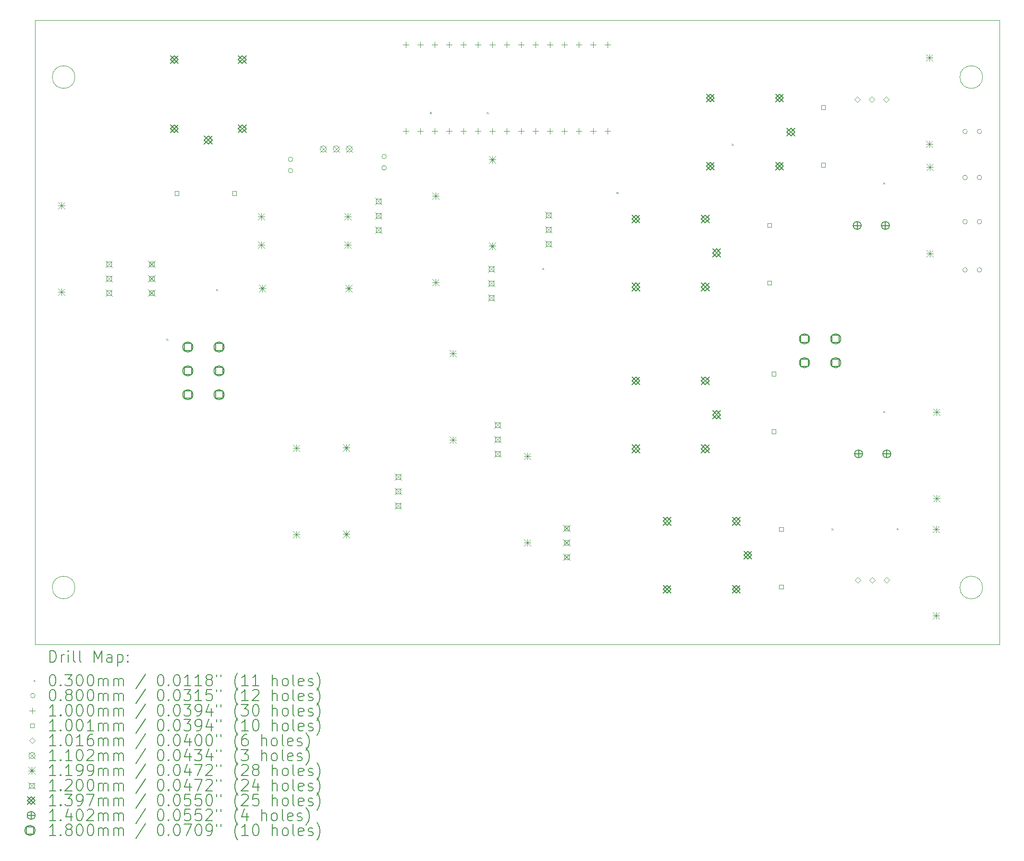
<source format=gbr>
%TF.GenerationSoftware,KiCad,Pcbnew,8.0.1*%
%TF.CreationDate,2024-04-11T22:24:42-04:00*%
%TF.ProjectId,Headlight Controller,48656164-6c69-4676-9874-20436f6e7472,2.1*%
%TF.SameCoordinates,Original*%
%TF.FileFunction,Drillmap*%
%TF.FilePolarity,Positive*%
%FSLAX45Y45*%
G04 Gerber Fmt 4.5, Leading zero omitted, Abs format (unit mm)*
G04 Created by KiCad (PCBNEW 8.0.1) date 2024-04-11 22:24:42*
%MOMM*%
%LPD*%
G01*
G04 APERTURE LIST*
%ADD10C,0.050000*%
%ADD11C,0.200000*%
%ADD12C,0.100000*%
%ADD13C,0.100080*%
%ADD14C,0.101600*%
%ADD15C,0.110240*%
%ADD16C,0.119880*%
%ADD17C,0.120000*%
%ADD18C,0.139700*%
%ADD19C,0.140200*%
%ADD20C,0.180000*%
G04 APERTURE END LIST*
D10*
X19200000Y-15000000D02*
G75*
G02*
X18800000Y-15000000I-200000J0D01*
G01*
X18800000Y-15000000D02*
G75*
G02*
X19200000Y-15000000I200000J0D01*
G01*
X3200000Y-6000000D02*
G75*
G02*
X2800000Y-6000000I-200000J0D01*
G01*
X2800000Y-6000000D02*
G75*
G02*
X3200000Y-6000000I200000J0D01*
G01*
X19200000Y-6000000D02*
G75*
G02*
X18800000Y-6000000I-200000J0D01*
G01*
X18800000Y-6000000D02*
G75*
G02*
X19200000Y-6000000I200000J0D01*
G01*
X3200000Y-15000000D02*
G75*
G02*
X2800000Y-15000000I-200000J0D01*
G01*
X2800000Y-15000000D02*
G75*
G02*
X3200000Y-15000000I200000J0D01*
G01*
X19500000Y-5000000D02*
X19500000Y-16000000D01*
X19500000Y-16000000D02*
X2500000Y-16000000D01*
X2500000Y-16000000D02*
X2500000Y-5000000D01*
X2500000Y-5000000D02*
X19500000Y-5000000D01*
D11*
D12*
X4810000Y-10610000D02*
X4840000Y-10640000D01*
X4840000Y-10610000D02*
X4810000Y-10640000D01*
X5685000Y-9735000D02*
X5715000Y-9765000D01*
X5715000Y-9735000D02*
X5685000Y-9765000D01*
X9455000Y-6615000D02*
X9485000Y-6645000D01*
X9485000Y-6615000D02*
X9455000Y-6645000D01*
X10455000Y-6615000D02*
X10485000Y-6645000D01*
X10485000Y-6615000D02*
X10455000Y-6645000D01*
X11435000Y-9365000D02*
X11465000Y-9395000D01*
X11465000Y-9365000D02*
X11435000Y-9395000D01*
X12745000Y-8025000D02*
X12775000Y-8055000D01*
X12775000Y-8025000D02*
X12745000Y-8055000D01*
X14775000Y-7175000D02*
X14805000Y-7205000D01*
X14805000Y-7175000D02*
X14775000Y-7205000D01*
X16535000Y-13955000D02*
X16565000Y-13985000D01*
X16565000Y-13955000D02*
X16535000Y-13985000D01*
X17445000Y-7855000D02*
X17475000Y-7885000D01*
X17475000Y-7855000D02*
X17445000Y-7885000D01*
X17445000Y-11885000D02*
X17475000Y-11915000D01*
X17475000Y-11885000D02*
X17445000Y-11915000D01*
X17685000Y-13953000D02*
X17715000Y-13983000D01*
X17715000Y-13953000D02*
X17685000Y-13983000D01*
X7040000Y-7450000D02*
G75*
G02*
X6960000Y-7450000I-40000J0D01*
G01*
X6960000Y-7450000D02*
G75*
G02*
X7040000Y-7450000I40000J0D01*
G01*
X7040000Y-7650000D02*
G75*
G02*
X6960000Y-7650000I-40000J0D01*
G01*
X6960000Y-7650000D02*
G75*
G02*
X7040000Y-7650000I40000J0D01*
G01*
X8690000Y-7400000D02*
G75*
G02*
X8610000Y-7400000I-40000J0D01*
G01*
X8610000Y-7400000D02*
G75*
G02*
X8690000Y-7400000I40000J0D01*
G01*
X8690000Y-7600000D02*
G75*
G02*
X8610000Y-7600000I-40000J0D01*
G01*
X8610000Y-7600000D02*
G75*
G02*
X8690000Y-7600000I40000J0D01*
G01*
X18930510Y-6960000D02*
G75*
G02*
X18850510Y-6960000I-40000J0D01*
G01*
X18850510Y-6960000D02*
G75*
G02*
X18930510Y-6960000I40000J0D01*
G01*
X18930510Y-7770000D02*
G75*
G02*
X18850510Y-7770000I-40000J0D01*
G01*
X18850510Y-7770000D02*
G75*
G02*
X18930510Y-7770000I40000J0D01*
G01*
X18930510Y-8550000D02*
G75*
G02*
X18850510Y-8550000I-40000J0D01*
G01*
X18850510Y-8550000D02*
G75*
G02*
X18930510Y-8550000I40000J0D01*
G01*
X18930510Y-9400000D02*
G75*
G02*
X18850510Y-9400000I-40000J0D01*
G01*
X18850510Y-9400000D02*
G75*
G02*
X18930510Y-9400000I40000J0D01*
G01*
X19184510Y-6960000D02*
G75*
G02*
X19104510Y-6960000I-40000J0D01*
G01*
X19104510Y-6960000D02*
G75*
G02*
X19184510Y-6960000I40000J0D01*
G01*
X19184510Y-7770000D02*
G75*
G02*
X19104510Y-7770000I-40000J0D01*
G01*
X19104510Y-7770000D02*
G75*
G02*
X19184510Y-7770000I40000J0D01*
G01*
X19184510Y-8550000D02*
G75*
G02*
X19104510Y-8550000I-40000J0D01*
G01*
X19104510Y-8550000D02*
G75*
G02*
X19184510Y-8550000I40000J0D01*
G01*
X19184510Y-9400000D02*
G75*
G02*
X19104510Y-9400000I-40000J0D01*
G01*
X19104510Y-9400000D02*
G75*
G02*
X19184510Y-9400000I40000J0D01*
G01*
X9031000Y-5376000D02*
X9031000Y-5476000D01*
X8981000Y-5426000D02*
X9081000Y-5426000D01*
X9031000Y-6900000D02*
X9031000Y-7000000D01*
X8981000Y-6950000D02*
X9081000Y-6950000D01*
X9285000Y-5376000D02*
X9285000Y-5476000D01*
X9235000Y-5426000D02*
X9335000Y-5426000D01*
X9285000Y-6900000D02*
X9285000Y-7000000D01*
X9235000Y-6950000D02*
X9335000Y-6950000D01*
X9539000Y-5376000D02*
X9539000Y-5476000D01*
X9489000Y-5426000D02*
X9589000Y-5426000D01*
X9539000Y-6900000D02*
X9539000Y-7000000D01*
X9489000Y-6950000D02*
X9589000Y-6950000D01*
X9793000Y-5376000D02*
X9793000Y-5476000D01*
X9743000Y-5426000D02*
X9843000Y-5426000D01*
X9793000Y-6900000D02*
X9793000Y-7000000D01*
X9743000Y-6950000D02*
X9843000Y-6950000D01*
X10047000Y-5376000D02*
X10047000Y-5476000D01*
X9997000Y-5426000D02*
X10097000Y-5426000D01*
X10047000Y-6900000D02*
X10047000Y-7000000D01*
X9997000Y-6950000D02*
X10097000Y-6950000D01*
X10301000Y-5376000D02*
X10301000Y-5476000D01*
X10251000Y-5426000D02*
X10351000Y-5426000D01*
X10301000Y-6900000D02*
X10301000Y-7000000D01*
X10251000Y-6950000D02*
X10351000Y-6950000D01*
X10555000Y-5376000D02*
X10555000Y-5476000D01*
X10505000Y-5426000D02*
X10605000Y-5426000D01*
X10555000Y-6900000D02*
X10555000Y-7000000D01*
X10505000Y-6950000D02*
X10605000Y-6950000D01*
X10809000Y-5376000D02*
X10809000Y-5476000D01*
X10759000Y-5426000D02*
X10859000Y-5426000D01*
X10809000Y-6900000D02*
X10809000Y-7000000D01*
X10759000Y-6950000D02*
X10859000Y-6950000D01*
X11063000Y-5376000D02*
X11063000Y-5476000D01*
X11013000Y-5426000D02*
X11113000Y-5426000D01*
X11063000Y-6900000D02*
X11063000Y-7000000D01*
X11013000Y-6950000D02*
X11113000Y-6950000D01*
X11317000Y-5376000D02*
X11317000Y-5476000D01*
X11267000Y-5426000D02*
X11367000Y-5426000D01*
X11317000Y-6900000D02*
X11317000Y-7000000D01*
X11267000Y-6950000D02*
X11367000Y-6950000D01*
X11571000Y-5376000D02*
X11571000Y-5476000D01*
X11521000Y-5426000D02*
X11621000Y-5426000D01*
X11571000Y-6900000D02*
X11571000Y-7000000D01*
X11521000Y-6950000D02*
X11621000Y-6950000D01*
X11825000Y-5376000D02*
X11825000Y-5476000D01*
X11775000Y-5426000D02*
X11875000Y-5426000D01*
X11825000Y-6900000D02*
X11825000Y-7000000D01*
X11775000Y-6950000D02*
X11875000Y-6950000D01*
X12079000Y-5376000D02*
X12079000Y-5476000D01*
X12029000Y-5426000D02*
X12129000Y-5426000D01*
X12079000Y-6900000D02*
X12079000Y-7000000D01*
X12029000Y-6950000D02*
X12129000Y-6950000D01*
X12333000Y-5376000D02*
X12333000Y-5476000D01*
X12283000Y-5426000D02*
X12383000Y-5426000D01*
X12333000Y-6900000D02*
X12333000Y-7000000D01*
X12283000Y-6950000D02*
X12383000Y-6950000D01*
X12587000Y-5376000D02*
X12587000Y-5476000D01*
X12537000Y-5426000D02*
X12637000Y-5426000D01*
X12587000Y-6900000D02*
X12587000Y-7000000D01*
X12537000Y-6950000D02*
X12637000Y-6950000D01*
D13*
X5027384Y-8085384D02*
X5027384Y-8014616D01*
X4956616Y-8014616D01*
X4956616Y-8085384D01*
X5027384Y-8085384D01*
X6043384Y-8085384D02*
X6043384Y-8014616D01*
X5972616Y-8014616D01*
X5972616Y-8085384D01*
X6043384Y-8085384D01*
X15475384Y-8647384D02*
X15475384Y-8576616D01*
X15404616Y-8576616D01*
X15404616Y-8647384D01*
X15475384Y-8647384D01*
X15475384Y-9663384D02*
X15475384Y-9592616D01*
X15404616Y-9592616D01*
X15404616Y-9663384D01*
X15475384Y-9663384D01*
X15555384Y-11267384D02*
X15555384Y-11196616D01*
X15484616Y-11196616D01*
X15484616Y-11267384D01*
X15555384Y-11267384D01*
X15555384Y-12283384D02*
X15555384Y-12212616D01*
X15484616Y-12212616D01*
X15484616Y-12283384D01*
X15555384Y-12283384D01*
X15685384Y-14007384D02*
X15685384Y-13936616D01*
X15614616Y-13936616D01*
X15614616Y-14007384D01*
X15685384Y-14007384D01*
X15685384Y-15023384D02*
X15685384Y-14952616D01*
X15614616Y-14952616D01*
X15614616Y-15023384D01*
X15685384Y-15023384D01*
X16425384Y-6567384D02*
X16425384Y-6496616D01*
X16354616Y-6496616D01*
X16354616Y-6567384D01*
X16425384Y-6567384D01*
X16425384Y-7583384D02*
X16425384Y-7512616D01*
X16354616Y-7512616D01*
X16354616Y-7583384D01*
X16425384Y-7583384D01*
D14*
X16988700Y-6445100D02*
X17039500Y-6394300D01*
X16988700Y-6343500D01*
X16937900Y-6394300D01*
X16988700Y-6445100D01*
X17003300Y-14916500D02*
X17054100Y-14865700D01*
X17003300Y-14814900D01*
X16952500Y-14865700D01*
X17003300Y-14916500D01*
X17242700Y-6445100D02*
X17293500Y-6394300D01*
X17242700Y-6343500D01*
X17191900Y-6394300D01*
X17242700Y-6445100D01*
X17257300Y-14916500D02*
X17308100Y-14865700D01*
X17257300Y-14814900D01*
X17206500Y-14865700D01*
X17257300Y-14916500D01*
X17496700Y-6445100D02*
X17547500Y-6394300D01*
X17496700Y-6343500D01*
X17445900Y-6394300D01*
X17496700Y-6445100D01*
X17511300Y-14916500D02*
X17562100Y-14865700D01*
X17511300Y-14814900D01*
X17460500Y-14865700D01*
X17511300Y-14916500D01*
D15*
X7522630Y-7212290D02*
X7632870Y-7322530D01*
X7632870Y-7212290D02*
X7522630Y-7322530D01*
X7632870Y-7267410D02*
G75*
G02*
X7522630Y-7267410I-55120J0D01*
G01*
X7522630Y-7267410D02*
G75*
G02*
X7632870Y-7267410I55120J0D01*
G01*
X7751230Y-7212290D02*
X7861470Y-7322530D01*
X7861470Y-7212290D02*
X7751230Y-7322530D01*
X7861470Y-7267410D02*
G75*
G02*
X7751230Y-7267410I-55120J0D01*
G01*
X7751230Y-7267410D02*
G75*
G02*
X7861470Y-7267410I55120J0D01*
G01*
X7979830Y-7212290D02*
X8090070Y-7322530D01*
X8090070Y-7212290D02*
X7979830Y-7322530D01*
X8090070Y-7267410D02*
G75*
G02*
X7979830Y-7267410I-55120J0D01*
G01*
X7979830Y-7267410D02*
G75*
G02*
X8090070Y-7267410I55120J0D01*
G01*
D16*
X2900060Y-8208060D02*
X3019940Y-8327940D01*
X3019940Y-8208060D02*
X2900060Y-8327940D01*
X2960000Y-8208060D02*
X2960000Y-8327940D01*
X2900060Y-8268000D02*
X3019940Y-8268000D01*
X2900060Y-9732060D02*
X3019940Y-9851940D01*
X3019940Y-9732060D02*
X2900060Y-9851940D01*
X2960000Y-9732060D02*
X2960000Y-9851940D01*
X2900060Y-9792000D02*
X3019940Y-9792000D01*
X6428060Y-8400060D02*
X6547940Y-8519940D01*
X6547940Y-8400060D02*
X6428060Y-8519940D01*
X6488000Y-8400060D02*
X6488000Y-8519940D01*
X6428060Y-8460000D02*
X6547940Y-8460000D01*
X6428060Y-8900060D02*
X6547940Y-9019940D01*
X6547940Y-8900060D02*
X6428060Y-9019940D01*
X6488000Y-8900060D02*
X6488000Y-9019940D01*
X6428060Y-8960000D02*
X6547940Y-8960000D01*
X6441060Y-9665060D02*
X6560940Y-9784940D01*
X6560940Y-9665060D02*
X6441060Y-9784940D01*
X6501000Y-9665060D02*
X6501000Y-9784940D01*
X6441060Y-9725000D02*
X6560940Y-9725000D01*
X7040060Y-12478060D02*
X7159940Y-12597940D01*
X7159940Y-12478060D02*
X7040060Y-12597940D01*
X7100000Y-12478060D02*
X7100000Y-12597940D01*
X7040060Y-12538000D02*
X7159940Y-12538000D01*
X7040060Y-14002060D02*
X7159940Y-14121940D01*
X7159940Y-14002060D02*
X7040060Y-14121940D01*
X7100000Y-14002060D02*
X7100000Y-14121940D01*
X7040060Y-14062000D02*
X7159940Y-14062000D01*
X7920060Y-12476060D02*
X8039940Y-12595940D01*
X8039940Y-12476060D02*
X7920060Y-12595940D01*
X7980000Y-12476060D02*
X7980000Y-12595940D01*
X7920060Y-12536000D02*
X8039940Y-12536000D01*
X7920060Y-14000060D02*
X8039940Y-14119940D01*
X8039940Y-14000060D02*
X7920060Y-14119940D01*
X7980000Y-14000060D02*
X7980000Y-14119940D01*
X7920060Y-14060000D02*
X8039940Y-14060000D01*
X7952060Y-8400060D02*
X8071940Y-8519940D01*
X8071940Y-8400060D02*
X7952060Y-8519940D01*
X8012000Y-8400060D02*
X8012000Y-8519940D01*
X7952060Y-8460000D02*
X8071940Y-8460000D01*
X7952060Y-8900060D02*
X8071940Y-9019940D01*
X8071940Y-8900060D02*
X7952060Y-9019940D01*
X8012000Y-8900060D02*
X8012000Y-9019940D01*
X7952060Y-8960000D02*
X8071940Y-8960000D01*
X7965060Y-9665060D02*
X8084940Y-9784940D01*
X8084940Y-9665060D02*
X7965060Y-9784940D01*
X8025000Y-9665060D02*
X8025000Y-9784940D01*
X7965060Y-9725000D02*
X8084940Y-9725000D01*
X9501049Y-8034060D02*
X9620929Y-8153940D01*
X9620929Y-8034060D02*
X9501049Y-8153940D01*
X9560989Y-8034060D02*
X9560989Y-8153940D01*
X9501049Y-8094000D02*
X9620929Y-8094000D01*
X9501049Y-9558060D02*
X9620929Y-9677940D01*
X9620929Y-9558060D02*
X9501049Y-9677940D01*
X9560989Y-9558060D02*
X9560989Y-9677940D01*
X9501049Y-9618000D02*
X9620929Y-9618000D01*
X9800060Y-10816060D02*
X9919940Y-10935940D01*
X9919940Y-10816060D02*
X9800060Y-10935940D01*
X9860000Y-10816060D02*
X9860000Y-10935940D01*
X9800060Y-10876000D02*
X9919940Y-10876000D01*
X9800060Y-12340060D02*
X9919940Y-12459940D01*
X9919940Y-12340060D02*
X9800060Y-12459940D01*
X9860000Y-12340060D02*
X9860000Y-12459940D01*
X9800060Y-12400000D02*
X9919940Y-12400000D01*
X10500060Y-7396060D02*
X10619940Y-7515940D01*
X10619940Y-7396060D02*
X10500060Y-7515940D01*
X10560000Y-7396060D02*
X10560000Y-7515940D01*
X10500060Y-7456000D02*
X10619940Y-7456000D01*
X10500060Y-8920060D02*
X10619940Y-9039940D01*
X10619940Y-8920060D02*
X10500060Y-9039940D01*
X10560000Y-8920060D02*
X10560000Y-9039940D01*
X10500060Y-8980000D02*
X10619940Y-8980000D01*
X11116555Y-12626060D02*
X11236434Y-12745940D01*
X11236434Y-12626060D02*
X11116555Y-12745940D01*
X11176495Y-12626060D02*
X11176495Y-12745940D01*
X11116555Y-12686000D02*
X11236434Y-12686000D01*
X11116555Y-14150060D02*
X11236434Y-14269940D01*
X11236434Y-14150060D02*
X11116555Y-14269940D01*
X11176495Y-14150060D02*
X11176495Y-14269940D01*
X11116555Y-14210000D02*
X11236434Y-14210000D01*
X18200060Y-5598060D02*
X18319940Y-5717940D01*
X18319940Y-5598060D02*
X18200060Y-5717940D01*
X18260000Y-5598060D02*
X18260000Y-5717940D01*
X18200060Y-5658000D02*
X18319940Y-5658000D01*
X18200060Y-7122060D02*
X18319940Y-7241940D01*
X18319940Y-7122060D02*
X18200060Y-7241940D01*
X18260000Y-7122060D02*
X18260000Y-7241940D01*
X18200060Y-7182000D02*
X18319940Y-7182000D01*
X18210060Y-7528060D02*
X18329940Y-7647940D01*
X18329940Y-7528060D02*
X18210060Y-7647940D01*
X18270000Y-7528060D02*
X18270000Y-7647940D01*
X18210060Y-7588000D02*
X18329940Y-7588000D01*
X18210060Y-9052060D02*
X18329940Y-9171940D01*
X18329940Y-9052060D02*
X18210060Y-9171940D01*
X18270000Y-9052060D02*
X18270000Y-9171940D01*
X18210060Y-9112000D02*
X18329940Y-9112000D01*
X18320060Y-13908060D02*
X18439940Y-14027940D01*
X18439940Y-13908060D02*
X18320060Y-14027940D01*
X18380000Y-13908060D02*
X18380000Y-14027940D01*
X18320060Y-13968000D02*
X18439940Y-13968000D01*
X18320060Y-15432060D02*
X18439940Y-15551940D01*
X18439940Y-15432060D02*
X18320060Y-15551940D01*
X18380000Y-15432060D02*
X18380000Y-15551940D01*
X18320060Y-15492000D02*
X18439940Y-15492000D01*
X18330060Y-11848060D02*
X18449940Y-11967940D01*
X18449940Y-11848060D02*
X18330060Y-11967940D01*
X18390000Y-11848060D02*
X18390000Y-11967940D01*
X18330060Y-11908000D02*
X18449940Y-11908000D01*
X18330060Y-13372060D02*
X18449940Y-13491940D01*
X18449940Y-13372060D02*
X18330060Y-13491940D01*
X18390000Y-13372060D02*
X18390000Y-13491940D01*
X18330060Y-13432000D02*
X18449940Y-13432000D01*
D17*
X3740000Y-9236000D02*
X3860000Y-9356000D01*
X3860000Y-9236000D02*
X3740000Y-9356000D01*
X3842427Y-9338427D02*
X3842427Y-9253573D01*
X3757573Y-9253573D01*
X3757573Y-9338427D01*
X3842427Y-9338427D01*
X3740000Y-9490000D02*
X3860000Y-9610000D01*
X3860000Y-9490000D02*
X3740000Y-9610000D01*
X3842427Y-9592427D02*
X3842427Y-9507573D01*
X3757573Y-9507573D01*
X3757573Y-9592427D01*
X3842427Y-9592427D01*
X3740000Y-9744000D02*
X3860000Y-9864000D01*
X3860000Y-9744000D02*
X3740000Y-9864000D01*
X3842427Y-9846427D02*
X3842427Y-9761573D01*
X3757573Y-9761573D01*
X3757573Y-9846427D01*
X3842427Y-9846427D01*
X4490000Y-9236000D02*
X4610000Y-9356000D01*
X4610000Y-9236000D02*
X4490000Y-9356000D01*
X4592427Y-9338427D02*
X4592427Y-9253573D01*
X4507573Y-9253573D01*
X4507573Y-9338427D01*
X4592427Y-9338427D01*
X4490000Y-9490000D02*
X4610000Y-9610000D01*
X4610000Y-9490000D02*
X4490000Y-9610000D01*
X4592427Y-9592427D02*
X4592427Y-9507573D01*
X4507573Y-9507573D01*
X4507573Y-9592427D01*
X4592427Y-9592427D01*
X4490000Y-9744000D02*
X4610000Y-9864000D01*
X4610000Y-9744000D02*
X4490000Y-9864000D01*
X4592427Y-9846427D02*
X4592427Y-9761573D01*
X4507573Y-9761573D01*
X4507573Y-9846427D01*
X4592427Y-9846427D01*
X8490000Y-8132000D02*
X8610000Y-8252000D01*
X8610000Y-8132000D02*
X8490000Y-8252000D01*
X8592427Y-8234427D02*
X8592427Y-8149573D01*
X8507573Y-8149573D01*
X8507573Y-8234427D01*
X8592427Y-8234427D01*
X8490000Y-8386000D02*
X8610000Y-8506000D01*
X8610000Y-8386000D02*
X8490000Y-8506000D01*
X8592427Y-8488427D02*
X8592427Y-8403573D01*
X8507573Y-8403573D01*
X8507573Y-8488427D01*
X8592427Y-8488427D01*
X8490000Y-8640000D02*
X8610000Y-8760000D01*
X8610000Y-8640000D02*
X8490000Y-8760000D01*
X8592427Y-8742427D02*
X8592427Y-8657573D01*
X8507573Y-8657573D01*
X8507573Y-8742427D01*
X8592427Y-8742427D01*
X8840000Y-12986000D02*
X8960000Y-13106000D01*
X8960000Y-12986000D02*
X8840000Y-13106000D01*
X8942427Y-13088427D02*
X8942427Y-13003573D01*
X8857573Y-13003573D01*
X8857573Y-13088427D01*
X8942427Y-13088427D01*
X8840000Y-13240000D02*
X8960000Y-13360000D01*
X8960000Y-13240000D02*
X8840000Y-13360000D01*
X8942427Y-13342427D02*
X8942427Y-13257573D01*
X8857573Y-13257573D01*
X8857573Y-13342427D01*
X8942427Y-13342427D01*
X8840000Y-13494000D02*
X8960000Y-13614000D01*
X8960000Y-13494000D02*
X8840000Y-13614000D01*
X8942427Y-13596427D02*
X8942427Y-13511573D01*
X8857573Y-13511573D01*
X8857573Y-13596427D01*
X8942427Y-13596427D01*
X10480000Y-9322000D02*
X10600000Y-9442000D01*
X10600000Y-9322000D02*
X10480000Y-9442000D01*
X10582427Y-9424427D02*
X10582427Y-9339573D01*
X10497573Y-9339573D01*
X10497573Y-9424427D01*
X10582427Y-9424427D01*
X10480000Y-9576000D02*
X10600000Y-9696000D01*
X10600000Y-9576000D02*
X10480000Y-9696000D01*
X10582427Y-9678427D02*
X10582427Y-9593573D01*
X10497573Y-9593573D01*
X10497573Y-9678427D01*
X10582427Y-9678427D01*
X10480000Y-9830000D02*
X10600000Y-9950000D01*
X10600000Y-9830000D02*
X10480000Y-9950000D01*
X10582427Y-9932427D02*
X10582427Y-9847573D01*
X10497573Y-9847573D01*
X10497573Y-9932427D01*
X10582427Y-9932427D01*
X10589011Y-12076000D02*
X10709011Y-12196000D01*
X10709011Y-12076000D02*
X10589011Y-12196000D01*
X10691438Y-12178427D02*
X10691438Y-12093573D01*
X10606584Y-12093573D01*
X10606584Y-12178427D01*
X10691438Y-12178427D01*
X10589011Y-12330000D02*
X10709011Y-12450000D01*
X10709011Y-12330000D02*
X10589011Y-12450000D01*
X10691438Y-12432427D02*
X10691438Y-12347573D01*
X10606584Y-12347573D01*
X10606584Y-12432427D01*
X10691438Y-12432427D01*
X10589011Y-12584000D02*
X10709011Y-12704000D01*
X10709011Y-12584000D02*
X10589011Y-12704000D01*
X10691438Y-12686427D02*
X10691438Y-12601573D01*
X10606584Y-12601573D01*
X10606584Y-12686427D01*
X10691438Y-12686427D01*
X11490000Y-8374000D02*
X11610000Y-8494000D01*
X11610000Y-8374000D02*
X11490000Y-8494000D01*
X11592427Y-8476427D02*
X11592427Y-8391573D01*
X11507573Y-8391573D01*
X11507573Y-8476427D01*
X11592427Y-8476427D01*
X11490000Y-8628000D02*
X11610000Y-8748000D01*
X11610000Y-8628000D02*
X11490000Y-8748000D01*
X11592427Y-8730427D02*
X11592427Y-8645573D01*
X11507573Y-8645573D01*
X11507573Y-8730427D01*
X11592427Y-8730427D01*
X11490000Y-8882000D02*
X11610000Y-9002000D01*
X11610000Y-8882000D02*
X11490000Y-9002000D01*
X11592427Y-8984427D02*
X11592427Y-8899573D01*
X11507573Y-8899573D01*
X11507573Y-8984427D01*
X11592427Y-8984427D01*
X11805505Y-13894000D02*
X11925505Y-14014000D01*
X11925505Y-13894000D02*
X11805505Y-14014000D01*
X11907932Y-13996427D02*
X11907932Y-13911573D01*
X11823079Y-13911573D01*
X11823079Y-13996427D01*
X11907932Y-13996427D01*
X11805505Y-14148000D02*
X11925505Y-14268000D01*
X11925505Y-14148000D02*
X11805505Y-14268000D01*
X11907932Y-14250427D02*
X11907932Y-14165573D01*
X11823079Y-14165573D01*
X11823079Y-14250427D01*
X11907932Y-14250427D01*
X11805505Y-14402000D02*
X11925505Y-14522000D01*
X11925505Y-14402000D02*
X11805505Y-14522000D01*
X11907932Y-14504427D02*
X11907932Y-14419573D01*
X11823079Y-14419573D01*
X11823079Y-14504427D01*
X11907932Y-14504427D01*
D18*
X4880150Y-5620170D02*
X5019850Y-5759870D01*
X5019850Y-5620170D02*
X4880150Y-5759870D01*
X4950000Y-5759870D02*
X5019850Y-5690020D01*
X4950000Y-5620170D01*
X4880150Y-5690020D01*
X4950000Y-5759870D01*
X4880150Y-6840160D02*
X5019850Y-6979860D01*
X5019850Y-6840160D02*
X4880150Y-6979860D01*
X4950000Y-6979860D02*
X5019850Y-6910010D01*
X4950000Y-6840160D01*
X4880150Y-6910010D01*
X4950000Y-6979860D01*
X5480150Y-7040160D02*
X5619850Y-7179860D01*
X5619850Y-7040160D02*
X5480150Y-7179860D01*
X5550000Y-7179860D02*
X5619850Y-7110010D01*
X5550000Y-7040160D01*
X5480150Y-7110010D01*
X5550000Y-7179860D01*
X6080150Y-5620170D02*
X6219850Y-5759870D01*
X6219850Y-5620170D02*
X6080150Y-5759870D01*
X6150000Y-5759870D02*
X6219850Y-5690020D01*
X6150000Y-5620170D01*
X6080150Y-5690020D01*
X6150000Y-5759870D01*
X6080150Y-6840160D02*
X6219850Y-6979860D01*
X6219850Y-6840160D02*
X6080150Y-6979860D01*
X6150000Y-6979860D02*
X6219850Y-6910010D01*
X6150000Y-6840160D01*
X6080150Y-6910010D01*
X6150000Y-6979860D01*
X13020170Y-8430150D02*
X13159870Y-8569850D01*
X13159870Y-8430150D02*
X13020170Y-8569850D01*
X13090020Y-8569850D02*
X13159870Y-8500000D01*
X13090020Y-8430150D01*
X13020170Y-8500000D01*
X13090020Y-8569850D01*
X13020170Y-9630150D02*
X13159870Y-9769850D01*
X13159870Y-9630150D02*
X13020170Y-9769850D01*
X13090020Y-9769850D02*
X13159870Y-9700000D01*
X13090020Y-9630150D01*
X13020170Y-9700000D01*
X13090020Y-9769850D01*
X13020170Y-11283650D02*
X13159870Y-11423350D01*
X13159870Y-11283650D02*
X13020170Y-11423350D01*
X13090020Y-11423350D02*
X13159870Y-11353500D01*
X13090020Y-11283650D01*
X13020170Y-11353500D01*
X13090020Y-11423350D01*
X13020170Y-12483650D02*
X13159870Y-12623350D01*
X13159870Y-12483650D02*
X13020170Y-12623350D01*
X13090020Y-12623350D02*
X13159870Y-12553500D01*
X13090020Y-12483650D01*
X13020170Y-12553500D01*
X13090020Y-12623350D01*
X13570170Y-13760150D02*
X13709870Y-13899850D01*
X13709870Y-13760150D02*
X13570170Y-13899850D01*
X13640020Y-13899850D02*
X13709870Y-13830000D01*
X13640020Y-13760150D01*
X13570170Y-13830000D01*
X13640020Y-13899850D01*
X13570170Y-14960150D02*
X13709870Y-15099850D01*
X13709870Y-14960150D02*
X13570170Y-15099850D01*
X13640020Y-15099850D02*
X13709870Y-15030000D01*
X13640020Y-14960150D01*
X13570170Y-15030000D01*
X13640020Y-15099850D01*
X14240160Y-8430150D02*
X14379860Y-8569850D01*
X14379860Y-8430150D02*
X14240160Y-8569850D01*
X14310010Y-8569850D02*
X14379860Y-8500000D01*
X14310010Y-8430150D01*
X14240160Y-8500000D01*
X14310010Y-8569850D01*
X14240160Y-9630150D02*
X14379860Y-9769850D01*
X14379860Y-9630150D02*
X14240160Y-9769850D01*
X14310010Y-9769850D02*
X14379860Y-9700000D01*
X14310010Y-9630150D01*
X14240160Y-9700000D01*
X14310010Y-9769850D01*
X14240160Y-11283650D02*
X14379860Y-11423350D01*
X14379860Y-11283650D02*
X14240160Y-11423350D01*
X14310010Y-11423350D02*
X14379860Y-11353500D01*
X14310010Y-11283650D01*
X14240160Y-11353500D01*
X14310010Y-11423350D01*
X14240160Y-12483650D02*
X14379860Y-12623350D01*
X14379860Y-12483650D02*
X14240160Y-12623350D01*
X14310010Y-12623350D02*
X14379860Y-12553500D01*
X14310010Y-12483650D01*
X14240160Y-12553500D01*
X14310010Y-12623350D01*
X14330150Y-6300150D02*
X14469850Y-6439850D01*
X14469850Y-6300150D02*
X14330150Y-6439850D01*
X14400000Y-6439850D02*
X14469850Y-6370000D01*
X14400000Y-6300150D01*
X14330150Y-6370000D01*
X14400000Y-6439850D01*
X14330150Y-7500150D02*
X14469850Y-7639850D01*
X14469850Y-7500150D02*
X14330150Y-7639850D01*
X14400000Y-7639850D02*
X14469850Y-7570000D01*
X14400000Y-7500150D01*
X14330150Y-7570000D01*
X14400000Y-7639850D01*
X14440160Y-9030150D02*
X14579860Y-9169850D01*
X14579860Y-9030150D02*
X14440160Y-9169850D01*
X14510010Y-9169850D02*
X14579860Y-9100000D01*
X14510010Y-9030150D01*
X14440160Y-9100000D01*
X14510010Y-9169850D01*
X14440160Y-11883650D02*
X14579860Y-12023350D01*
X14579860Y-11883650D02*
X14440160Y-12023350D01*
X14510010Y-12023350D02*
X14579860Y-11953500D01*
X14510010Y-11883650D01*
X14440160Y-11953500D01*
X14510010Y-12023350D01*
X14790160Y-13760150D02*
X14929860Y-13899850D01*
X14929860Y-13760150D02*
X14790160Y-13899850D01*
X14860010Y-13899850D02*
X14929860Y-13830000D01*
X14860010Y-13760150D01*
X14790160Y-13830000D01*
X14860010Y-13899850D01*
X14790160Y-14960150D02*
X14929860Y-15099850D01*
X14929860Y-14960150D02*
X14790160Y-15099850D01*
X14860010Y-15099850D02*
X14929860Y-15030000D01*
X14860010Y-14960150D01*
X14790160Y-15030000D01*
X14860010Y-15099850D01*
X14990160Y-14360150D02*
X15129860Y-14499850D01*
X15129860Y-14360150D02*
X14990160Y-14499850D01*
X15060010Y-14499850D02*
X15129860Y-14430000D01*
X15060010Y-14360150D01*
X14990160Y-14430000D01*
X15060010Y-14499850D01*
X15550140Y-6300150D02*
X15689840Y-6439850D01*
X15689840Y-6300150D02*
X15550140Y-6439850D01*
X15619990Y-6439850D02*
X15689840Y-6370000D01*
X15619990Y-6300150D01*
X15550140Y-6370000D01*
X15619990Y-6439850D01*
X15550140Y-7500150D02*
X15689840Y-7639850D01*
X15689840Y-7500150D02*
X15550140Y-7639850D01*
X15619990Y-7639850D02*
X15689840Y-7570000D01*
X15619990Y-7500150D01*
X15550140Y-7570000D01*
X15619990Y-7639850D01*
X15750140Y-6900150D02*
X15889840Y-7039850D01*
X15889840Y-6900150D02*
X15750140Y-7039850D01*
X15819990Y-7039850D02*
X15889840Y-6970000D01*
X15819990Y-6900150D01*
X15750140Y-6970000D01*
X15819990Y-7039850D01*
D19*
X16988700Y-8546700D02*
X16988700Y-8686900D01*
X16918600Y-8616800D02*
X17058800Y-8616800D01*
X17058800Y-8616800D02*
G75*
G02*
X16918600Y-8616800I-70100J0D01*
G01*
X16918600Y-8616800D02*
G75*
G02*
X17058800Y-8616800I70100J0D01*
G01*
X17013460Y-12573100D02*
X17013460Y-12713300D01*
X16943360Y-12643200D02*
X17083560Y-12643200D01*
X17083560Y-12643200D02*
G75*
G02*
X16943360Y-12643200I-70100J0D01*
G01*
X16943360Y-12643200D02*
G75*
G02*
X17083560Y-12643200I70100J0D01*
G01*
X17486540Y-8546700D02*
X17486540Y-8686900D01*
X17416440Y-8616800D02*
X17556640Y-8616800D01*
X17556640Y-8616800D02*
G75*
G02*
X17416440Y-8616800I-70100J0D01*
G01*
X17416440Y-8616800D02*
G75*
G02*
X17556640Y-8616800I70100J0D01*
G01*
X17511300Y-12573100D02*
X17511300Y-12713300D01*
X17441200Y-12643200D02*
X17581400Y-12643200D01*
X17581400Y-12643200D02*
G75*
G02*
X17441200Y-12643200I-70100J0D01*
G01*
X17441200Y-12643200D02*
G75*
G02*
X17581400Y-12643200I70100J0D01*
G01*
D20*
X5253390Y-10823640D02*
X5253390Y-10696360D01*
X5126110Y-10696360D01*
X5126110Y-10823640D01*
X5253390Y-10823640D01*
X5279750Y-10760000D02*
G75*
G02*
X5099750Y-10760000I-90000J0D01*
G01*
X5099750Y-10760000D02*
G75*
G02*
X5279750Y-10760000I90000J0D01*
G01*
X5253390Y-11243640D02*
X5253390Y-11116360D01*
X5126110Y-11116360D01*
X5126110Y-11243640D01*
X5253390Y-11243640D01*
X5279750Y-11180000D02*
G75*
G02*
X5099750Y-11180000I-90000J0D01*
G01*
X5099750Y-11180000D02*
G75*
G02*
X5279750Y-11180000I90000J0D01*
G01*
X5253390Y-11663640D02*
X5253390Y-11536360D01*
X5126110Y-11536360D01*
X5126110Y-11663640D01*
X5253390Y-11663640D01*
X5279750Y-11600000D02*
G75*
G02*
X5099750Y-11600000I-90000J0D01*
G01*
X5099750Y-11600000D02*
G75*
G02*
X5279750Y-11600000I90000J0D01*
G01*
X5803390Y-10823640D02*
X5803390Y-10696360D01*
X5676110Y-10696360D01*
X5676110Y-10823640D01*
X5803390Y-10823640D01*
X5829750Y-10760000D02*
G75*
G02*
X5649750Y-10760000I-90000J0D01*
G01*
X5649750Y-10760000D02*
G75*
G02*
X5829750Y-10760000I90000J0D01*
G01*
X5803390Y-11243640D02*
X5803390Y-11116360D01*
X5676110Y-11116360D01*
X5676110Y-11243640D01*
X5803390Y-11243640D01*
X5829750Y-11180000D02*
G75*
G02*
X5649750Y-11180000I-90000J0D01*
G01*
X5649750Y-11180000D02*
G75*
G02*
X5829750Y-11180000I90000J0D01*
G01*
X5803390Y-11663640D02*
X5803390Y-11536360D01*
X5676110Y-11536360D01*
X5676110Y-11663640D01*
X5803390Y-11663640D01*
X5829750Y-11600000D02*
G75*
G02*
X5649750Y-11600000I-90000J0D01*
G01*
X5649750Y-11600000D02*
G75*
G02*
X5829750Y-11600000I90000J0D01*
G01*
X16123890Y-10679040D02*
X16123890Y-10551760D01*
X15996610Y-10551760D01*
X15996610Y-10679040D01*
X16123890Y-10679040D01*
X16150250Y-10615400D02*
G75*
G02*
X15970250Y-10615400I-90000J0D01*
G01*
X15970250Y-10615400D02*
G75*
G02*
X16150250Y-10615400I90000J0D01*
G01*
X16123890Y-11099040D02*
X16123890Y-10971760D01*
X15996610Y-10971760D01*
X15996610Y-11099040D01*
X16123890Y-11099040D01*
X16150250Y-11035400D02*
G75*
G02*
X15970250Y-11035400I-90000J0D01*
G01*
X15970250Y-11035400D02*
G75*
G02*
X16150250Y-11035400I90000J0D01*
G01*
X16673890Y-10679040D02*
X16673890Y-10551760D01*
X16546610Y-10551760D01*
X16546610Y-10679040D01*
X16673890Y-10679040D01*
X16700250Y-10615400D02*
G75*
G02*
X16520250Y-10615400I-90000J0D01*
G01*
X16520250Y-10615400D02*
G75*
G02*
X16700250Y-10615400I90000J0D01*
G01*
X16673890Y-11099040D02*
X16673890Y-10971760D01*
X16546610Y-10971760D01*
X16546610Y-11099040D01*
X16673890Y-11099040D01*
X16700250Y-11035400D02*
G75*
G02*
X16520250Y-11035400I-90000J0D01*
G01*
X16520250Y-11035400D02*
G75*
G02*
X16700250Y-11035400I90000J0D01*
G01*
D11*
X2758277Y-16313984D02*
X2758277Y-16113984D01*
X2758277Y-16113984D02*
X2805896Y-16113984D01*
X2805896Y-16113984D02*
X2834467Y-16123508D01*
X2834467Y-16123508D02*
X2853515Y-16142555D01*
X2853515Y-16142555D02*
X2863039Y-16161603D01*
X2863039Y-16161603D02*
X2872562Y-16199698D01*
X2872562Y-16199698D02*
X2872562Y-16228269D01*
X2872562Y-16228269D02*
X2863039Y-16266365D01*
X2863039Y-16266365D02*
X2853515Y-16285412D01*
X2853515Y-16285412D02*
X2834467Y-16304460D01*
X2834467Y-16304460D02*
X2805896Y-16313984D01*
X2805896Y-16313984D02*
X2758277Y-16313984D01*
X2958277Y-16313984D02*
X2958277Y-16180650D01*
X2958277Y-16218746D02*
X2967801Y-16199698D01*
X2967801Y-16199698D02*
X2977324Y-16190174D01*
X2977324Y-16190174D02*
X2996372Y-16180650D01*
X2996372Y-16180650D02*
X3015420Y-16180650D01*
X3082086Y-16313984D02*
X3082086Y-16180650D01*
X3082086Y-16113984D02*
X3072562Y-16123508D01*
X3072562Y-16123508D02*
X3082086Y-16133031D01*
X3082086Y-16133031D02*
X3091610Y-16123508D01*
X3091610Y-16123508D02*
X3082086Y-16113984D01*
X3082086Y-16113984D02*
X3082086Y-16133031D01*
X3205896Y-16313984D02*
X3186848Y-16304460D01*
X3186848Y-16304460D02*
X3177324Y-16285412D01*
X3177324Y-16285412D02*
X3177324Y-16113984D01*
X3310658Y-16313984D02*
X3291610Y-16304460D01*
X3291610Y-16304460D02*
X3282086Y-16285412D01*
X3282086Y-16285412D02*
X3282086Y-16113984D01*
X3539229Y-16313984D02*
X3539229Y-16113984D01*
X3539229Y-16113984D02*
X3605896Y-16256841D01*
X3605896Y-16256841D02*
X3672562Y-16113984D01*
X3672562Y-16113984D02*
X3672562Y-16313984D01*
X3853515Y-16313984D02*
X3853515Y-16209222D01*
X3853515Y-16209222D02*
X3843991Y-16190174D01*
X3843991Y-16190174D02*
X3824943Y-16180650D01*
X3824943Y-16180650D02*
X3786848Y-16180650D01*
X3786848Y-16180650D02*
X3767801Y-16190174D01*
X3853515Y-16304460D02*
X3834467Y-16313984D01*
X3834467Y-16313984D02*
X3786848Y-16313984D01*
X3786848Y-16313984D02*
X3767801Y-16304460D01*
X3767801Y-16304460D02*
X3758277Y-16285412D01*
X3758277Y-16285412D02*
X3758277Y-16266365D01*
X3758277Y-16266365D02*
X3767801Y-16247317D01*
X3767801Y-16247317D02*
X3786848Y-16237793D01*
X3786848Y-16237793D02*
X3834467Y-16237793D01*
X3834467Y-16237793D02*
X3853515Y-16228269D01*
X3948753Y-16180650D02*
X3948753Y-16380650D01*
X3948753Y-16190174D02*
X3967801Y-16180650D01*
X3967801Y-16180650D02*
X4005896Y-16180650D01*
X4005896Y-16180650D02*
X4024943Y-16190174D01*
X4024943Y-16190174D02*
X4034467Y-16199698D01*
X4034467Y-16199698D02*
X4043991Y-16218746D01*
X4043991Y-16218746D02*
X4043991Y-16275888D01*
X4043991Y-16275888D02*
X4034467Y-16294936D01*
X4034467Y-16294936D02*
X4024943Y-16304460D01*
X4024943Y-16304460D02*
X4005896Y-16313984D01*
X4005896Y-16313984D02*
X3967801Y-16313984D01*
X3967801Y-16313984D02*
X3948753Y-16304460D01*
X4129705Y-16294936D02*
X4139229Y-16304460D01*
X4139229Y-16304460D02*
X4129705Y-16313984D01*
X4129705Y-16313984D02*
X4120182Y-16304460D01*
X4120182Y-16304460D02*
X4129705Y-16294936D01*
X4129705Y-16294936D02*
X4129705Y-16313984D01*
X4129705Y-16190174D02*
X4139229Y-16199698D01*
X4139229Y-16199698D02*
X4129705Y-16209222D01*
X4129705Y-16209222D02*
X4120182Y-16199698D01*
X4120182Y-16199698D02*
X4129705Y-16190174D01*
X4129705Y-16190174D02*
X4129705Y-16209222D01*
D12*
X2467500Y-16627500D02*
X2497500Y-16657500D01*
X2497500Y-16627500D02*
X2467500Y-16657500D01*
D11*
X2796372Y-16533984D02*
X2815420Y-16533984D01*
X2815420Y-16533984D02*
X2834467Y-16543508D01*
X2834467Y-16543508D02*
X2843991Y-16553031D01*
X2843991Y-16553031D02*
X2853515Y-16572079D01*
X2853515Y-16572079D02*
X2863039Y-16610174D01*
X2863039Y-16610174D02*
X2863039Y-16657793D01*
X2863039Y-16657793D02*
X2853515Y-16695888D01*
X2853515Y-16695888D02*
X2843991Y-16714936D01*
X2843991Y-16714936D02*
X2834467Y-16724460D01*
X2834467Y-16724460D02*
X2815420Y-16733984D01*
X2815420Y-16733984D02*
X2796372Y-16733984D01*
X2796372Y-16733984D02*
X2777324Y-16724460D01*
X2777324Y-16724460D02*
X2767801Y-16714936D01*
X2767801Y-16714936D02*
X2758277Y-16695888D01*
X2758277Y-16695888D02*
X2748753Y-16657793D01*
X2748753Y-16657793D02*
X2748753Y-16610174D01*
X2748753Y-16610174D02*
X2758277Y-16572079D01*
X2758277Y-16572079D02*
X2767801Y-16553031D01*
X2767801Y-16553031D02*
X2777324Y-16543508D01*
X2777324Y-16543508D02*
X2796372Y-16533984D01*
X2948753Y-16714936D02*
X2958277Y-16724460D01*
X2958277Y-16724460D02*
X2948753Y-16733984D01*
X2948753Y-16733984D02*
X2939229Y-16724460D01*
X2939229Y-16724460D02*
X2948753Y-16714936D01*
X2948753Y-16714936D02*
X2948753Y-16733984D01*
X3024943Y-16533984D02*
X3148753Y-16533984D01*
X3148753Y-16533984D02*
X3082086Y-16610174D01*
X3082086Y-16610174D02*
X3110658Y-16610174D01*
X3110658Y-16610174D02*
X3129705Y-16619698D01*
X3129705Y-16619698D02*
X3139229Y-16629222D01*
X3139229Y-16629222D02*
X3148753Y-16648269D01*
X3148753Y-16648269D02*
X3148753Y-16695888D01*
X3148753Y-16695888D02*
X3139229Y-16714936D01*
X3139229Y-16714936D02*
X3129705Y-16724460D01*
X3129705Y-16724460D02*
X3110658Y-16733984D01*
X3110658Y-16733984D02*
X3053515Y-16733984D01*
X3053515Y-16733984D02*
X3034467Y-16724460D01*
X3034467Y-16724460D02*
X3024943Y-16714936D01*
X3272562Y-16533984D02*
X3291610Y-16533984D01*
X3291610Y-16533984D02*
X3310658Y-16543508D01*
X3310658Y-16543508D02*
X3320182Y-16553031D01*
X3320182Y-16553031D02*
X3329705Y-16572079D01*
X3329705Y-16572079D02*
X3339229Y-16610174D01*
X3339229Y-16610174D02*
X3339229Y-16657793D01*
X3339229Y-16657793D02*
X3329705Y-16695888D01*
X3329705Y-16695888D02*
X3320182Y-16714936D01*
X3320182Y-16714936D02*
X3310658Y-16724460D01*
X3310658Y-16724460D02*
X3291610Y-16733984D01*
X3291610Y-16733984D02*
X3272562Y-16733984D01*
X3272562Y-16733984D02*
X3253515Y-16724460D01*
X3253515Y-16724460D02*
X3243991Y-16714936D01*
X3243991Y-16714936D02*
X3234467Y-16695888D01*
X3234467Y-16695888D02*
X3224943Y-16657793D01*
X3224943Y-16657793D02*
X3224943Y-16610174D01*
X3224943Y-16610174D02*
X3234467Y-16572079D01*
X3234467Y-16572079D02*
X3243991Y-16553031D01*
X3243991Y-16553031D02*
X3253515Y-16543508D01*
X3253515Y-16543508D02*
X3272562Y-16533984D01*
X3463039Y-16533984D02*
X3482086Y-16533984D01*
X3482086Y-16533984D02*
X3501134Y-16543508D01*
X3501134Y-16543508D02*
X3510658Y-16553031D01*
X3510658Y-16553031D02*
X3520182Y-16572079D01*
X3520182Y-16572079D02*
X3529705Y-16610174D01*
X3529705Y-16610174D02*
X3529705Y-16657793D01*
X3529705Y-16657793D02*
X3520182Y-16695888D01*
X3520182Y-16695888D02*
X3510658Y-16714936D01*
X3510658Y-16714936D02*
X3501134Y-16724460D01*
X3501134Y-16724460D02*
X3482086Y-16733984D01*
X3482086Y-16733984D02*
X3463039Y-16733984D01*
X3463039Y-16733984D02*
X3443991Y-16724460D01*
X3443991Y-16724460D02*
X3434467Y-16714936D01*
X3434467Y-16714936D02*
X3424943Y-16695888D01*
X3424943Y-16695888D02*
X3415420Y-16657793D01*
X3415420Y-16657793D02*
X3415420Y-16610174D01*
X3415420Y-16610174D02*
X3424943Y-16572079D01*
X3424943Y-16572079D02*
X3434467Y-16553031D01*
X3434467Y-16553031D02*
X3443991Y-16543508D01*
X3443991Y-16543508D02*
X3463039Y-16533984D01*
X3615420Y-16733984D02*
X3615420Y-16600650D01*
X3615420Y-16619698D02*
X3624943Y-16610174D01*
X3624943Y-16610174D02*
X3643991Y-16600650D01*
X3643991Y-16600650D02*
X3672563Y-16600650D01*
X3672563Y-16600650D02*
X3691610Y-16610174D01*
X3691610Y-16610174D02*
X3701134Y-16629222D01*
X3701134Y-16629222D02*
X3701134Y-16733984D01*
X3701134Y-16629222D02*
X3710658Y-16610174D01*
X3710658Y-16610174D02*
X3729705Y-16600650D01*
X3729705Y-16600650D02*
X3758277Y-16600650D01*
X3758277Y-16600650D02*
X3777324Y-16610174D01*
X3777324Y-16610174D02*
X3786848Y-16629222D01*
X3786848Y-16629222D02*
X3786848Y-16733984D01*
X3882086Y-16733984D02*
X3882086Y-16600650D01*
X3882086Y-16619698D02*
X3891610Y-16610174D01*
X3891610Y-16610174D02*
X3910658Y-16600650D01*
X3910658Y-16600650D02*
X3939229Y-16600650D01*
X3939229Y-16600650D02*
X3958277Y-16610174D01*
X3958277Y-16610174D02*
X3967801Y-16629222D01*
X3967801Y-16629222D02*
X3967801Y-16733984D01*
X3967801Y-16629222D02*
X3977324Y-16610174D01*
X3977324Y-16610174D02*
X3996372Y-16600650D01*
X3996372Y-16600650D02*
X4024943Y-16600650D01*
X4024943Y-16600650D02*
X4043991Y-16610174D01*
X4043991Y-16610174D02*
X4053515Y-16629222D01*
X4053515Y-16629222D02*
X4053515Y-16733984D01*
X4443991Y-16524460D02*
X4272563Y-16781603D01*
X4701134Y-16533984D02*
X4720182Y-16533984D01*
X4720182Y-16533984D02*
X4739229Y-16543508D01*
X4739229Y-16543508D02*
X4748753Y-16553031D01*
X4748753Y-16553031D02*
X4758277Y-16572079D01*
X4758277Y-16572079D02*
X4767801Y-16610174D01*
X4767801Y-16610174D02*
X4767801Y-16657793D01*
X4767801Y-16657793D02*
X4758277Y-16695888D01*
X4758277Y-16695888D02*
X4748753Y-16714936D01*
X4748753Y-16714936D02*
X4739229Y-16724460D01*
X4739229Y-16724460D02*
X4720182Y-16733984D01*
X4720182Y-16733984D02*
X4701134Y-16733984D01*
X4701134Y-16733984D02*
X4682087Y-16724460D01*
X4682087Y-16724460D02*
X4672563Y-16714936D01*
X4672563Y-16714936D02*
X4663039Y-16695888D01*
X4663039Y-16695888D02*
X4653515Y-16657793D01*
X4653515Y-16657793D02*
X4653515Y-16610174D01*
X4653515Y-16610174D02*
X4663039Y-16572079D01*
X4663039Y-16572079D02*
X4672563Y-16553031D01*
X4672563Y-16553031D02*
X4682087Y-16543508D01*
X4682087Y-16543508D02*
X4701134Y-16533984D01*
X4853515Y-16714936D02*
X4863039Y-16724460D01*
X4863039Y-16724460D02*
X4853515Y-16733984D01*
X4853515Y-16733984D02*
X4843991Y-16724460D01*
X4843991Y-16724460D02*
X4853515Y-16714936D01*
X4853515Y-16714936D02*
X4853515Y-16733984D01*
X4986848Y-16533984D02*
X5005896Y-16533984D01*
X5005896Y-16533984D02*
X5024944Y-16543508D01*
X5024944Y-16543508D02*
X5034468Y-16553031D01*
X5034468Y-16553031D02*
X5043991Y-16572079D01*
X5043991Y-16572079D02*
X5053515Y-16610174D01*
X5053515Y-16610174D02*
X5053515Y-16657793D01*
X5053515Y-16657793D02*
X5043991Y-16695888D01*
X5043991Y-16695888D02*
X5034468Y-16714936D01*
X5034468Y-16714936D02*
X5024944Y-16724460D01*
X5024944Y-16724460D02*
X5005896Y-16733984D01*
X5005896Y-16733984D02*
X4986848Y-16733984D01*
X4986848Y-16733984D02*
X4967801Y-16724460D01*
X4967801Y-16724460D02*
X4958277Y-16714936D01*
X4958277Y-16714936D02*
X4948753Y-16695888D01*
X4948753Y-16695888D02*
X4939229Y-16657793D01*
X4939229Y-16657793D02*
X4939229Y-16610174D01*
X4939229Y-16610174D02*
X4948753Y-16572079D01*
X4948753Y-16572079D02*
X4958277Y-16553031D01*
X4958277Y-16553031D02*
X4967801Y-16543508D01*
X4967801Y-16543508D02*
X4986848Y-16533984D01*
X5243991Y-16733984D02*
X5129706Y-16733984D01*
X5186848Y-16733984D02*
X5186848Y-16533984D01*
X5186848Y-16533984D02*
X5167801Y-16562555D01*
X5167801Y-16562555D02*
X5148753Y-16581603D01*
X5148753Y-16581603D02*
X5129706Y-16591127D01*
X5434468Y-16733984D02*
X5320182Y-16733984D01*
X5377325Y-16733984D02*
X5377325Y-16533984D01*
X5377325Y-16533984D02*
X5358277Y-16562555D01*
X5358277Y-16562555D02*
X5339229Y-16581603D01*
X5339229Y-16581603D02*
X5320182Y-16591127D01*
X5548753Y-16619698D02*
X5529706Y-16610174D01*
X5529706Y-16610174D02*
X5520182Y-16600650D01*
X5520182Y-16600650D02*
X5510658Y-16581603D01*
X5510658Y-16581603D02*
X5510658Y-16572079D01*
X5510658Y-16572079D02*
X5520182Y-16553031D01*
X5520182Y-16553031D02*
X5529706Y-16543508D01*
X5529706Y-16543508D02*
X5548753Y-16533984D01*
X5548753Y-16533984D02*
X5586849Y-16533984D01*
X5586849Y-16533984D02*
X5605896Y-16543508D01*
X5605896Y-16543508D02*
X5615420Y-16553031D01*
X5615420Y-16553031D02*
X5624944Y-16572079D01*
X5624944Y-16572079D02*
X5624944Y-16581603D01*
X5624944Y-16581603D02*
X5615420Y-16600650D01*
X5615420Y-16600650D02*
X5605896Y-16610174D01*
X5605896Y-16610174D02*
X5586849Y-16619698D01*
X5586849Y-16619698D02*
X5548753Y-16619698D01*
X5548753Y-16619698D02*
X5529706Y-16629222D01*
X5529706Y-16629222D02*
X5520182Y-16638746D01*
X5520182Y-16638746D02*
X5510658Y-16657793D01*
X5510658Y-16657793D02*
X5510658Y-16695888D01*
X5510658Y-16695888D02*
X5520182Y-16714936D01*
X5520182Y-16714936D02*
X5529706Y-16724460D01*
X5529706Y-16724460D02*
X5548753Y-16733984D01*
X5548753Y-16733984D02*
X5586849Y-16733984D01*
X5586849Y-16733984D02*
X5605896Y-16724460D01*
X5605896Y-16724460D02*
X5615420Y-16714936D01*
X5615420Y-16714936D02*
X5624944Y-16695888D01*
X5624944Y-16695888D02*
X5624944Y-16657793D01*
X5624944Y-16657793D02*
X5615420Y-16638746D01*
X5615420Y-16638746D02*
X5605896Y-16629222D01*
X5605896Y-16629222D02*
X5586849Y-16619698D01*
X5701134Y-16533984D02*
X5701134Y-16572079D01*
X5777325Y-16533984D02*
X5777325Y-16572079D01*
X6072563Y-16810174D02*
X6063039Y-16800650D01*
X6063039Y-16800650D02*
X6043991Y-16772079D01*
X6043991Y-16772079D02*
X6034468Y-16753031D01*
X6034468Y-16753031D02*
X6024944Y-16724460D01*
X6024944Y-16724460D02*
X6015420Y-16676841D01*
X6015420Y-16676841D02*
X6015420Y-16638746D01*
X6015420Y-16638746D02*
X6024944Y-16591127D01*
X6024944Y-16591127D02*
X6034468Y-16562555D01*
X6034468Y-16562555D02*
X6043991Y-16543508D01*
X6043991Y-16543508D02*
X6063039Y-16514936D01*
X6063039Y-16514936D02*
X6072563Y-16505412D01*
X6253515Y-16733984D02*
X6139229Y-16733984D01*
X6196372Y-16733984D02*
X6196372Y-16533984D01*
X6196372Y-16533984D02*
X6177325Y-16562555D01*
X6177325Y-16562555D02*
X6158277Y-16581603D01*
X6158277Y-16581603D02*
X6139229Y-16591127D01*
X6443991Y-16733984D02*
X6329706Y-16733984D01*
X6386848Y-16733984D02*
X6386848Y-16533984D01*
X6386848Y-16533984D02*
X6367801Y-16562555D01*
X6367801Y-16562555D02*
X6348753Y-16581603D01*
X6348753Y-16581603D02*
X6329706Y-16591127D01*
X6682087Y-16733984D02*
X6682087Y-16533984D01*
X6767801Y-16733984D02*
X6767801Y-16629222D01*
X6767801Y-16629222D02*
X6758277Y-16610174D01*
X6758277Y-16610174D02*
X6739230Y-16600650D01*
X6739230Y-16600650D02*
X6710658Y-16600650D01*
X6710658Y-16600650D02*
X6691610Y-16610174D01*
X6691610Y-16610174D02*
X6682087Y-16619698D01*
X6891610Y-16733984D02*
X6872563Y-16724460D01*
X6872563Y-16724460D02*
X6863039Y-16714936D01*
X6863039Y-16714936D02*
X6853515Y-16695888D01*
X6853515Y-16695888D02*
X6853515Y-16638746D01*
X6853515Y-16638746D02*
X6863039Y-16619698D01*
X6863039Y-16619698D02*
X6872563Y-16610174D01*
X6872563Y-16610174D02*
X6891610Y-16600650D01*
X6891610Y-16600650D02*
X6920182Y-16600650D01*
X6920182Y-16600650D02*
X6939230Y-16610174D01*
X6939230Y-16610174D02*
X6948753Y-16619698D01*
X6948753Y-16619698D02*
X6958277Y-16638746D01*
X6958277Y-16638746D02*
X6958277Y-16695888D01*
X6958277Y-16695888D02*
X6948753Y-16714936D01*
X6948753Y-16714936D02*
X6939230Y-16724460D01*
X6939230Y-16724460D02*
X6920182Y-16733984D01*
X6920182Y-16733984D02*
X6891610Y-16733984D01*
X7072563Y-16733984D02*
X7053515Y-16724460D01*
X7053515Y-16724460D02*
X7043991Y-16705412D01*
X7043991Y-16705412D02*
X7043991Y-16533984D01*
X7224944Y-16724460D02*
X7205896Y-16733984D01*
X7205896Y-16733984D02*
X7167801Y-16733984D01*
X7167801Y-16733984D02*
X7148753Y-16724460D01*
X7148753Y-16724460D02*
X7139230Y-16705412D01*
X7139230Y-16705412D02*
X7139230Y-16629222D01*
X7139230Y-16629222D02*
X7148753Y-16610174D01*
X7148753Y-16610174D02*
X7167801Y-16600650D01*
X7167801Y-16600650D02*
X7205896Y-16600650D01*
X7205896Y-16600650D02*
X7224944Y-16610174D01*
X7224944Y-16610174D02*
X7234468Y-16629222D01*
X7234468Y-16629222D02*
X7234468Y-16648269D01*
X7234468Y-16648269D02*
X7139230Y-16667317D01*
X7310658Y-16724460D02*
X7329706Y-16733984D01*
X7329706Y-16733984D02*
X7367801Y-16733984D01*
X7367801Y-16733984D02*
X7386849Y-16724460D01*
X7386849Y-16724460D02*
X7396372Y-16705412D01*
X7396372Y-16705412D02*
X7396372Y-16695888D01*
X7396372Y-16695888D02*
X7386849Y-16676841D01*
X7386849Y-16676841D02*
X7367801Y-16667317D01*
X7367801Y-16667317D02*
X7339230Y-16667317D01*
X7339230Y-16667317D02*
X7320182Y-16657793D01*
X7320182Y-16657793D02*
X7310658Y-16638746D01*
X7310658Y-16638746D02*
X7310658Y-16629222D01*
X7310658Y-16629222D02*
X7320182Y-16610174D01*
X7320182Y-16610174D02*
X7339230Y-16600650D01*
X7339230Y-16600650D02*
X7367801Y-16600650D01*
X7367801Y-16600650D02*
X7386849Y-16610174D01*
X7463039Y-16810174D02*
X7472563Y-16800650D01*
X7472563Y-16800650D02*
X7491611Y-16772079D01*
X7491611Y-16772079D02*
X7501134Y-16753031D01*
X7501134Y-16753031D02*
X7510658Y-16724460D01*
X7510658Y-16724460D02*
X7520182Y-16676841D01*
X7520182Y-16676841D02*
X7520182Y-16638746D01*
X7520182Y-16638746D02*
X7510658Y-16591127D01*
X7510658Y-16591127D02*
X7501134Y-16562555D01*
X7501134Y-16562555D02*
X7491611Y-16543508D01*
X7491611Y-16543508D02*
X7472563Y-16514936D01*
X7472563Y-16514936D02*
X7463039Y-16505412D01*
D12*
X2497500Y-16906500D02*
G75*
G02*
X2417500Y-16906500I-40000J0D01*
G01*
X2417500Y-16906500D02*
G75*
G02*
X2497500Y-16906500I40000J0D01*
G01*
D11*
X2796372Y-16797984D02*
X2815420Y-16797984D01*
X2815420Y-16797984D02*
X2834467Y-16807508D01*
X2834467Y-16807508D02*
X2843991Y-16817031D01*
X2843991Y-16817031D02*
X2853515Y-16836079D01*
X2853515Y-16836079D02*
X2863039Y-16874174D01*
X2863039Y-16874174D02*
X2863039Y-16921793D01*
X2863039Y-16921793D02*
X2853515Y-16959889D01*
X2853515Y-16959889D02*
X2843991Y-16978936D01*
X2843991Y-16978936D02*
X2834467Y-16988460D01*
X2834467Y-16988460D02*
X2815420Y-16997984D01*
X2815420Y-16997984D02*
X2796372Y-16997984D01*
X2796372Y-16997984D02*
X2777324Y-16988460D01*
X2777324Y-16988460D02*
X2767801Y-16978936D01*
X2767801Y-16978936D02*
X2758277Y-16959889D01*
X2758277Y-16959889D02*
X2748753Y-16921793D01*
X2748753Y-16921793D02*
X2748753Y-16874174D01*
X2748753Y-16874174D02*
X2758277Y-16836079D01*
X2758277Y-16836079D02*
X2767801Y-16817031D01*
X2767801Y-16817031D02*
X2777324Y-16807508D01*
X2777324Y-16807508D02*
X2796372Y-16797984D01*
X2948753Y-16978936D02*
X2958277Y-16988460D01*
X2958277Y-16988460D02*
X2948753Y-16997984D01*
X2948753Y-16997984D02*
X2939229Y-16988460D01*
X2939229Y-16988460D02*
X2948753Y-16978936D01*
X2948753Y-16978936D02*
X2948753Y-16997984D01*
X3072562Y-16883698D02*
X3053515Y-16874174D01*
X3053515Y-16874174D02*
X3043991Y-16864650D01*
X3043991Y-16864650D02*
X3034467Y-16845603D01*
X3034467Y-16845603D02*
X3034467Y-16836079D01*
X3034467Y-16836079D02*
X3043991Y-16817031D01*
X3043991Y-16817031D02*
X3053515Y-16807508D01*
X3053515Y-16807508D02*
X3072562Y-16797984D01*
X3072562Y-16797984D02*
X3110658Y-16797984D01*
X3110658Y-16797984D02*
X3129705Y-16807508D01*
X3129705Y-16807508D02*
X3139229Y-16817031D01*
X3139229Y-16817031D02*
X3148753Y-16836079D01*
X3148753Y-16836079D02*
X3148753Y-16845603D01*
X3148753Y-16845603D02*
X3139229Y-16864650D01*
X3139229Y-16864650D02*
X3129705Y-16874174D01*
X3129705Y-16874174D02*
X3110658Y-16883698D01*
X3110658Y-16883698D02*
X3072562Y-16883698D01*
X3072562Y-16883698D02*
X3053515Y-16893222D01*
X3053515Y-16893222D02*
X3043991Y-16902746D01*
X3043991Y-16902746D02*
X3034467Y-16921793D01*
X3034467Y-16921793D02*
X3034467Y-16959889D01*
X3034467Y-16959889D02*
X3043991Y-16978936D01*
X3043991Y-16978936D02*
X3053515Y-16988460D01*
X3053515Y-16988460D02*
X3072562Y-16997984D01*
X3072562Y-16997984D02*
X3110658Y-16997984D01*
X3110658Y-16997984D02*
X3129705Y-16988460D01*
X3129705Y-16988460D02*
X3139229Y-16978936D01*
X3139229Y-16978936D02*
X3148753Y-16959889D01*
X3148753Y-16959889D02*
X3148753Y-16921793D01*
X3148753Y-16921793D02*
X3139229Y-16902746D01*
X3139229Y-16902746D02*
X3129705Y-16893222D01*
X3129705Y-16893222D02*
X3110658Y-16883698D01*
X3272562Y-16797984D02*
X3291610Y-16797984D01*
X3291610Y-16797984D02*
X3310658Y-16807508D01*
X3310658Y-16807508D02*
X3320182Y-16817031D01*
X3320182Y-16817031D02*
X3329705Y-16836079D01*
X3329705Y-16836079D02*
X3339229Y-16874174D01*
X3339229Y-16874174D02*
X3339229Y-16921793D01*
X3339229Y-16921793D02*
X3329705Y-16959889D01*
X3329705Y-16959889D02*
X3320182Y-16978936D01*
X3320182Y-16978936D02*
X3310658Y-16988460D01*
X3310658Y-16988460D02*
X3291610Y-16997984D01*
X3291610Y-16997984D02*
X3272562Y-16997984D01*
X3272562Y-16997984D02*
X3253515Y-16988460D01*
X3253515Y-16988460D02*
X3243991Y-16978936D01*
X3243991Y-16978936D02*
X3234467Y-16959889D01*
X3234467Y-16959889D02*
X3224943Y-16921793D01*
X3224943Y-16921793D02*
X3224943Y-16874174D01*
X3224943Y-16874174D02*
X3234467Y-16836079D01*
X3234467Y-16836079D02*
X3243991Y-16817031D01*
X3243991Y-16817031D02*
X3253515Y-16807508D01*
X3253515Y-16807508D02*
X3272562Y-16797984D01*
X3463039Y-16797984D02*
X3482086Y-16797984D01*
X3482086Y-16797984D02*
X3501134Y-16807508D01*
X3501134Y-16807508D02*
X3510658Y-16817031D01*
X3510658Y-16817031D02*
X3520182Y-16836079D01*
X3520182Y-16836079D02*
X3529705Y-16874174D01*
X3529705Y-16874174D02*
X3529705Y-16921793D01*
X3529705Y-16921793D02*
X3520182Y-16959889D01*
X3520182Y-16959889D02*
X3510658Y-16978936D01*
X3510658Y-16978936D02*
X3501134Y-16988460D01*
X3501134Y-16988460D02*
X3482086Y-16997984D01*
X3482086Y-16997984D02*
X3463039Y-16997984D01*
X3463039Y-16997984D02*
X3443991Y-16988460D01*
X3443991Y-16988460D02*
X3434467Y-16978936D01*
X3434467Y-16978936D02*
X3424943Y-16959889D01*
X3424943Y-16959889D02*
X3415420Y-16921793D01*
X3415420Y-16921793D02*
X3415420Y-16874174D01*
X3415420Y-16874174D02*
X3424943Y-16836079D01*
X3424943Y-16836079D02*
X3434467Y-16817031D01*
X3434467Y-16817031D02*
X3443991Y-16807508D01*
X3443991Y-16807508D02*
X3463039Y-16797984D01*
X3615420Y-16997984D02*
X3615420Y-16864650D01*
X3615420Y-16883698D02*
X3624943Y-16874174D01*
X3624943Y-16874174D02*
X3643991Y-16864650D01*
X3643991Y-16864650D02*
X3672563Y-16864650D01*
X3672563Y-16864650D02*
X3691610Y-16874174D01*
X3691610Y-16874174D02*
X3701134Y-16893222D01*
X3701134Y-16893222D02*
X3701134Y-16997984D01*
X3701134Y-16893222D02*
X3710658Y-16874174D01*
X3710658Y-16874174D02*
X3729705Y-16864650D01*
X3729705Y-16864650D02*
X3758277Y-16864650D01*
X3758277Y-16864650D02*
X3777324Y-16874174D01*
X3777324Y-16874174D02*
X3786848Y-16893222D01*
X3786848Y-16893222D02*
X3786848Y-16997984D01*
X3882086Y-16997984D02*
X3882086Y-16864650D01*
X3882086Y-16883698D02*
X3891610Y-16874174D01*
X3891610Y-16874174D02*
X3910658Y-16864650D01*
X3910658Y-16864650D02*
X3939229Y-16864650D01*
X3939229Y-16864650D02*
X3958277Y-16874174D01*
X3958277Y-16874174D02*
X3967801Y-16893222D01*
X3967801Y-16893222D02*
X3967801Y-16997984D01*
X3967801Y-16893222D02*
X3977324Y-16874174D01*
X3977324Y-16874174D02*
X3996372Y-16864650D01*
X3996372Y-16864650D02*
X4024943Y-16864650D01*
X4024943Y-16864650D02*
X4043991Y-16874174D01*
X4043991Y-16874174D02*
X4053515Y-16893222D01*
X4053515Y-16893222D02*
X4053515Y-16997984D01*
X4443991Y-16788460D02*
X4272563Y-17045603D01*
X4701134Y-16797984D02*
X4720182Y-16797984D01*
X4720182Y-16797984D02*
X4739229Y-16807508D01*
X4739229Y-16807508D02*
X4748753Y-16817031D01*
X4748753Y-16817031D02*
X4758277Y-16836079D01*
X4758277Y-16836079D02*
X4767801Y-16874174D01*
X4767801Y-16874174D02*
X4767801Y-16921793D01*
X4767801Y-16921793D02*
X4758277Y-16959889D01*
X4758277Y-16959889D02*
X4748753Y-16978936D01*
X4748753Y-16978936D02*
X4739229Y-16988460D01*
X4739229Y-16988460D02*
X4720182Y-16997984D01*
X4720182Y-16997984D02*
X4701134Y-16997984D01*
X4701134Y-16997984D02*
X4682087Y-16988460D01*
X4682087Y-16988460D02*
X4672563Y-16978936D01*
X4672563Y-16978936D02*
X4663039Y-16959889D01*
X4663039Y-16959889D02*
X4653515Y-16921793D01*
X4653515Y-16921793D02*
X4653515Y-16874174D01*
X4653515Y-16874174D02*
X4663039Y-16836079D01*
X4663039Y-16836079D02*
X4672563Y-16817031D01*
X4672563Y-16817031D02*
X4682087Y-16807508D01*
X4682087Y-16807508D02*
X4701134Y-16797984D01*
X4853515Y-16978936D02*
X4863039Y-16988460D01*
X4863039Y-16988460D02*
X4853515Y-16997984D01*
X4853515Y-16997984D02*
X4843991Y-16988460D01*
X4843991Y-16988460D02*
X4853515Y-16978936D01*
X4853515Y-16978936D02*
X4853515Y-16997984D01*
X4986848Y-16797984D02*
X5005896Y-16797984D01*
X5005896Y-16797984D02*
X5024944Y-16807508D01*
X5024944Y-16807508D02*
X5034468Y-16817031D01*
X5034468Y-16817031D02*
X5043991Y-16836079D01*
X5043991Y-16836079D02*
X5053515Y-16874174D01*
X5053515Y-16874174D02*
X5053515Y-16921793D01*
X5053515Y-16921793D02*
X5043991Y-16959889D01*
X5043991Y-16959889D02*
X5034468Y-16978936D01*
X5034468Y-16978936D02*
X5024944Y-16988460D01*
X5024944Y-16988460D02*
X5005896Y-16997984D01*
X5005896Y-16997984D02*
X4986848Y-16997984D01*
X4986848Y-16997984D02*
X4967801Y-16988460D01*
X4967801Y-16988460D02*
X4958277Y-16978936D01*
X4958277Y-16978936D02*
X4948753Y-16959889D01*
X4948753Y-16959889D02*
X4939229Y-16921793D01*
X4939229Y-16921793D02*
X4939229Y-16874174D01*
X4939229Y-16874174D02*
X4948753Y-16836079D01*
X4948753Y-16836079D02*
X4958277Y-16817031D01*
X4958277Y-16817031D02*
X4967801Y-16807508D01*
X4967801Y-16807508D02*
X4986848Y-16797984D01*
X5120182Y-16797984D02*
X5243991Y-16797984D01*
X5243991Y-16797984D02*
X5177325Y-16874174D01*
X5177325Y-16874174D02*
X5205896Y-16874174D01*
X5205896Y-16874174D02*
X5224944Y-16883698D01*
X5224944Y-16883698D02*
X5234468Y-16893222D01*
X5234468Y-16893222D02*
X5243991Y-16912270D01*
X5243991Y-16912270D02*
X5243991Y-16959889D01*
X5243991Y-16959889D02*
X5234468Y-16978936D01*
X5234468Y-16978936D02*
X5224944Y-16988460D01*
X5224944Y-16988460D02*
X5205896Y-16997984D01*
X5205896Y-16997984D02*
X5148753Y-16997984D01*
X5148753Y-16997984D02*
X5129706Y-16988460D01*
X5129706Y-16988460D02*
X5120182Y-16978936D01*
X5434468Y-16997984D02*
X5320182Y-16997984D01*
X5377325Y-16997984D02*
X5377325Y-16797984D01*
X5377325Y-16797984D02*
X5358277Y-16826555D01*
X5358277Y-16826555D02*
X5339229Y-16845603D01*
X5339229Y-16845603D02*
X5320182Y-16855127D01*
X5615420Y-16797984D02*
X5520182Y-16797984D01*
X5520182Y-16797984D02*
X5510658Y-16893222D01*
X5510658Y-16893222D02*
X5520182Y-16883698D01*
X5520182Y-16883698D02*
X5539229Y-16874174D01*
X5539229Y-16874174D02*
X5586849Y-16874174D01*
X5586849Y-16874174D02*
X5605896Y-16883698D01*
X5605896Y-16883698D02*
X5615420Y-16893222D01*
X5615420Y-16893222D02*
X5624944Y-16912270D01*
X5624944Y-16912270D02*
X5624944Y-16959889D01*
X5624944Y-16959889D02*
X5615420Y-16978936D01*
X5615420Y-16978936D02*
X5605896Y-16988460D01*
X5605896Y-16988460D02*
X5586849Y-16997984D01*
X5586849Y-16997984D02*
X5539229Y-16997984D01*
X5539229Y-16997984D02*
X5520182Y-16988460D01*
X5520182Y-16988460D02*
X5510658Y-16978936D01*
X5701134Y-16797984D02*
X5701134Y-16836079D01*
X5777325Y-16797984D02*
X5777325Y-16836079D01*
X6072563Y-17074174D02*
X6063039Y-17064650D01*
X6063039Y-17064650D02*
X6043991Y-17036079D01*
X6043991Y-17036079D02*
X6034468Y-17017031D01*
X6034468Y-17017031D02*
X6024944Y-16988460D01*
X6024944Y-16988460D02*
X6015420Y-16940841D01*
X6015420Y-16940841D02*
X6015420Y-16902746D01*
X6015420Y-16902746D02*
X6024944Y-16855127D01*
X6024944Y-16855127D02*
X6034468Y-16826555D01*
X6034468Y-16826555D02*
X6043991Y-16807508D01*
X6043991Y-16807508D02*
X6063039Y-16778936D01*
X6063039Y-16778936D02*
X6072563Y-16769412D01*
X6253515Y-16997984D02*
X6139229Y-16997984D01*
X6196372Y-16997984D02*
X6196372Y-16797984D01*
X6196372Y-16797984D02*
X6177325Y-16826555D01*
X6177325Y-16826555D02*
X6158277Y-16845603D01*
X6158277Y-16845603D02*
X6139229Y-16855127D01*
X6329706Y-16817031D02*
X6339229Y-16807508D01*
X6339229Y-16807508D02*
X6358277Y-16797984D01*
X6358277Y-16797984D02*
X6405896Y-16797984D01*
X6405896Y-16797984D02*
X6424944Y-16807508D01*
X6424944Y-16807508D02*
X6434468Y-16817031D01*
X6434468Y-16817031D02*
X6443991Y-16836079D01*
X6443991Y-16836079D02*
X6443991Y-16855127D01*
X6443991Y-16855127D02*
X6434468Y-16883698D01*
X6434468Y-16883698D02*
X6320182Y-16997984D01*
X6320182Y-16997984D02*
X6443991Y-16997984D01*
X6682087Y-16997984D02*
X6682087Y-16797984D01*
X6767801Y-16997984D02*
X6767801Y-16893222D01*
X6767801Y-16893222D02*
X6758277Y-16874174D01*
X6758277Y-16874174D02*
X6739230Y-16864650D01*
X6739230Y-16864650D02*
X6710658Y-16864650D01*
X6710658Y-16864650D02*
X6691610Y-16874174D01*
X6691610Y-16874174D02*
X6682087Y-16883698D01*
X6891610Y-16997984D02*
X6872563Y-16988460D01*
X6872563Y-16988460D02*
X6863039Y-16978936D01*
X6863039Y-16978936D02*
X6853515Y-16959889D01*
X6853515Y-16959889D02*
X6853515Y-16902746D01*
X6853515Y-16902746D02*
X6863039Y-16883698D01*
X6863039Y-16883698D02*
X6872563Y-16874174D01*
X6872563Y-16874174D02*
X6891610Y-16864650D01*
X6891610Y-16864650D02*
X6920182Y-16864650D01*
X6920182Y-16864650D02*
X6939230Y-16874174D01*
X6939230Y-16874174D02*
X6948753Y-16883698D01*
X6948753Y-16883698D02*
X6958277Y-16902746D01*
X6958277Y-16902746D02*
X6958277Y-16959889D01*
X6958277Y-16959889D02*
X6948753Y-16978936D01*
X6948753Y-16978936D02*
X6939230Y-16988460D01*
X6939230Y-16988460D02*
X6920182Y-16997984D01*
X6920182Y-16997984D02*
X6891610Y-16997984D01*
X7072563Y-16997984D02*
X7053515Y-16988460D01*
X7053515Y-16988460D02*
X7043991Y-16969412D01*
X7043991Y-16969412D02*
X7043991Y-16797984D01*
X7224944Y-16988460D02*
X7205896Y-16997984D01*
X7205896Y-16997984D02*
X7167801Y-16997984D01*
X7167801Y-16997984D02*
X7148753Y-16988460D01*
X7148753Y-16988460D02*
X7139230Y-16969412D01*
X7139230Y-16969412D02*
X7139230Y-16893222D01*
X7139230Y-16893222D02*
X7148753Y-16874174D01*
X7148753Y-16874174D02*
X7167801Y-16864650D01*
X7167801Y-16864650D02*
X7205896Y-16864650D01*
X7205896Y-16864650D02*
X7224944Y-16874174D01*
X7224944Y-16874174D02*
X7234468Y-16893222D01*
X7234468Y-16893222D02*
X7234468Y-16912270D01*
X7234468Y-16912270D02*
X7139230Y-16931317D01*
X7310658Y-16988460D02*
X7329706Y-16997984D01*
X7329706Y-16997984D02*
X7367801Y-16997984D01*
X7367801Y-16997984D02*
X7386849Y-16988460D01*
X7386849Y-16988460D02*
X7396372Y-16969412D01*
X7396372Y-16969412D02*
X7396372Y-16959889D01*
X7396372Y-16959889D02*
X7386849Y-16940841D01*
X7386849Y-16940841D02*
X7367801Y-16931317D01*
X7367801Y-16931317D02*
X7339230Y-16931317D01*
X7339230Y-16931317D02*
X7320182Y-16921793D01*
X7320182Y-16921793D02*
X7310658Y-16902746D01*
X7310658Y-16902746D02*
X7310658Y-16893222D01*
X7310658Y-16893222D02*
X7320182Y-16874174D01*
X7320182Y-16874174D02*
X7339230Y-16864650D01*
X7339230Y-16864650D02*
X7367801Y-16864650D01*
X7367801Y-16864650D02*
X7386849Y-16874174D01*
X7463039Y-17074174D02*
X7472563Y-17064650D01*
X7472563Y-17064650D02*
X7491611Y-17036079D01*
X7491611Y-17036079D02*
X7501134Y-17017031D01*
X7501134Y-17017031D02*
X7510658Y-16988460D01*
X7510658Y-16988460D02*
X7520182Y-16940841D01*
X7520182Y-16940841D02*
X7520182Y-16902746D01*
X7520182Y-16902746D02*
X7510658Y-16855127D01*
X7510658Y-16855127D02*
X7501134Y-16826555D01*
X7501134Y-16826555D02*
X7491611Y-16807508D01*
X7491611Y-16807508D02*
X7472563Y-16778936D01*
X7472563Y-16778936D02*
X7463039Y-16769412D01*
D12*
X2447500Y-17120500D02*
X2447500Y-17220500D01*
X2397500Y-17170500D02*
X2497500Y-17170500D01*
D11*
X2863039Y-17261984D02*
X2748753Y-17261984D01*
X2805896Y-17261984D02*
X2805896Y-17061984D01*
X2805896Y-17061984D02*
X2786848Y-17090555D01*
X2786848Y-17090555D02*
X2767801Y-17109603D01*
X2767801Y-17109603D02*
X2748753Y-17119127D01*
X2948753Y-17242936D02*
X2958277Y-17252460D01*
X2958277Y-17252460D02*
X2948753Y-17261984D01*
X2948753Y-17261984D02*
X2939229Y-17252460D01*
X2939229Y-17252460D02*
X2948753Y-17242936D01*
X2948753Y-17242936D02*
X2948753Y-17261984D01*
X3082086Y-17061984D02*
X3101134Y-17061984D01*
X3101134Y-17061984D02*
X3120182Y-17071508D01*
X3120182Y-17071508D02*
X3129705Y-17081031D01*
X3129705Y-17081031D02*
X3139229Y-17100079D01*
X3139229Y-17100079D02*
X3148753Y-17138174D01*
X3148753Y-17138174D02*
X3148753Y-17185793D01*
X3148753Y-17185793D02*
X3139229Y-17223889D01*
X3139229Y-17223889D02*
X3129705Y-17242936D01*
X3129705Y-17242936D02*
X3120182Y-17252460D01*
X3120182Y-17252460D02*
X3101134Y-17261984D01*
X3101134Y-17261984D02*
X3082086Y-17261984D01*
X3082086Y-17261984D02*
X3063039Y-17252460D01*
X3063039Y-17252460D02*
X3053515Y-17242936D01*
X3053515Y-17242936D02*
X3043991Y-17223889D01*
X3043991Y-17223889D02*
X3034467Y-17185793D01*
X3034467Y-17185793D02*
X3034467Y-17138174D01*
X3034467Y-17138174D02*
X3043991Y-17100079D01*
X3043991Y-17100079D02*
X3053515Y-17081031D01*
X3053515Y-17081031D02*
X3063039Y-17071508D01*
X3063039Y-17071508D02*
X3082086Y-17061984D01*
X3272562Y-17061984D02*
X3291610Y-17061984D01*
X3291610Y-17061984D02*
X3310658Y-17071508D01*
X3310658Y-17071508D02*
X3320182Y-17081031D01*
X3320182Y-17081031D02*
X3329705Y-17100079D01*
X3329705Y-17100079D02*
X3339229Y-17138174D01*
X3339229Y-17138174D02*
X3339229Y-17185793D01*
X3339229Y-17185793D02*
X3329705Y-17223889D01*
X3329705Y-17223889D02*
X3320182Y-17242936D01*
X3320182Y-17242936D02*
X3310658Y-17252460D01*
X3310658Y-17252460D02*
X3291610Y-17261984D01*
X3291610Y-17261984D02*
X3272562Y-17261984D01*
X3272562Y-17261984D02*
X3253515Y-17252460D01*
X3253515Y-17252460D02*
X3243991Y-17242936D01*
X3243991Y-17242936D02*
X3234467Y-17223889D01*
X3234467Y-17223889D02*
X3224943Y-17185793D01*
X3224943Y-17185793D02*
X3224943Y-17138174D01*
X3224943Y-17138174D02*
X3234467Y-17100079D01*
X3234467Y-17100079D02*
X3243991Y-17081031D01*
X3243991Y-17081031D02*
X3253515Y-17071508D01*
X3253515Y-17071508D02*
X3272562Y-17061984D01*
X3463039Y-17061984D02*
X3482086Y-17061984D01*
X3482086Y-17061984D02*
X3501134Y-17071508D01*
X3501134Y-17071508D02*
X3510658Y-17081031D01*
X3510658Y-17081031D02*
X3520182Y-17100079D01*
X3520182Y-17100079D02*
X3529705Y-17138174D01*
X3529705Y-17138174D02*
X3529705Y-17185793D01*
X3529705Y-17185793D02*
X3520182Y-17223889D01*
X3520182Y-17223889D02*
X3510658Y-17242936D01*
X3510658Y-17242936D02*
X3501134Y-17252460D01*
X3501134Y-17252460D02*
X3482086Y-17261984D01*
X3482086Y-17261984D02*
X3463039Y-17261984D01*
X3463039Y-17261984D02*
X3443991Y-17252460D01*
X3443991Y-17252460D02*
X3434467Y-17242936D01*
X3434467Y-17242936D02*
X3424943Y-17223889D01*
X3424943Y-17223889D02*
X3415420Y-17185793D01*
X3415420Y-17185793D02*
X3415420Y-17138174D01*
X3415420Y-17138174D02*
X3424943Y-17100079D01*
X3424943Y-17100079D02*
X3434467Y-17081031D01*
X3434467Y-17081031D02*
X3443991Y-17071508D01*
X3443991Y-17071508D02*
X3463039Y-17061984D01*
X3615420Y-17261984D02*
X3615420Y-17128650D01*
X3615420Y-17147698D02*
X3624943Y-17138174D01*
X3624943Y-17138174D02*
X3643991Y-17128650D01*
X3643991Y-17128650D02*
X3672563Y-17128650D01*
X3672563Y-17128650D02*
X3691610Y-17138174D01*
X3691610Y-17138174D02*
X3701134Y-17157222D01*
X3701134Y-17157222D02*
X3701134Y-17261984D01*
X3701134Y-17157222D02*
X3710658Y-17138174D01*
X3710658Y-17138174D02*
X3729705Y-17128650D01*
X3729705Y-17128650D02*
X3758277Y-17128650D01*
X3758277Y-17128650D02*
X3777324Y-17138174D01*
X3777324Y-17138174D02*
X3786848Y-17157222D01*
X3786848Y-17157222D02*
X3786848Y-17261984D01*
X3882086Y-17261984D02*
X3882086Y-17128650D01*
X3882086Y-17147698D02*
X3891610Y-17138174D01*
X3891610Y-17138174D02*
X3910658Y-17128650D01*
X3910658Y-17128650D02*
X3939229Y-17128650D01*
X3939229Y-17128650D02*
X3958277Y-17138174D01*
X3958277Y-17138174D02*
X3967801Y-17157222D01*
X3967801Y-17157222D02*
X3967801Y-17261984D01*
X3967801Y-17157222D02*
X3977324Y-17138174D01*
X3977324Y-17138174D02*
X3996372Y-17128650D01*
X3996372Y-17128650D02*
X4024943Y-17128650D01*
X4024943Y-17128650D02*
X4043991Y-17138174D01*
X4043991Y-17138174D02*
X4053515Y-17157222D01*
X4053515Y-17157222D02*
X4053515Y-17261984D01*
X4443991Y-17052460D02*
X4272563Y-17309603D01*
X4701134Y-17061984D02*
X4720182Y-17061984D01*
X4720182Y-17061984D02*
X4739229Y-17071508D01*
X4739229Y-17071508D02*
X4748753Y-17081031D01*
X4748753Y-17081031D02*
X4758277Y-17100079D01*
X4758277Y-17100079D02*
X4767801Y-17138174D01*
X4767801Y-17138174D02*
X4767801Y-17185793D01*
X4767801Y-17185793D02*
X4758277Y-17223889D01*
X4758277Y-17223889D02*
X4748753Y-17242936D01*
X4748753Y-17242936D02*
X4739229Y-17252460D01*
X4739229Y-17252460D02*
X4720182Y-17261984D01*
X4720182Y-17261984D02*
X4701134Y-17261984D01*
X4701134Y-17261984D02*
X4682087Y-17252460D01*
X4682087Y-17252460D02*
X4672563Y-17242936D01*
X4672563Y-17242936D02*
X4663039Y-17223889D01*
X4663039Y-17223889D02*
X4653515Y-17185793D01*
X4653515Y-17185793D02*
X4653515Y-17138174D01*
X4653515Y-17138174D02*
X4663039Y-17100079D01*
X4663039Y-17100079D02*
X4672563Y-17081031D01*
X4672563Y-17081031D02*
X4682087Y-17071508D01*
X4682087Y-17071508D02*
X4701134Y-17061984D01*
X4853515Y-17242936D02*
X4863039Y-17252460D01*
X4863039Y-17252460D02*
X4853515Y-17261984D01*
X4853515Y-17261984D02*
X4843991Y-17252460D01*
X4843991Y-17252460D02*
X4853515Y-17242936D01*
X4853515Y-17242936D02*
X4853515Y-17261984D01*
X4986848Y-17061984D02*
X5005896Y-17061984D01*
X5005896Y-17061984D02*
X5024944Y-17071508D01*
X5024944Y-17071508D02*
X5034468Y-17081031D01*
X5034468Y-17081031D02*
X5043991Y-17100079D01*
X5043991Y-17100079D02*
X5053515Y-17138174D01*
X5053515Y-17138174D02*
X5053515Y-17185793D01*
X5053515Y-17185793D02*
X5043991Y-17223889D01*
X5043991Y-17223889D02*
X5034468Y-17242936D01*
X5034468Y-17242936D02*
X5024944Y-17252460D01*
X5024944Y-17252460D02*
X5005896Y-17261984D01*
X5005896Y-17261984D02*
X4986848Y-17261984D01*
X4986848Y-17261984D02*
X4967801Y-17252460D01*
X4967801Y-17252460D02*
X4958277Y-17242936D01*
X4958277Y-17242936D02*
X4948753Y-17223889D01*
X4948753Y-17223889D02*
X4939229Y-17185793D01*
X4939229Y-17185793D02*
X4939229Y-17138174D01*
X4939229Y-17138174D02*
X4948753Y-17100079D01*
X4948753Y-17100079D02*
X4958277Y-17081031D01*
X4958277Y-17081031D02*
X4967801Y-17071508D01*
X4967801Y-17071508D02*
X4986848Y-17061984D01*
X5120182Y-17061984D02*
X5243991Y-17061984D01*
X5243991Y-17061984D02*
X5177325Y-17138174D01*
X5177325Y-17138174D02*
X5205896Y-17138174D01*
X5205896Y-17138174D02*
X5224944Y-17147698D01*
X5224944Y-17147698D02*
X5234468Y-17157222D01*
X5234468Y-17157222D02*
X5243991Y-17176270D01*
X5243991Y-17176270D02*
X5243991Y-17223889D01*
X5243991Y-17223889D02*
X5234468Y-17242936D01*
X5234468Y-17242936D02*
X5224944Y-17252460D01*
X5224944Y-17252460D02*
X5205896Y-17261984D01*
X5205896Y-17261984D02*
X5148753Y-17261984D01*
X5148753Y-17261984D02*
X5129706Y-17252460D01*
X5129706Y-17252460D02*
X5120182Y-17242936D01*
X5339229Y-17261984D02*
X5377325Y-17261984D01*
X5377325Y-17261984D02*
X5396372Y-17252460D01*
X5396372Y-17252460D02*
X5405896Y-17242936D01*
X5405896Y-17242936D02*
X5424944Y-17214365D01*
X5424944Y-17214365D02*
X5434468Y-17176270D01*
X5434468Y-17176270D02*
X5434468Y-17100079D01*
X5434468Y-17100079D02*
X5424944Y-17081031D01*
X5424944Y-17081031D02*
X5415420Y-17071508D01*
X5415420Y-17071508D02*
X5396372Y-17061984D01*
X5396372Y-17061984D02*
X5358277Y-17061984D01*
X5358277Y-17061984D02*
X5339229Y-17071508D01*
X5339229Y-17071508D02*
X5329706Y-17081031D01*
X5329706Y-17081031D02*
X5320182Y-17100079D01*
X5320182Y-17100079D02*
X5320182Y-17147698D01*
X5320182Y-17147698D02*
X5329706Y-17166746D01*
X5329706Y-17166746D02*
X5339229Y-17176270D01*
X5339229Y-17176270D02*
X5358277Y-17185793D01*
X5358277Y-17185793D02*
X5396372Y-17185793D01*
X5396372Y-17185793D02*
X5415420Y-17176270D01*
X5415420Y-17176270D02*
X5424944Y-17166746D01*
X5424944Y-17166746D02*
X5434468Y-17147698D01*
X5605896Y-17128650D02*
X5605896Y-17261984D01*
X5558277Y-17052460D02*
X5510658Y-17195317D01*
X5510658Y-17195317D02*
X5634467Y-17195317D01*
X5701134Y-17061984D02*
X5701134Y-17100079D01*
X5777325Y-17061984D02*
X5777325Y-17100079D01*
X6072563Y-17338174D02*
X6063039Y-17328650D01*
X6063039Y-17328650D02*
X6043991Y-17300079D01*
X6043991Y-17300079D02*
X6034468Y-17281031D01*
X6034468Y-17281031D02*
X6024944Y-17252460D01*
X6024944Y-17252460D02*
X6015420Y-17204841D01*
X6015420Y-17204841D02*
X6015420Y-17166746D01*
X6015420Y-17166746D02*
X6024944Y-17119127D01*
X6024944Y-17119127D02*
X6034468Y-17090555D01*
X6034468Y-17090555D02*
X6043991Y-17071508D01*
X6043991Y-17071508D02*
X6063039Y-17042936D01*
X6063039Y-17042936D02*
X6072563Y-17033412D01*
X6129706Y-17061984D02*
X6253515Y-17061984D01*
X6253515Y-17061984D02*
X6186848Y-17138174D01*
X6186848Y-17138174D02*
X6215420Y-17138174D01*
X6215420Y-17138174D02*
X6234468Y-17147698D01*
X6234468Y-17147698D02*
X6243991Y-17157222D01*
X6243991Y-17157222D02*
X6253515Y-17176270D01*
X6253515Y-17176270D02*
X6253515Y-17223889D01*
X6253515Y-17223889D02*
X6243991Y-17242936D01*
X6243991Y-17242936D02*
X6234468Y-17252460D01*
X6234468Y-17252460D02*
X6215420Y-17261984D01*
X6215420Y-17261984D02*
X6158277Y-17261984D01*
X6158277Y-17261984D02*
X6139229Y-17252460D01*
X6139229Y-17252460D02*
X6129706Y-17242936D01*
X6377325Y-17061984D02*
X6396372Y-17061984D01*
X6396372Y-17061984D02*
X6415420Y-17071508D01*
X6415420Y-17071508D02*
X6424944Y-17081031D01*
X6424944Y-17081031D02*
X6434468Y-17100079D01*
X6434468Y-17100079D02*
X6443991Y-17138174D01*
X6443991Y-17138174D02*
X6443991Y-17185793D01*
X6443991Y-17185793D02*
X6434468Y-17223889D01*
X6434468Y-17223889D02*
X6424944Y-17242936D01*
X6424944Y-17242936D02*
X6415420Y-17252460D01*
X6415420Y-17252460D02*
X6396372Y-17261984D01*
X6396372Y-17261984D02*
X6377325Y-17261984D01*
X6377325Y-17261984D02*
X6358277Y-17252460D01*
X6358277Y-17252460D02*
X6348753Y-17242936D01*
X6348753Y-17242936D02*
X6339229Y-17223889D01*
X6339229Y-17223889D02*
X6329706Y-17185793D01*
X6329706Y-17185793D02*
X6329706Y-17138174D01*
X6329706Y-17138174D02*
X6339229Y-17100079D01*
X6339229Y-17100079D02*
X6348753Y-17081031D01*
X6348753Y-17081031D02*
X6358277Y-17071508D01*
X6358277Y-17071508D02*
X6377325Y-17061984D01*
X6682087Y-17261984D02*
X6682087Y-17061984D01*
X6767801Y-17261984D02*
X6767801Y-17157222D01*
X6767801Y-17157222D02*
X6758277Y-17138174D01*
X6758277Y-17138174D02*
X6739230Y-17128650D01*
X6739230Y-17128650D02*
X6710658Y-17128650D01*
X6710658Y-17128650D02*
X6691610Y-17138174D01*
X6691610Y-17138174D02*
X6682087Y-17147698D01*
X6891610Y-17261984D02*
X6872563Y-17252460D01*
X6872563Y-17252460D02*
X6863039Y-17242936D01*
X6863039Y-17242936D02*
X6853515Y-17223889D01*
X6853515Y-17223889D02*
X6853515Y-17166746D01*
X6853515Y-17166746D02*
X6863039Y-17147698D01*
X6863039Y-17147698D02*
X6872563Y-17138174D01*
X6872563Y-17138174D02*
X6891610Y-17128650D01*
X6891610Y-17128650D02*
X6920182Y-17128650D01*
X6920182Y-17128650D02*
X6939230Y-17138174D01*
X6939230Y-17138174D02*
X6948753Y-17147698D01*
X6948753Y-17147698D02*
X6958277Y-17166746D01*
X6958277Y-17166746D02*
X6958277Y-17223889D01*
X6958277Y-17223889D02*
X6948753Y-17242936D01*
X6948753Y-17242936D02*
X6939230Y-17252460D01*
X6939230Y-17252460D02*
X6920182Y-17261984D01*
X6920182Y-17261984D02*
X6891610Y-17261984D01*
X7072563Y-17261984D02*
X7053515Y-17252460D01*
X7053515Y-17252460D02*
X7043991Y-17233412D01*
X7043991Y-17233412D02*
X7043991Y-17061984D01*
X7224944Y-17252460D02*
X7205896Y-17261984D01*
X7205896Y-17261984D02*
X7167801Y-17261984D01*
X7167801Y-17261984D02*
X7148753Y-17252460D01*
X7148753Y-17252460D02*
X7139230Y-17233412D01*
X7139230Y-17233412D02*
X7139230Y-17157222D01*
X7139230Y-17157222D02*
X7148753Y-17138174D01*
X7148753Y-17138174D02*
X7167801Y-17128650D01*
X7167801Y-17128650D02*
X7205896Y-17128650D01*
X7205896Y-17128650D02*
X7224944Y-17138174D01*
X7224944Y-17138174D02*
X7234468Y-17157222D01*
X7234468Y-17157222D02*
X7234468Y-17176270D01*
X7234468Y-17176270D02*
X7139230Y-17195317D01*
X7310658Y-17252460D02*
X7329706Y-17261984D01*
X7329706Y-17261984D02*
X7367801Y-17261984D01*
X7367801Y-17261984D02*
X7386849Y-17252460D01*
X7386849Y-17252460D02*
X7396372Y-17233412D01*
X7396372Y-17233412D02*
X7396372Y-17223889D01*
X7396372Y-17223889D02*
X7386849Y-17204841D01*
X7386849Y-17204841D02*
X7367801Y-17195317D01*
X7367801Y-17195317D02*
X7339230Y-17195317D01*
X7339230Y-17195317D02*
X7320182Y-17185793D01*
X7320182Y-17185793D02*
X7310658Y-17166746D01*
X7310658Y-17166746D02*
X7310658Y-17157222D01*
X7310658Y-17157222D02*
X7320182Y-17138174D01*
X7320182Y-17138174D02*
X7339230Y-17128650D01*
X7339230Y-17128650D02*
X7367801Y-17128650D01*
X7367801Y-17128650D02*
X7386849Y-17138174D01*
X7463039Y-17338174D02*
X7472563Y-17328650D01*
X7472563Y-17328650D02*
X7491611Y-17300079D01*
X7491611Y-17300079D02*
X7501134Y-17281031D01*
X7501134Y-17281031D02*
X7510658Y-17252460D01*
X7510658Y-17252460D02*
X7520182Y-17204841D01*
X7520182Y-17204841D02*
X7520182Y-17166746D01*
X7520182Y-17166746D02*
X7510658Y-17119127D01*
X7510658Y-17119127D02*
X7501134Y-17090555D01*
X7501134Y-17090555D02*
X7491611Y-17071508D01*
X7491611Y-17071508D02*
X7472563Y-17042936D01*
X7472563Y-17042936D02*
X7463039Y-17033412D01*
D13*
X2482844Y-17469884D02*
X2482844Y-17399116D01*
X2412076Y-17399116D01*
X2412076Y-17469884D01*
X2482844Y-17469884D01*
D11*
X2863039Y-17525984D02*
X2748753Y-17525984D01*
X2805896Y-17525984D02*
X2805896Y-17325984D01*
X2805896Y-17325984D02*
X2786848Y-17354555D01*
X2786848Y-17354555D02*
X2767801Y-17373603D01*
X2767801Y-17373603D02*
X2748753Y-17383127D01*
X2948753Y-17506936D02*
X2958277Y-17516460D01*
X2958277Y-17516460D02*
X2948753Y-17525984D01*
X2948753Y-17525984D02*
X2939229Y-17516460D01*
X2939229Y-17516460D02*
X2948753Y-17506936D01*
X2948753Y-17506936D02*
X2948753Y-17525984D01*
X3082086Y-17325984D02*
X3101134Y-17325984D01*
X3101134Y-17325984D02*
X3120182Y-17335508D01*
X3120182Y-17335508D02*
X3129705Y-17345031D01*
X3129705Y-17345031D02*
X3139229Y-17364079D01*
X3139229Y-17364079D02*
X3148753Y-17402174D01*
X3148753Y-17402174D02*
X3148753Y-17449793D01*
X3148753Y-17449793D02*
X3139229Y-17487889D01*
X3139229Y-17487889D02*
X3129705Y-17506936D01*
X3129705Y-17506936D02*
X3120182Y-17516460D01*
X3120182Y-17516460D02*
X3101134Y-17525984D01*
X3101134Y-17525984D02*
X3082086Y-17525984D01*
X3082086Y-17525984D02*
X3063039Y-17516460D01*
X3063039Y-17516460D02*
X3053515Y-17506936D01*
X3053515Y-17506936D02*
X3043991Y-17487889D01*
X3043991Y-17487889D02*
X3034467Y-17449793D01*
X3034467Y-17449793D02*
X3034467Y-17402174D01*
X3034467Y-17402174D02*
X3043991Y-17364079D01*
X3043991Y-17364079D02*
X3053515Y-17345031D01*
X3053515Y-17345031D02*
X3063039Y-17335508D01*
X3063039Y-17335508D02*
X3082086Y-17325984D01*
X3272562Y-17325984D02*
X3291610Y-17325984D01*
X3291610Y-17325984D02*
X3310658Y-17335508D01*
X3310658Y-17335508D02*
X3320182Y-17345031D01*
X3320182Y-17345031D02*
X3329705Y-17364079D01*
X3329705Y-17364079D02*
X3339229Y-17402174D01*
X3339229Y-17402174D02*
X3339229Y-17449793D01*
X3339229Y-17449793D02*
X3329705Y-17487889D01*
X3329705Y-17487889D02*
X3320182Y-17506936D01*
X3320182Y-17506936D02*
X3310658Y-17516460D01*
X3310658Y-17516460D02*
X3291610Y-17525984D01*
X3291610Y-17525984D02*
X3272562Y-17525984D01*
X3272562Y-17525984D02*
X3253515Y-17516460D01*
X3253515Y-17516460D02*
X3243991Y-17506936D01*
X3243991Y-17506936D02*
X3234467Y-17487889D01*
X3234467Y-17487889D02*
X3224943Y-17449793D01*
X3224943Y-17449793D02*
X3224943Y-17402174D01*
X3224943Y-17402174D02*
X3234467Y-17364079D01*
X3234467Y-17364079D02*
X3243991Y-17345031D01*
X3243991Y-17345031D02*
X3253515Y-17335508D01*
X3253515Y-17335508D02*
X3272562Y-17325984D01*
X3529705Y-17525984D02*
X3415420Y-17525984D01*
X3472562Y-17525984D02*
X3472562Y-17325984D01*
X3472562Y-17325984D02*
X3453515Y-17354555D01*
X3453515Y-17354555D02*
X3434467Y-17373603D01*
X3434467Y-17373603D02*
X3415420Y-17383127D01*
X3615420Y-17525984D02*
X3615420Y-17392650D01*
X3615420Y-17411698D02*
X3624943Y-17402174D01*
X3624943Y-17402174D02*
X3643991Y-17392650D01*
X3643991Y-17392650D02*
X3672563Y-17392650D01*
X3672563Y-17392650D02*
X3691610Y-17402174D01*
X3691610Y-17402174D02*
X3701134Y-17421222D01*
X3701134Y-17421222D02*
X3701134Y-17525984D01*
X3701134Y-17421222D02*
X3710658Y-17402174D01*
X3710658Y-17402174D02*
X3729705Y-17392650D01*
X3729705Y-17392650D02*
X3758277Y-17392650D01*
X3758277Y-17392650D02*
X3777324Y-17402174D01*
X3777324Y-17402174D02*
X3786848Y-17421222D01*
X3786848Y-17421222D02*
X3786848Y-17525984D01*
X3882086Y-17525984D02*
X3882086Y-17392650D01*
X3882086Y-17411698D02*
X3891610Y-17402174D01*
X3891610Y-17402174D02*
X3910658Y-17392650D01*
X3910658Y-17392650D02*
X3939229Y-17392650D01*
X3939229Y-17392650D02*
X3958277Y-17402174D01*
X3958277Y-17402174D02*
X3967801Y-17421222D01*
X3967801Y-17421222D02*
X3967801Y-17525984D01*
X3967801Y-17421222D02*
X3977324Y-17402174D01*
X3977324Y-17402174D02*
X3996372Y-17392650D01*
X3996372Y-17392650D02*
X4024943Y-17392650D01*
X4024943Y-17392650D02*
X4043991Y-17402174D01*
X4043991Y-17402174D02*
X4053515Y-17421222D01*
X4053515Y-17421222D02*
X4053515Y-17525984D01*
X4443991Y-17316460D02*
X4272563Y-17573603D01*
X4701134Y-17325984D02*
X4720182Y-17325984D01*
X4720182Y-17325984D02*
X4739229Y-17335508D01*
X4739229Y-17335508D02*
X4748753Y-17345031D01*
X4748753Y-17345031D02*
X4758277Y-17364079D01*
X4758277Y-17364079D02*
X4767801Y-17402174D01*
X4767801Y-17402174D02*
X4767801Y-17449793D01*
X4767801Y-17449793D02*
X4758277Y-17487889D01*
X4758277Y-17487889D02*
X4748753Y-17506936D01*
X4748753Y-17506936D02*
X4739229Y-17516460D01*
X4739229Y-17516460D02*
X4720182Y-17525984D01*
X4720182Y-17525984D02*
X4701134Y-17525984D01*
X4701134Y-17525984D02*
X4682087Y-17516460D01*
X4682087Y-17516460D02*
X4672563Y-17506936D01*
X4672563Y-17506936D02*
X4663039Y-17487889D01*
X4663039Y-17487889D02*
X4653515Y-17449793D01*
X4653515Y-17449793D02*
X4653515Y-17402174D01*
X4653515Y-17402174D02*
X4663039Y-17364079D01*
X4663039Y-17364079D02*
X4672563Y-17345031D01*
X4672563Y-17345031D02*
X4682087Y-17335508D01*
X4682087Y-17335508D02*
X4701134Y-17325984D01*
X4853515Y-17506936D02*
X4863039Y-17516460D01*
X4863039Y-17516460D02*
X4853515Y-17525984D01*
X4853515Y-17525984D02*
X4843991Y-17516460D01*
X4843991Y-17516460D02*
X4853515Y-17506936D01*
X4853515Y-17506936D02*
X4853515Y-17525984D01*
X4986848Y-17325984D02*
X5005896Y-17325984D01*
X5005896Y-17325984D02*
X5024944Y-17335508D01*
X5024944Y-17335508D02*
X5034468Y-17345031D01*
X5034468Y-17345031D02*
X5043991Y-17364079D01*
X5043991Y-17364079D02*
X5053515Y-17402174D01*
X5053515Y-17402174D02*
X5053515Y-17449793D01*
X5053515Y-17449793D02*
X5043991Y-17487889D01*
X5043991Y-17487889D02*
X5034468Y-17506936D01*
X5034468Y-17506936D02*
X5024944Y-17516460D01*
X5024944Y-17516460D02*
X5005896Y-17525984D01*
X5005896Y-17525984D02*
X4986848Y-17525984D01*
X4986848Y-17525984D02*
X4967801Y-17516460D01*
X4967801Y-17516460D02*
X4958277Y-17506936D01*
X4958277Y-17506936D02*
X4948753Y-17487889D01*
X4948753Y-17487889D02*
X4939229Y-17449793D01*
X4939229Y-17449793D02*
X4939229Y-17402174D01*
X4939229Y-17402174D02*
X4948753Y-17364079D01*
X4948753Y-17364079D02*
X4958277Y-17345031D01*
X4958277Y-17345031D02*
X4967801Y-17335508D01*
X4967801Y-17335508D02*
X4986848Y-17325984D01*
X5120182Y-17325984D02*
X5243991Y-17325984D01*
X5243991Y-17325984D02*
X5177325Y-17402174D01*
X5177325Y-17402174D02*
X5205896Y-17402174D01*
X5205896Y-17402174D02*
X5224944Y-17411698D01*
X5224944Y-17411698D02*
X5234468Y-17421222D01*
X5234468Y-17421222D02*
X5243991Y-17440270D01*
X5243991Y-17440270D02*
X5243991Y-17487889D01*
X5243991Y-17487889D02*
X5234468Y-17506936D01*
X5234468Y-17506936D02*
X5224944Y-17516460D01*
X5224944Y-17516460D02*
X5205896Y-17525984D01*
X5205896Y-17525984D02*
X5148753Y-17525984D01*
X5148753Y-17525984D02*
X5129706Y-17516460D01*
X5129706Y-17516460D02*
X5120182Y-17506936D01*
X5339229Y-17525984D02*
X5377325Y-17525984D01*
X5377325Y-17525984D02*
X5396372Y-17516460D01*
X5396372Y-17516460D02*
X5405896Y-17506936D01*
X5405896Y-17506936D02*
X5424944Y-17478365D01*
X5424944Y-17478365D02*
X5434468Y-17440270D01*
X5434468Y-17440270D02*
X5434468Y-17364079D01*
X5434468Y-17364079D02*
X5424944Y-17345031D01*
X5424944Y-17345031D02*
X5415420Y-17335508D01*
X5415420Y-17335508D02*
X5396372Y-17325984D01*
X5396372Y-17325984D02*
X5358277Y-17325984D01*
X5358277Y-17325984D02*
X5339229Y-17335508D01*
X5339229Y-17335508D02*
X5329706Y-17345031D01*
X5329706Y-17345031D02*
X5320182Y-17364079D01*
X5320182Y-17364079D02*
X5320182Y-17411698D01*
X5320182Y-17411698D02*
X5329706Y-17430746D01*
X5329706Y-17430746D02*
X5339229Y-17440270D01*
X5339229Y-17440270D02*
X5358277Y-17449793D01*
X5358277Y-17449793D02*
X5396372Y-17449793D01*
X5396372Y-17449793D02*
X5415420Y-17440270D01*
X5415420Y-17440270D02*
X5424944Y-17430746D01*
X5424944Y-17430746D02*
X5434468Y-17411698D01*
X5605896Y-17392650D02*
X5605896Y-17525984D01*
X5558277Y-17316460D02*
X5510658Y-17459317D01*
X5510658Y-17459317D02*
X5634467Y-17459317D01*
X5701134Y-17325984D02*
X5701134Y-17364079D01*
X5777325Y-17325984D02*
X5777325Y-17364079D01*
X6072563Y-17602174D02*
X6063039Y-17592650D01*
X6063039Y-17592650D02*
X6043991Y-17564079D01*
X6043991Y-17564079D02*
X6034468Y-17545031D01*
X6034468Y-17545031D02*
X6024944Y-17516460D01*
X6024944Y-17516460D02*
X6015420Y-17468841D01*
X6015420Y-17468841D02*
X6015420Y-17430746D01*
X6015420Y-17430746D02*
X6024944Y-17383127D01*
X6024944Y-17383127D02*
X6034468Y-17354555D01*
X6034468Y-17354555D02*
X6043991Y-17335508D01*
X6043991Y-17335508D02*
X6063039Y-17306936D01*
X6063039Y-17306936D02*
X6072563Y-17297412D01*
X6253515Y-17525984D02*
X6139229Y-17525984D01*
X6196372Y-17525984D02*
X6196372Y-17325984D01*
X6196372Y-17325984D02*
X6177325Y-17354555D01*
X6177325Y-17354555D02*
X6158277Y-17373603D01*
X6158277Y-17373603D02*
X6139229Y-17383127D01*
X6377325Y-17325984D02*
X6396372Y-17325984D01*
X6396372Y-17325984D02*
X6415420Y-17335508D01*
X6415420Y-17335508D02*
X6424944Y-17345031D01*
X6424944Y-17345031D02*
X6434468Y-17364079D01*
X6434468Y-17364079D02*
X6443991Y-17402174D01*
X6443991Y-17402174D02*
X6443991Y-17449793D01*
X6443991Y-17449793D02*
X6434468Y-17487889D01*
X6434468Y-17487889D02*
X6424944Y-17506936D01*
X6424944Y-17506936D02*
X6415420Y-17516460D01*
X6415420Y-17516460D02*
X6396372Y-17525984D01*
X6396372Y-17525984D02*
X6377325Y-17525984D01*
X6377325Y-17525984D02*
X6358277Y-17516460D01*
X6358277Y-17516460D02*
X6348753Y-17506936D01*
X6348753Y-17506936D02*
X6339229Y-17487889D01*
X6339229Y-17487889D02*
X6329706Y-17449793D01*
X6329706Y-17449793D02*
X6329706Y-17402174D01*
X6329706Y-17402174D02*
X6339229Y-17364079D01*
X6339229Y-17364079D02*
X6348753Y-17345031D01*
X6348753Y-17345031D02*
X6358277Y-17335508D01*
X6358277Y-17335508D02*
X6377325Y-17325984D01*
X6682087Y-17525984D02*
X6682087Y-17325984D01*
X6767801Y-17525984D02*
X6767801Y-17421222D01*
X6767801Y-17421222D02*
X6758277Y-17402174D01*
X6758277Y-17402174D02*
X6739230Y-17392650D01*
X6739230Y-17392650D02*
X6710658Y-17392650D01*
X6710658Y-17392650D02*
X6691610Y-17402174D01*
X6691610Y-17402174D02*
X6682087Y-17411698D01*
X6891610Y-17525984D02*
X6872563Y-17516460D01*
X6872563Y-17516460D02*
X6863039Y-17506936D01*
X6863039Y-17506936D02*
X6853515Y-17487889D01*
X6853515Y-17487889D02*
X6853515Y-17430746D01*
X6853515Y-17430746D02*
X6863039Y-17411698D01*
X6863039Y-17411698D02*
X6872563Y-17402174D01*
X6872563Y-17402174D02*
X6891610Y-17392650D01*
X6891610Y-17392650D02*
X6920182Y-17392650D01*
X6920182Y-17392650D02*
X6939230Y-17402174D01*
X6939230Y-17402174D02*
X6948753Y-17411698D01*
X6948753Y-17411698D02*
X6958277Y-17430746D01*
X6958277Y-17430746D02*
X6958277Y-17487889D01*
X6958277Y-17487889D02*
X6948753Y-17506936D01*
X6948753Y-17506936D02*
X6939230Y-17516460D01*
X6939230Y-17516460D02*
X6920182Y-17525984D01*
X6920182Y-17525984D02*
X6891610Y-17525984D01*
X7072563Y-17525984D02*
X7053515Y-17516460D01*
X7053515Y-17516460D02*
X7043991Y-17497412D01*
X7043991Y-17497412D02*
X7043991Y-17325984D01*
X7224944Y-17516460D02*
X7205896Y-17525984D01*
X7205896Y-17525984D02*
X7167801Y-17525984D01*
X7167801Y-17525984D02*
X7148753Y-17516460D01*
X7148753Y-17516460D02*
X7139230Y-17497412D01*
X7139230Y-17497412D02*
X7139230Y-17421222D01*
X7139230Y-17421222D02*
X7148753Y-17402174D01*
X7148753Y-17402174D02*
X7167801Y-17392650D01*
X7167801Y-17392650D02*
X7205896Y-17392650D01*
X7205896Y-17392650D02*
X7224944Y-17402174D01*
X7224944Y-17402174D02*
X7234468Y-17421222D01*
X7234468Y-17421222D02*
X7234468Y-17440270D01*
X7234468Y-17440270D02*
X7139230Y-17459317D01*
X7310658Y-17516460D02*
X7329706Y-17525984D01*
X7329706Y-17525984D02*
X7367801Y-17525984D01*
X7367801Y-17525984D02*
X7386849Y-17516460D01*
X7386849Y-17516460D02*
X7396372Y-17497412D01*
X7396372Y-17497412D02*
X7396372Y-17487889D01*
X7396372Y-17487889D02*
X7386849Y-17468841D01*
X7386849Y-17468841D02*
X7367801Y-17459317D01*
X7367801Y-17459317D02*
X7339230Y-17459317D01*
X7339230Y-17459317D02*
X7320182Y-17449793D01*
X7320182Y-17449793D02*
X7310658Y-17430746D01*
X7310658Y-17430746D02*
X7310658Y-17421222D01*
X7310658Y-17421222D02*
X7320182Y-17402174D01*
X7320182Y-17402174D02*
X7339230Y-17392650D01*
X7339230Y-17392650D02*
X7367801Y-17392650D01*
X7367801Y-17392650D02*
X7386849Y-17402174D01*
X7463039Y-17602174D02*
X7472563Y-17592650D01*
X7472563Y-17592650D02*
X7491611Y-17564079D01*
X7491611Y-17564079D02*
X7501134Y-17545031D01*
X7501134Y-17545031D02*
X7510658Y-17516460D01*
X7510658Y-17516460D02*
X7520182Y-17468841D01*
X7520182Y-17468841D02*
X7520182Y-17430746D01*
X7520182Y-17430746D02*
X7510658Y-17383127D01*
X7510658Y-17383127D02*
X7501134Y-17354555D01*
X7501134Y-17354555D02*
X7491611Y-17335508D01*
X7491611Y-17335508D02*
X7472563Y-17306936D01*
X7472563Y-17306936D02*
X7463039Y-17297412D01*
D14*
X2446700Y-17749300D02*
X2497500Y-17698500D01*
X2446700Y-17647700D01*
X2395900Y-17698500D01*
X2446700Y-17749300D01*
D11*
X2863039Y-17789984D02*
X2748753Y-17789984D01*
X2805896Y-17789984D02*
X2805896Y-17589984D01*
X2805896Y-17589984D02*
X2786848Y-17618555D01*
X2786848Y-17618555D02*
X2767801Y-17637603D01*
X2767801Y-17637603D02*
X2748753Y-17647127D01*
X2948753Y-17770936D02*
X2958277Y-17780460D01*
X2958277Y-17780460D02*
X2948753Y-17789984D01*
X2948753Y-17789984D02*
X2939229Y-17780460D01*
X2939229Y-17780460D02*
X2948753Y-17770936D01*
X2948753Y-17770936D02*
X2948753Y-17789984D01*
X3082086Y-17589984D02*
X3101134Y-17589984D01*
X3101134Y-17589984D02*
X3120182Y-17599508D01*
X3120182Y-17599508D02*
X3129705Y-17609031D01*
X3129705Y-17609031D02*
X3139229Y-17628079D01*
X3139229Y-17628079D02*
X3148753Y-17666174D01*
X3148753Y-17666174D02*
X3148753Y-17713793D01*
X3148753Y-17713793D02*
X3139229Y-17751889D01*
X3139229Y-17751889D02*
X3129705Y-17770936D01*
X3129705Y-17770936D02*
X3120182Y-17780460D01*
X3120182Y-17780460D02*
X3101134Y-17789984D01*
X3101134Y-17789984D02*
X3082086Y-17789984D01*
X3082086Y-17789984D02*
X3063039Y-17780460D01*
X3063039Y-17780460D02*
X3053515Y-17770936D01*
X3053515Y-17770936D02*
X3043991Y-17751889D01*
X3043991Y-17751889D02*
X3034467Y-17713793D01*
X3034467Y-17713793D02*
X3034467Y-17666174D01*
X3034467Y-17666174D02*
X3043991Y-17628079D01*
X3043991Y-17628079D02*
X3053515Y-17609031D01*
X3053515Y-17609031D02*
X3063039Y-17599508D01*
X3063039Y-17599508D02*
X3082086Y-17589984D01*
X3339229Y-17789984D02*
X3224943Y-17789984D01*
X3282086Y-17789984D02*
X3282086Y-17589984D01*
X3282086Y-17589984D02*
X3263039Y-17618555D01*
X3263039Y-17618555D02*
X3243991Y-17637603D01*
X3243991Y-17637603D02*
X3224943Y-17647127D01*
X3510658Y-17589984D02*
X3472562Y-17589984D01*
X3472562Y-17589984D02*
X3453515Y-17599508D01*
X3453515Y-17599508D02*
X3443991Y-17609031D01*
X3443991Y-17609031D02*
X3424943Y-17637603D01*
X3424943Y-17637603D02*
X3415420Y-17675698D01*
X3415420Y-17675698D02*
X3415420Y-17751889D01*
X3415420Y-17751889D02*
X3424943Y-17770936D01*
X3424943Y-17770936D02*
X3434467Y-17780460D01*
X3434467Y-17780460D02*
X3453515Y-17789984D01*
X3453515Y-17789984D02*
X3491610Y-17789984D01*
X3491610Y-17789984D02*
X3510658Y-17780460D01*
X3510658Y-17780460D02*
X3520182Y-17770936D01*
X3520182Y-17770936D02*
X3529705Y-17751889D01*
X3529705Y-17751889D02*
X3529705Y-17704270D01*
X3529705Y-17704270D02*
X3520182Y-17685222D01*
X3520182Y-17685222D02*
X3510658Y-17675698D01*
X3510658Y-17675698D02*
X3491610Y-17666174D01*
X3491610Y-17666174D02*
X3453515Y-17666174D01*
X3453515Y-17666174D02*
X3434467Y-17675698D01*
X3434467Y-17675698D02*
X3424943Y-17685222D01*
X3424943Y-17685222D02*
X3415420Y-17704270D01*
X3615420Y-17789984D02*
X3615420Y-17656650D01*
X3615420Y-17675698D02*
X3624943Y-17666174D01*
X3624943Y-17666174D02*
X3643991Y-17656650D01*
X3643991Y-17656650D02*
X3672563Y-17656650D01*
X3672563Y-17656650D02*
X3691610Y-17666174D01*
X3691610Y-17666174D02*
X3701134Y-17685222D01*
X3701134Y-17685222D02*
X3701134Y-17789984D01*
X3701134Y-17685222D02*
X3710658Y-17666174D01*
X3710658Y-17666174D02*
X3729705Y-17656650D01*
X3729705Y-17656650D02*
X3758277Y-17656650D01*
X3758277Y-17656650D02*
X3777324Y-17666174D01*
X3777324Y-17666174D02*
X3786848Y-17685222D01*
X3786848Y-17685222D02*
X3786848Y-17789984D01*
X3882086Y-17789984D02*
X3882086Y-17656650D01*
X3882086Y-17675698D02*
X3891610Y-17666174D01*
X3891610Y-17666174D02*
X3910658Y-17656650D01*
X3910658Y-17656650D02*
X3939229Y-17656650D01*
X3939229Y-17656650D02*
X3958277Y-17666174D01*
X3958277Y-17666174D02*
X3967801Y-17685222D01*
X3967801Y-17685222D02*
X3967801Y-17789984D01*
X3967801Y-17685222D02*
X3977324Y-17666174D01*
X3977324Y-17666174D02*
X3996372Y-17656650D01*
X3996372Y-17656650D02*
X4024943Y-17656650D01*
X4024943Y-17656650D02*
X4043991Y-17666174D01*
X4043991Y-17666174D02*
X4053515Y-17685222D01*
X4053515Y-17685222D02*
X4053515Y-17789984D01*
X4443991Y-17580460D02*
X4272563Y-17837603D01*
X4701134Y-17589984D02*
X4720182Y-17589984D01*
X4720182Y-17589984D02*
X4739229Y-17599508D01*
X4739229Y-17599508D02*
X4748753Y-17609031D01*
X4748753Y-17609031D02*
X4758277Y-17628079D01*
X4758277Y-17628079D02*
X4767801Y-17666174D01*
X4767801Y-17666174D02*
X4767801Y-17713793D01*
X4767801Y-17713793D02*
X4758277Y-17751889D01*
X4758277Y-17751889D02*
X4748753Y-17770936D01*
X4748753Y-17770936D02*
X4739229Y-17780460D01*
X4739229Y-17780460D02*
X4720182Y-17789984D01*
X4720182Y-17789984D02*
X4701134Y-17789984D01*
X4701134Y-17789984D02*
X4682087Y-17780460D01*
X4682087Y-17780460D02*
X4672563Y-17770936D01*
X4672563Y-17770936D02*
X4663039Y-17751889D01*
X4663039Y-17751889D02*
X4653515Y-17713793D01*
X4653515Y-17713793D02*
X4653515Y-17666174D01*
X4653515Y-17666174D02*
X4663039Y-17628079D01*
X4663039Y-17628079D02*
X4672563Y-17609031D01*
X4672563Y-17609031D02*
X4682087Y-17599508D01*
X4682087Y-17599508D02*
X4701134Y-17589984D01*
X4853515Y-17770936D02*
X4863039Y-17780460D01*
X4863039Y-17780460D02*
X4853515Y-17789984D01*
X4853515Y-17789984D02*
X4843991Y-17780460D01*
X4843991Y-17780460D02*
X4853515Y-17770936D01*
X4853515Y-17770936D02*
X4853515Y-17789984D01*
X4986848Y-17589984D02*
X5005896Y-17589984D01*
X5005896Y-17589984D02*
X5024944Y-17599508D01*
X5024944Y-17599508D02*
X5034468Y-17609031D01*
X5034468Y-17609031D02*
X5043991Y-17628079D01*
X5043991Y-17628079D02*
X5053515Y-17666174D01*
X5053515Y-17666174D02*
X5053515Y-17713793D01*
X5053515Y-17713793D02*
X5043991Y-17751889D01*
X5043991Y-17751889D02*
X5034468Y-17770936D01*
X5034468Y-17770936D02*
X5024944Y-17780460D01*
X5024944Y-17780460D02*
X5005896Y-17789984D01*
X5005896Y-17789984D02*
X4986848Y-17789984D01*
X4986848Y-17789984D02*
X4967801Y-17780460D01*
X4967801Y-17780460D02*
X4958277Y-17770936D01*
X4958277Y-17770936D02*
X4948753Y-17751889D01*
X4948753Y-17751889D02*
X4939229Y-17713793D01*
X4939229Y-17713793D02*
X4939229Y-17666174D01*
X4939229Y-17666174D02*
X4948753Y-17628079D01*
X4948753Y-17628079D02*
X4958277Y-17609031D01*
X4958277Y-17609031D02*
X4967801Y-17599508D01*
X4967801Y-17599508D02*
X4986848Y-17589984D01*
X5224944Y-17656650D02*
X5224944Y-17789984D01*
X5177325Y-17580460D02*
X5129706Y-17723317D01*
X5129706Y-17723317D02*
X5253515Y-17723317D01*
X5367801Y-17589984D02*
X5386849Y-17589984D01*
X5386849Y-17589984D02*
X5405896Y-17599508D01*
X5405896Y-17599508D02*
X5415420Y-17609031D01*
X5415420Y-17609031D02*
X5424944Y-17628079D01*
X5424944Y-17628079D02*
X5434468Y-17666174D01*
X5434468Y-17666174D02*
X5434468Y-17713793D01*
X5434468Y-17713793D02*
X5424944Y-17751889D01*
X5424944Y-17751889D02*
X5415420Y-17770936D01*
X5415420Y-17770936D02*
X5405896Y-17780460D01*
X5405896Y-17780460D02*
X5386849Y-17789984D01*
X5386849Y-17789984D02*
X5367801Y-17789984D01*
X5367801Y-17789984D02*
X5348753Y-17780460D01*
X5348753Y-17780460D02*
X5339229Y-17770936D01*
X5339229Y-17770936D02*
X5329706Y-17751889D01*
X5329706Y-17751889D02*
X5320182Y-17713793D01*
X5320182Y-17713793D02*
X5320182Y-17666174D01*
X5320182Y-17666174D02*
X5329706Y-17628079D01*
X5329706Y-17628079D02*
X5339229Y-17609031D01*
X5339229Y-17609031D02*
X5348753Y-17599508D01*
X5348753Y-17599508D02*
X5367801Y-17589984D01*
X5558277Y-17589984D02*
X5577325Y-17589984D01*
X5577325Y-17589984D02*
X5596372Y-17599508D01*
X5596372Y-17599508D02*
X5605896Y-17609031D01*
X5605896Y-17609031D02*
X5615420Y-17628079D01*
X5615420Y-17628079D02*
X5624944Y-17666174D01*
X5624944Y-17666174D02*
X5624944Y-17713793D01*
X5624944Y-17713793D02*
X5615420Y-17751889D01*
X5615420Y-17751889D02*
X5605896Y-17770936D01*
X5605896Y-17770936D02*
X5596372Y-17780460D01*
X5596372Y-17780460D02*
X5577325Y-17789984D01*
X5577325Y-17789984D02*
X5558277Y-17789984D01*
X5558277Y-17789984D02*
X5539229Y-17780460D01*
X5539229Y-17780460D02*
X5529706Y-17770936D01*
X5529706Y-17770936D02*
X5520182Y-17751889D01*
X5520182Y-17751889D02*
X5510658Y-17713793D01*
X5510658Y-17713793D02*
X5510658Y-17666174D01*
X5510658Y-17666174D02*
X5520182Y-17628079D01*
X5520182Y-17628079D02*
X5529706Y-17609031D01*
X5529706Y-17609031D02*
X5539229Y-17599508D01*
X5539229Y-17599508D02*
X5558277Y-17589984D01*
X5701134Y-17589984D02*
X5701134Y-17628079D01*
X5777325Y-17589984D02*
X5777325Y-17628079D01*
X6072563Y-17866174D02*
X6063039Y-17856650D01*
X6063039Y-17856650D02*
X6043991Y-17828079D01*
X6043991Y-17828079D02*
X6034468Y-17809031D01*
X6034468Y-17809031D02*
X6024944Y-17780460D01*
X6024944Y-17780460D02*
X6015420Y-17732841D01*
X6015420Y-17732841D02*
X6015420Y-17694746D01*
X6015420Y-17694746D02*
X6024944Y-17647127D01*
X6024944Y-17647127D02*
X6034468Y-17618555D01*
X6034468Y-17618555D02*
X6043991Y-17599508D01*
X6043991Y-17599508D02*
X6063039Y-17570936D01*
X6063039Y-17570936D02*
X6072563Y-17561412D01*
X6234468Y-17589984D02*
X6196372Y-17589984D01*
X6196372Y-17589984D02*
X6177325Y-17599508D01*
X6177325Y-17599508D02*
X6167801Y-17609031D01*
X6167801Y-17609031D02*
X6148753Y-17637603D01*
X6148753Y-17637603D02*
X6139229Y-17675698D01*
X6139229Y-17675698D02*
X6139229Y-17751889D01*
X6139229Y-17751889D02*
X6148753Y-17770936D01*
X6148753Y-17770936D02*
X6158277Y-17780460D01*
X6158277Y-17780460D02*
X6177325Y-17789984D01*
X6177325Y-17789984D02*
X6215420Y-17789984D01*
X6215420Y-17789984D02*
X6234468Y-17780460D01*
X6234468Y-17780460D02*
X6243991Y-17770936D01*
X6243991Y-17770936D02*
X6253515Y-17751889D01*
X6253515Y-17751889D02*
X6253515Y-17704270D01*
X6253515Y-17704270D02*
X6243991Y-17685222D01*
X6243991Y-17685222D02*
X6234468Y-17675698D01*
X6234468Y-17675698D02*
X6215420Y-17666174D01*
X6215420Y-17666174D02*
X6177325Y-17666174D01*
X6177325Y-17666174D02*
X6158277Y-17675698D01*
X6158277Y-17675698D02*
X6148753Y-17685222D01*
X6148753Y-17685222D02*
X6139229Y-17704270D01*
X6491610Y-17789984D02*
X6491610Y-17589984D01*
X6577325Y-17789984D02*
X6577325Y-17685222D01*
X6577325Y-17685222D02*
X6567801Y-17666174D01*
X6567801Y-17666174D02*
X6548753Y-17656650D01*
X6548753Y-17656650D02*
X6520182Y-17656650D01*
X6520182Y-17656650D02*
X6501134Y-17666174D01*
X6501134Y-17666174D02*
X6491610Y-17675698D01*
X6701134Y-17789984D02*
X6682087Y-17780460D01*
X6682087Y-17780460D02*
X6672563Y-17770936D01*
X6672563Y-17770936D02*
X6663039Y-17751889D01*
X6663039Y-17751889D02*
X6663039Y-17694746D01*
X6663039Y-17694746D02*
X6672563Y-17675698D01*
X6672563Y-17675698D02*
X6682087Y-17666174D01*
X6682087Y-17666174D02*
X6701134Y-17656650D01*
X6701134Y-17656650D02*
X6729706Y-17656650D01*
X6729706Y-17656650D02*
X6748753Y-17666174D01*
X6748753Y-17666174D02*
X6758277Y-17675698D01*
X6758277Y-17675698D02*
X6767801Y-17694746D01*
X6767801Y-17694746D02*
X6767801Y-17751889D01*
X6767801Y-17751889D02*
X6758277Y-17770936D01*
X6758277Y-17770936D02*
X6748753Y-17780460D01*
X6748753Y-17780460D02*
X6729706Y-17789984D01*
X6729706Y-17789984D02*
X6701134Y-17789984D01*
X6882087Y-17789984D02*
X6863039Y-17780460D01*
X6863039Y-17780460D02*
X6853515Y-17761412D01*
X6853515Y-17761412D02*
X6853515Y-17589984D01*
X7034468Y-17780460D02*
X7015420Y-17789984D01*
X7015420Y-17789984D02*
X6977325Y-17789984D01*
X6977325Y-17789984D02*
X6958277Y-17780460D01*
X6958277Y-17780460D02*
X6948753Y-17761412D01*
X6948753Y-17761412D02*
X6948753Y-17685222D01*
X6948753Y-17685222D02*
X6958277Y-17666174D01*
X6958277Y-17666174D02*
X6977325Y-17656650D01*
X6977325Y-17656650D02*
X7015420Y-17656650D01*
X7015420Y-17656650D02*
X7034468Y-17666174D01*
X7034468Y-17666174D02*
X7043991Y-17685222D01*
X7043991Y-17685222D02*
X7043991Y-17704270D01*
X7043991Y-17704270D02*
X6948753Y-17723317D01*
X7120182Y-17780460D02*
X7139230Y-17789984D01*
X7139230Y-17789984D02*
X7177325Y-17789984D01*
X7177325Y-17789984D02*
X7196372Y-17780460D01*
X7196372Y-17780460D02*
X7205896Y-17761412D01*
X7205896Y-17761412D02*
X7205896Y-17751889D01*
X7205896Y-17751889D02*
X7196372Y-17732841D01*
X7196372Y-17732841D02*
X7177325Y-17723317D01*
X7177325Y-17723317D02*
X7148753Y-17723317D01*
X7148753Y-17723317D02*
X7129706Y-17713793D01*
X7129706Y-17713793D02*
X7120182Y-17694746D01*
X7120182Y-17694746D02*
X7120182Y-17685222D01*
X7120182Y-17685222D02*
X7129706Y-17666174D01*
X7129706Y-17666174D02*
X7148753Y-17656650D01*
X7148753Y-17656650D02*
X7177325Y-17656650D01*
X7177325Y-17656650D02*
X7196372Y-17666174D01*
X7272563Y-17866174D02*
X7282087Y-17856650D01*
X7282087Y-17856650D02*
X7301134Y-17828079D01*
X7301134Y-17828079D02*
X7310658Y-17809031D01*
X7310658Y-17809031D02*
X7320182Y-17780460D01*
X7320182Y-17780460D02*
X7329706Y-17732841D01*
X7329706Y-17732841D02*
X7329706Y-17694746D01*
X7329706Y-17694746D02*
X7320182Y-17647127D01*
X7320182Y-17647127D02*
X7310658Y-17618555D01*
X7310658Y-17618555D02*
X7301134Y-17599508D01*
X7301134Y-17599508D02*
X7282087Y-17570936D01*
X7282087Y-17570936D02*
X7272563Y-17561412D01*
D15*
X2387260Y-17907380D02*
X2497500Y-18017620D01*
X2497500Y-17907380D02*
X2387260Y-18017620D01*
X2497500Y-17962500D02*
G75*
G02*
X2387260Y-17962500I-55120J0D01*
G01*
X2387260Y-17962500D02*
G75*
G02*
X2497500Y-17962500I55120J0D01*
G01*
D11*
X2863039Y-18053984D02*
X2748753Y-18053984D01*
X2805896Y-18053984D02*
X2805896Y-17853984D01*
X2805896Y-17853984D02*
X2786848Y-17882555D01*
X2786848Y-17882555D02*
X2767801Y-17901603D01*
X2767801Y-17901603D02*
X2748753Y-17911127D01*
X2948753Y-18034936D02*
X2958277Y-18044460D01*
X2958277Y-18044460D02*
X2948753Y-18053984D01*
X2948753Y-18053984D02*
X2939229Y-18044460D01*
X2939229Y-18044460D02*
X2948753Y-18034936D01*
X2948753Y-18034936D02*
X2948753Y-18053984D01*
X3148753Y-18053984D02*
X3034467Y-18053984D01*
X3091610Y-18053984D02*
X3091610Y-17853984D01*
X3091610Y-17853984D02*
X3072562Y-17882555D01*
X3072562Y-17882555D02*
X3053515Y-17901603D01*
X3053515Y-17901603D02*
X3034467Y-17911127D01*
X3272562Y-17853984D02*
X3291610Y-17853984D01*
X3291610Y-17853984D02*
X3310658Y-17863508D01*
X3310658Y-17863508D02*
X3320182Y-17873031D01*
X3320182Y-17873031D02*
X3329705Y-17892079D01*
X3329705Y-17892079D02*
X3339229Y-17930174D01*
X3339229Y-17930174D02*
X3339229Y-17977793D01*
X3339229Y-17977793D02*
X3329705Y-18015889D01*
X3329705Y-18015889D02*
X3320182Y-18034936D01*
X3320182Y-18034936D02*
X3310658Y-18044460D01*
X3310658Y-18044460D02*
X3291610Y-18053984D01*
X3291610Y-18053984D02*
X3272562Y-18053984D01*
X3272562Y-18053984D02*
X3253515Y-18044460D01*
X3253515Y-18044460D02*
X3243991Y-18034936D01*
X3243991Y-18034936D02*
X3234467Y-18015889D01*
X3234467Y-18015889D02*
X3224943Y-17977793D01*
X3224943Y-17977793D02*
X3224943Y-17930174D01*
X3224943Y-17930174D02*
X3234467Y-17892079D01*
X3234467Y-17892079D02*
X3243991Y-17873031D01*
X3243991Y-17873031D02*
X3253515Y-17863508D01*
X3253515Y-17863508D02*
X3272562Y-17853984D01*
X3415420Y-17873031D02*
X3424943Y-17863508D01*
X3424943Y-17863508D02*
X3443991Y-17853984D01*
X3443991Y-17853984D02*
X3491610Y-17853984D01*
X3491610Y-17853984D02*
X3510658Y-17863508D01*
X3510658Y-17863508D02*
X3520182Y-17873031D01*
X3520182Y-17873031D02*
X3529705Y-17892079D01*
X3529705Y-17892079D02*
X3529705Y-17911127D01*
X3529705Y-17911127D02*
X3520182Y-17939698D01*
X3520182Y-17939698D02*
X3405896Y-18053984D01*
X3405896Y-18053984D02*
X3529705Y-18053984D01*
X3615420Y-18053984D02*
X3615420Y-17920650D01*
X3615420Y-17939698D02*
X3624943Y-17930174D01*
X3624943Y-17930174D02*
X3643991Y-17920650D01*
X3643991Y-17920650D02*
X3672563Y-17920650D01*
X3672563Y-17920650D02*
X3691610Y-17930174D01*
X3691610Y-17930174D02*
X3701134Y-17949222D01*
X3701134Y-17949222D02*
X3701134Y-18053984D01*
X3701134Y-17949222D02*
X3710658Y-17930174D01*
X3710658Y-17930174D02*
X3729705Y-17920650D01*
X3729705Y-17920650D02*
X3758277Y-17920650D01*
X3758277Y-17920650D02*
X3777324Y-17930174D01*
X3777324Y-17930174D02*
X3786848Y-17949222D01*
X3786848Y-17949222D02*
X3786848Y-18053984D01*
X3882086Y-18053984D02*
X3882086Y-17920650D01*
X3882086Y-17939698D02*
X3891610Y-17930174D01*
X3891610Y-17930174D02*
X3910658Y-17920650D01*
X3910658Y-17920650D02*
X3939229Y-17920650D01*
X3939229Y-17920650D02*
X3958277Y-17930174D01*
X3958277Y-17930174D02*
X3967801Y-17949222D01*
X3967801Y-17949222D02*
X3967801Y-18053984D01*
X3967801Y-17949222D02*
X3977324Y-17930174D01*
X3977324Y-17930174D02*
X3996372Y-17920650D01*
X3996372Y-17920650D02*
X4024943Y-17920650D01*
X4024943Y-17920650D02*
X4043991Y-17930174D01*
X4043991Y-17930174D02*
X4053515Y-17949222D01*
X4053515Y-17949222D02*
X4053515Y-18053984D01*
X4443991Y-17844460D02*
X4272563Y-18101603D01*
X4701134Y-17853984D02*
X4720182Y-17853984D01*
X4720182Y-17853984D02*
X4739229Y-17863508D01*
X4739229Y-17863508D02*
X4748753Y-17873031D01*
X4748753Y-17873031D02*
X4758277Y-17892079D01*
X4758277Y-17892079D02*
X4767801Y-17930174D01*
X4767801Y-17930174D02*
X4767801Y-17977793D01*
X4767801Y-17977793D02*
X4758277Y-18015889D01*
X4758277Y-18015889D02*
X4748753Y-18034936D01*
X4748753Y-18034936D02*
X4739229Y-18044460D01*
X4739229Y-18044460D02*
X4720182Y-18053984D01*
X4720182Y-18053984D02*
X4701134Y-18053984D01*
X4701134Y-18053984D02*
X4682087Y-18044460D01*
X4682087Y-18044460D02*
X4672563Y-18034936D01*
X4672563Y-18034936D02*
X4663039Y-18015889D01*
X4663039Y-18015889D02*
X4653515Y-17977793D01*
X4653515Y-17977793D02*
X4653515Y-17930174D01*
X4653515Y-17930174D02*
X4663039Y-17892079D01*
X4663039Y-17892079D02*
X4672563Y-17873031D01*
X4672563Y-17873031D02*
X4682087Y-17863508D01*
X4682087Y-17863508D02*
X4701134Y-17853984D01*
X4853515Y-18034936D02*
X4863039Y-18044460D01*
X4863039Y-18044460D02*
X4853515Y-18053984D01*
X4853515Y-18053984D02*
X4843991Y-18044460D01*
X4843991Y-18044460D02*
X4853515Y-18034936D01*
X4853515Y-18034936D02*
X4853515Y-18053984D01*
X4986848Y-17853984D02*
X5005896Y-17853984D01*
X5005896Y-17853984D02*
X5024944Y-17863508D01*
X5024944Y-17863508D02*
X5034468Y-17873031D01*
X5034468Y-17873031D02*
X5043991Y-17892079D01*
X5043991Y-17892079D02*
X5053515Y-17930174D01*
X5053515Y-17930174D02*
X5053515Y-17977793D01*
X5053515Y-17977793D02*
X5043991Y-18015889D01*
X5043991Y-18015889D02*
X5034468Y-18034936D01*
X5034468Y-18034936D02*
X5024944Y-18044460D01*
X5024944Y-18044460D02*
X5005896Y-18053984D01*
X5005896Y-18053984D02*
X4986848Y-18053984D01*
X4986848Y-18053984D02*
X4967801Y-18044460D01*
X4967801Y-18044460D02*
X4958277Y-18034936D01*
X4958277Y-18034936D02*
X4948753Y-18015889D01*
X4948753Y-18015889D02*
X4939229Y-17977793D01*
X4939229Y-17977793D02*
X4939229Y-17930174D01*
X4939229Y-17930174D02*
X4948753Y-17892079D01*
X4948753Y-17892079D02*
X4958277Y-17873031D01*
X4958277Y-17873031D02*
X4967801Y-17863508D01*
X4967801Y-17863508D02*
X4986848Y-17853984D01*
X5224944Y-17920650D02*
X5224944Y-18053984D01*
X5177325Y-17844460D02*
X5129706Y-17987317D01*
X5129706Y-17987317D02*
X5253515Y-17987317D01*
X5310658Y-17853984D02*
X5434468Y-17853984D01*
X5434468Y-17853984D02*
X5367801Y-17930174D01*
X5367801Y-17930174D02*
X5396372Y-17930174D01*
X5396372Y-17930174D02*
X5415420Y-17939698D01*
X5415420Y-17939698D02*
X5424944Y-17949222D01*
X5424944Y-17949222D02*
X5434468Y-17968270D01*
X5434468Y-17968270D02*
X5434468Y-18015889D01*
X5434468Y-18015889D02*
X5424944Y-18034936D01*
X5424944Y-18034936D02*
X5415420Y-18044460D01*
X5415420Y-18044460D02*
X5396372Y-18053984D01*
X5396372Y-18053984D02*
X5339229Y-18053984D01*
X5339229Y-18053984D02*
X5320182Y-18044460D01*
X5320182Y-18044460D02*
X5310658Y-18034936D01*
X5605896Y-17920650D02*
X5605896Y-18053984D01*
X5558277Y-17844460D02*
X5510658Y-17987317D01*
X5510658Y-17987317D02*
X5634467Y-17987317D01*
X5701134Y-17853984D02*
X5701134Y-17892079D01*
X5777325Y-17853984D02*
X5777325Y-17892079D01*
X6072563Y-18130174D02*
X6063039Y-18120650D01*
X6063039Y-18120650D02*
X6043991Y-18092079D01*
X6043991Y-18092079D02*
X6034468Y-18073031D01*
X6034468Y-18073031D02*
X6024944Y-18044460D01*
X6024944Y-18044460D02*
X6015420Y-17996841D01*
X6015420Y-17996841D02*
X6015420Y-17958746D01*
X6015420Y-17958746D02*
X6024944Y-17911127D01*
X6024944Y-17911127D02*
X6034468Y-17882555D01*
X6034468Y-17882555D02*
X6043991Y-17863508D01*
X6043991Y-17863508D02*
X6063039Y-17834936D01*
X6063039Y-17834936D02*
X6072563Y-17825412D01*
X6129706Y-17853984D02*
X6253515Y-17853984D01*
X6253515Y-17853984D02*
X6186848Y-17930174D01*
X6186848Y-17930174D02*
X6215420Y-17930174D01*
X6215420Y-17930174D02*
X6234468Y-17939698D01*
X6234468Y-17939698D02*
X6243991Y-17949222D01*
X6243991Y-17949222D02*
X6253515Y-17968270D01*
X6253515Y-17968270D02*
X6253515Y-18015889D01*
X6253515Y-18015889D02*
X6243991Y-18034936D01*
X6243991Y-18034936D02*
X6234468Y-18044460D01*
X6234468Y-18044460D02*
X6215420Y-18053984D01*
X6215420Y-18053984D02*
X6158277Y-18053984D01*
X6158277Y-18053984D02*
X6139229Y-18044460D01*
X6139229Y-18044460D02*
X6129706Y-18034936D01*
X6491610Y-18053984D02*
X6491610Y-17853984D01*
X6577325Y-18053984D02*
X6577325Y-17949222D01*
X6577325Y-17949222D02*
X6567801Y-17930174D01*
X6567801Y-17930174D02*
X6548753Y-17920650D01*
X6548753Y-17920650D02*
X6520182Y-17920650D01*
X6520182Y-17920650D02*
X6501134Y-17930174D01*
X6501134Y-17930174D02*
X6491610Y-17939698D01*
X6701134Y-18053984D02*
X6682087Y-18044460D01*
X6682087Y-18044460D02*
X6672563Y-18034936D01*
X6672563Y-18034936D02*
X6663039Y-18015889D01*
X6663039Y-18015889D02*
X6663039Y-17958746D01*
X6663039Y-17958746D02*
X6672563Y-17939698D01*
X6672563Y-17939698D02*
X6682087Y-17930174D01*
X6682087Y-17930174D02*
X6701134Y-17920650D01*
X6701134Y-17920650D02*
X6729706Y-17920650D01*
X6729706Y-17920650D02*
X6748753Y-17930174D01*
X6748753Y-17930174D02*
X6758277Y-17939698D01*
X6758277Y-17939698D02*
X6767801Y-17958746D01*
X6767801Y-17958746D02*
X6767801Y-18015889D01*
X6767801Y-18015889D02*
X6758277Y-18034936D01*
X6758277Y-18034936D02*
X6748753Y-18044460D01*
X6748753Y-18044460D02*
X6729706Y-18053984D01*
X6729706Y-18053984D02*
X6701134Y-18053984D01*
X6882087Y-18053984D02*
X6863039Y-18044460D01*
X6863039Y-18044460D02*
X6853515Y-18025412D01*
X6853515Y-18025412D02*
X6853515Y-17853984D01*
X7034468Y-18044460D02*
X7015420Y-18053984D01*
X7015420Y-18053984D02*
X6977325Y-18053984D01*
X6977325Y-18053984D02*
X6958277Y-18044460D01*
X6958277Y-18044460D02*
X6948753Y-18025412D01*
X6948753Y-18025412D02*
X6948753Y-17949222D01*
X6948753Y-17949222D02*
X6958277Y-17930174D01*
X6958277Y-17930174D02*
X6977325Y-17920650D01*
X6977325Y-17920650D02*
X7015420Y-17920650D01*
X7015420Y-17920650D02*
X7034468Y-17930174D01*
X7034468Y-17930174D02*
X7043991Y-17949222D01*
X7043991Y-17949222D02*
X7043991Y-17968270D01*
X7043991Y-17968270D02*
X6948753Y-17987317D01*
X7120182Y-18044460D02*
X7139230Y-18053984D01*
X7139230Y-18053984D02*
X7177325Y-18053984D01*
X7177325Y-18053984D02*
X7196372Y-18044460D01*
X7196372Y-18044460D02*
X7205896Y-18025412D01*
X7205896Y-18025412D02*
X7205896Y-18015889D01*
X7205896Y-18015889D02*
X7196372Y-17996841D01*
X7196372Y-17996841D02*
X7177325Y-17987317D01*
X7177325Y-17987317D02*
X7148753Y-17987317D01*
X7148753Y-17987317D02*
X7129706Y-17977793D01*
X7129706Y-17977793D02*
X7120182Y-17958746D01*
X7120182Y-17958746D02*
X7120182Y-17949222D01*
X7120182Y-17949222D02*
X7129706Y-17930174D01*
X7129706Y-17930174D02*
X7148753Y-17920650D01*
X7148753Y-17920650D02*
X7177325Y-17920650D01*
X7177325Y-17920650D02*
X7196372Y-17930174D01*
X7272563Y-18130174D02*
X7282087Y-18120650D01*
X7282087Y-18120650D02*
X7301134Y-18092079D01*
X7301134Y-18092079D02*
X7310658Y-18073031D01*
X7310658Y-18073031D02*
X7320182Y-18044460D01*
X7320182Y-18044460D02*
X7329706Y-17996841D01*
X7329706Y-17996841D02*
X7329706Y-17958746D01*
X7329706Y-17958746D02*
X7320182Y-17911127D01*
X7320182Y-17911127D02*
X7310658Y-17882555D01*
X7310658Y-17882555D02*
X7301134Y-17863508D01*
X7301134Y-17863508D02*
X7282087Y-17834936D01*
X7282087Y-17834936D02*
X7272563Y-17825412D01*
D16*
X2377620Y-18166560D02*
X2497500Y-18286440D01*
X2497500Y-18166560D02*
X2377620Y-18286440D01*
X2437560Y-18166560D02*
X2437560Y-18286440D01*
X2377620Y-18226500D02*
X2497500Y-18226500D01*
D11*
X2863039Y-18317984D02*
X2748753Y-18317984D01*
X2805896Y-18317984D02*
X2805896Y-18117984D01*
X2805896Y-18117984D02*
X2786848Y-18146555D01*
X2786848Y-18146555D02*
X2767801Y-18165603D01*
X2767801Y-18165603D02*
X2748753Y-18175127D01*
X2948753Y-18298936D02*
X2958277Y-18308460D01*
X2958277Y-18308460D02*
X2948753Y-18317984D01*
X2948753Y-18317984D02*
X2939229Y-18308460D01*
X2939229Y-18308460D02*
X2948753Y-18298936D01*
X2948753Y-18298936D02*
X2948753Y-18317984D01*
X3148753Y-18317984D02*
X3034467Y-18317984D01*
X3091610Y-18317984D02*
X3091610Y-18117984D01*
X3091610Y-18117984D02*
X3072562Y-18146555D01*
X3072562Y-18146555D02*
X3053515Y-18165603D01*
X3053515Y-18165603D02*
X3034467Y-18175127D01*
X3243991Y-18317984D02*
X3282086Y-18317984D01*
X3282086Y-18317984D02*
X3301134Y-18308460D01*
X3301134Y-18308460D02*
X3310658Y-18298936D01*
X3310658Y-18298936D02*
X3329705Y-18270365D01*
X3329705Y-18270365D02*
X3339229Y-18232270D01*
X3339229Y-18232270D02*
X3339229Y-18156079D01*
X3339229Y-18156079D02*
X3329705Y-18137031D01*
X3329705Y-18137031D02*
X3320182Y-18127508D01*
X3320182Y-18127508D02*
X3301134Y-18117984D01*
X3301134Y-18117984D02*
X3263039Y-18117984D01*
X3263039Y-18117984D02*
X3243991Y-18127508D01*
X3243991Y-18127508D02*
X3234467Y-18137031D01*
X3234467Y-18137031D02*
X3224943Y-18156079D01*
X3224943Y-18156079D02*
X3224943Y-18203698D01*
X3224943Y-18203698D02*
X3234467Y-18222746D01*
X3234467Y-18222746D02*
X3243991Y-18232270D01*
X3243991Y-18232270D02*
X3263039Y-18241793D01*
X3263039Y-18241793D02*
X3301134Y-18241793D01*
X3301134Y-18241793D02*
X3320182Y-18232270D01*
X3320182Y-18232270D02*
X3329705Y-18222746D01*
X3329705Y-18222746D02*
X3339229Y-18203698D01*
X3434467Y-18317984D02*
X3472562Y-18317984D01*
X3472562Y-18317984D02*
X3491610Y-18308460D01*
X3491610Y-18308460D02*
X3501134Y-18298936D01*
X3501134Y-18298936D02*
X3520182Y-18270365D01*
X3520182Y-18270365D02*
X3529705Y-18232270D01*
X3529705Y-18232270D02*
X3529705Y-18156079D01*
X3529705Y-18156079D02*
X3520182Y-18137031D01*
X3520182Y-18137031D02*
X3510658Y-18127508D01*
X3510658Y-18127508D02*
X3491610Y-18117984D01*
X3491610Y-18117984D02*
X3453515Y-18117984D01*
X3453515Y-18117984D02*
X3434467Y-18127508D01*
X3434467Y-18127508D02*
X3424943Y-18137031D01*
X3424943Y-18137031D02*
X3415420Y-18156079D01*
X3415420Y-18156079D02*
X3415420Y-18203698D01*
X3415420Y-18203698D02*
X3424943Y-18222746D01*
X3424943Y-18222746D02*
X3434467Y-18232270D01*
X3434467Y-18232270D02*
X3453515Y-18241793D01*
X3453515Y-18241793D02*
X3491610Y-18241793D01*
X3491610Y-18241793D02*
X3510658Y-18232270D01*
X3510658Y-18232270D02*
X3520182Y-18222746D01*
X3520182Y-18222746D02*
X3529705Y-18203698D01*
X3615420Y-18317984D02*
X3615420Y-18184650D01*
X3615420Y-18203698D02*
X3624943Y-18194174D01*
X3624943Y-18194174D02*
X3643991Y-18184650D01*
X3643991Y-18184650D02*
X3672563Y-18184650D01*
X3672563Y-18184650D02*
X3691610Y-18194174D01*
X3691610Y-18194174D02*
X3701134Y-18213222D01*
X3701134Y-18213222D02*
X3701134Y-18317984D01*
X3701134Y-18213222D02*
X3710658Y-18194174D01*
X3710658Y-18194174D02*
X3729705Y-18184650D01*
X3729705Y-18184650D02*
X3758277Y-18184650D01*
X3758277Y-18184650D02*
X3777324Y-18194174D01*
X3777324Y-18194174D02*
X3786848Y-18213222D01*
X3786848Y-18213222D02*
X3786848Y-18317984D01*
X3882086Y-18317984D02*
X3882086Y-18184650D01*
X3882086Y-18203698D02*
X3891610Y-18194174D01*
X3891610Y-18194174D02*
X3910658Y-18184650D01*
X3910658Y-18184650D02*
X3939229Y-18184650D01*
X3939229Y-18184650D02*
X3958277Y-18194174D01*
X3958277Y-18194174D02*
X3967801Y-18213222D01*
X3967801Y-18213222D02*
X3967801Y-18317984D01*
X3967801Y-18213222D02*
X3977324Y-18194174D01*
X3977324Y-18194174D02*
X3996372Y-18184650D01*
X3996372Y-18184650D02*
X4024943Y-18184650D01*
X4024943Y-18184650D02*
X4043991Y-18194174D01*
X4043991Y-18194174D02*
X4053515Y-18213222D01*
X4053515Y-18213222D02*
X4053515Y-18317984D01*
X4443991Y-18108460D02*
X4272563Y-18365603D01*
X4701134Y-18117984D02*
X4720182Y-18117984D01*
X4720182Y-18117984D02*
X4739229Y-18127508D01*
X4739229Y-18127508D02*
X4748753Y-18137031D01*
X4748753Y-18137031D02*
X4758277Y-18156079D01*
X4758277Y-18156079D02*
X4767801Y-18194174D01*
X4767801Y-18194174D02*
X4767801Y-18241793D01*
X4767801Y-18241793D02*
X4758277Y-18279889D01*
X4758277Y-18279889D02*
X4748753Y-18298936D01*
X4748753Y-18298936D02*
X4739229Y-18308460D01*
X4739229Y-18308460D02*
X4720182Y-18317984D01*
X4720182Y-18317984D02*
X4701134Y-18317984D01*
X4701134Y-18317984D02*
X4682087Y-18308460D01*
X4682087Y-18308460D02*
X4672563Y-18298936D01*
X4672563Y-18298936D02*
X4663039Y-18279889D01*
X4663039Y-18279889D02*
X4653515Y-18241793D01*
X4653515Y-18241793D02*
X4653515Y-18194174D01*
X4653515Y-18194174D02*
X4663039Y-18156079D01*
X4663039Y-18156079D02*
X4672563Y-18137031D01*
X4672563Y-18137031D02*
X4682087Y-18127508D01*
X4682087Y-18127508D02*
X4701134Y-18117984D01*
X4853515Y-18298936D02*
X4863039Y-18308460D01*
X4863039Y-18308460D02*
X4853515Y-18317984D01*
X4853515Y-18317984D02*
X4843991Y-18308460D01*
X4843991Y-18308460D02*
X4853515Y-18298936D01*
X4853515Y-18298936D02*
X4853515Y-18317984D01*
X4986848Y-18117984D02*
X5005896Y-18117984D01*
X5005896Y-18117984D02*
X5024944Y-18127508D01*
X5024944Y-18127508D02*
X5034468Y-18137031D01*
X5034468Y-18137031D02*
X5043991Y-18156079D01*
X5043991Y-18156079D02*
X5053515Y-18194174D01*
X5053515Y-18194174D02*
X5053515Y-18241793D01*
X5053515Y-18241793D02*
X5043991Y-18279889D01*
X5043991Y-18279889D02*
X5034468Y-18298936D01*
X5034468Y-18298936D02*
X5024944Y-18308460D01*
X5024944Y-18308460D02*
X5005896Y-18317984D01*
X5005896Y-18317984D02*
X4986848Y-18317984D01*
X4986848Y-18317984D02*
X4967801Y-18308460D01*
X4967801Y-18308460D02*
X4958277Y-18298936D01*
X4958277Y-18298936D02*
X4948753Y-18279889D01*
X4948753Y-18279889D02*
X4939229Y-18241793D01*
X4939229Y-18241793D02*
X4939229Y-18194174D01*
X4939229Y-18194174D02*
X4948753Y-18156079D01*
X4948753Y-18156079D02*
X4958277Y-18137031D01*
X4958277Y-18137031D02*
X4967801Y-18127508D01*
X4967801Y-18127508D02*
X4986848Y-18117984D01*
X5224944Y-18184650D02*
X5224944Y-18317984D01*
X5177325Y-18108460D02*
X5129706Y-18251317D01*
X5129706Y-18251317D02*
X5253515Y-18251317D01*
X5310658Y-18117984D02*
X5443991Y-18117984D01*
X5443991Y-18117984D02*
X5358277Y-18317984D01*
X5510658Y-18137031D02*
X5520182Y-18127508D01*
X5520182Y-18127508D02*
X5539229Y-18117984D01*
X5539229Y-18117984D02*
X5586849Y-18117984D01*
X5586849Y-18117984D02*
X5605896Y-18127508D01*
X5605896Y-18127508D02*
X5615420Y-18137031D01*
X5615420Y-18137031D02*
X5624944Y-18156079D01*
X5624944Y-18156079D02*
X5624944Y-18175127D01*
X5624944Y-18175127D02*
X5615420Y-18203698D01*
X5615420Y-18203698D02*
X5501134Y-18317984D01*
X5501134Y-18317984D02*
X5624944Y-18317984D01*
X5701134Y-18117984D02*
X5701134Y-18156079D01*
X5777325Y-18117984D02*
X5777325Y-18156079D01*
X6072563Y-18394174D02*
X6063039Y-18384650D01*
X6063039Y-18384650D02*
X6043991Y-18356079D01*
X6043991Y-18356079D02*
X6034468Y-18337031D01*
X6034468Y-18337031D02*
X6024944Y-18308460D01*
X6024944Y-18308460D02*
X6015420Y-18260841D01*
X6015420Y-18260841D02*
X6015420Y-18222746D01*
X6015420Y-18222746D02*
X6024944Y-18175127D01*
X6024944Y-18175127D02*
X6034468Y-18146555D01*
X6034468Y-18146555D02*
X6043991Y-18127508D01*
X6043991Y-18127508D02*
X6063039Y-18098936D01*
X6063039Y-18098936D02*
X6072563Y-18089412D01*
X6139229Y-18137031D02*
X6148753Y-18127508D01*
X6148753Y-18127508D02*
X6167801Y-18117984D01*
X6167801Y-18117984D02*
X6215420Y-18117984D01*
X6215420Y-18117984D02*
X6234468Y-18127508D01*
X6234468Y-18127508D02*
X6243991Y-18137031D01*
X6243991Y-18137031D02*
X6253515Y-18156079D01*
X6253515Y-18156079D02*
X6253515Y-18175127D01*
X6253515Y-18175127D02*
X6243991Y-18203698D01*
X6243991Y-18203698D02*
X6129706Y-18317984D01*
X6129706Y-18317984D02*
X6253515Y-18317984D01*
X6367801Y-18203698D02*
X6348753Y-18194174D01*
X6348753Y-18194174D02*
X6339229Y-18184650D01*
X6339229Y-18184650D02*
X6329706Y-18165603D01*
X6329706Y-18165603D02*
X6329706Y-18156079D01*
X6329706Y-18156079D02*
X6339229Y-18137031D01*
X6339229Y-18137031D02*
X6348753Y-18127508D01*
X6348753Y-18127508D02*
X6367801Y-18117984D01*
X6367801Y-18117984D02*
X6405896Y-18117984D01*
X6405896Y-18117984D02*
X6424944Y-18127508D01*
X6424944Y-18127508D02*
X6434468Y-18137031D01*
X6434468Y-18137031D02*
X6443991Y-18156079D01*
X6443991Y-18156079D02*
X6443991Y-18165603D01*
X6443991Y-18165603D02*
X6434468Y-18184650D01*
X6434468Y-18184650D02*
X6424944Y-18194174D01*
X6424944Y-18194174D02*
X6405896Y-18203698D01*
X6405896Y-18203698D02*
X6367801Y-18203698D01*
X6367801Y-18203698D02*
X6348753Y-18213222D01*
X6348753Y-18213222D02*
X6339229Y-18222746D01*
X6339229Y-18222746D02*
X6329706Y-18241793D01*
X6329706Y-18241793D02*
X6329706Y-18279889D01*
X6329706Y-18279889D02*
X6339229Y-18298936D01*
X6339229Y-18298936D02*
X6348753Y-18308460D01*
X6348753Y-18308460D02*
X6367801Y-18317984D01*
X6367801Y-18317984D02*
X6405896Y-18317984D01*
X6405896Y-18317984D02*
X6424944Y-18308460D01*
X6424944Y-18308460D02*
X6434468Y-18298936D01*
X6434468Y-18298936D02*
X6443991Y-18279889D01*
X6443991Y-18279889D02*
X6443991Y-18241793D01*
X6443991Y-18241793D02*
X6434468Y-18222746D01*
X6434468Y-18222746D02*
X6424944Y-18213222D01*
X6424944Y-18213222D02*
X6405896Y-18203698D01*
X6682087Y-18317984D02*
X6682087Y-18117984D01*
X6767801Y-18317984D02*
X6767801Y-18213222D01*
X6767801Y-18213222D02*
X6758277Y-18194174D01*
X6758277Y-18194174D02*
X6739230Y-18184650D01*
X6739230Y-18184650D02*
X6710658Y-18184650D01*
X6710658Y-18184650D02*
X6691610Y-18194174D01*
X6691610Y-18194174D02*
X6682087Y-18203698D01*
X6891610Y-18317984D02*
X6872563Y-18308460D01*
X6872563Y-18308460D02*
X6863039Y-18298936D01*
X6863039Y-18298936D02*
X6853515Y-18279889D01*
X6853515Y-18279889D02*
X6853515Y-18222746D01*
X6853515Y-18222746D02*
X6863039Y-18203698D01*
X6863039Y-18203698D02*
X6872563Y-18194174D01*
X6872563Y-18194174D02*
X6891610Y-18184650D01*
X6891610Y-18184650D02*
X6920182Y-18184650D01*
X6920182Y-18184650D02*
X6939230Y-18194174D01*
X6939230Y-18194174D02*
X6948753Y-18203698D01*
X6948753Y-18203698D02*
X6958277Y-18222746D01*
X6958277Y-18222746D02*
X6958277Y-18279889D01*
X6958277Y-18279889D02*
X6948753Y-18298936D01*
X6948753Y-18298936D02*
X6939230Y-18308460D01*
X6939230Y-18308460D02*
X6920182Y-18317984D01*
X6920182Y-18317984D02*
X6891610Y-18317984D01*
X7072563Y-18317984D02*
X7053515Y-18308460D01*
X7053515Y-18308460D02*
X7043991Y-18289412D01*
X7043991Y-18289412D02*
X7043991Y-18117984D01*
X7224944Y-18308460D02*
X7205896Y-18317984D01*
X7205896Y-18317984D02*
X7167801Y-18317984D01*
X7167801Y-18317984D02*
X7148753Y-18308460D01*
X7148753Y-18308460D02*
X7139230Y-18289412D01*
X7139230Y-18289412D02*
X7139230Y-18213222D01*
X7139230Y-18213222D02*
X7148753Y-18194174D01*
X7148753Y-18194174D02*
X7167801Y-18184650D01*
X7167801Y-18184650D02*
X7205896Y-18184650D01*
X7205896Y-18184650D02*
X7224944Y-18194174D01*
X7224944Y-18194174D02*
X7234468Y-18213222D01*
X7234468Y-18213222D02*
X7234468Y-18232270D01*
X7234468Y-18232270D02*
X7139230Y-18251317D01*
X7310658Y-18308460D02*
X7329706Y-18317984D01*
X7329706Y-18317984D02*
X7367801Y-18317984D01*
X7367801Y-18317984D02*
X7386849Y-18308460D01*
X7386849Y-18308460D02*
X7396372Y-18289412D01*
X7396372Y-18289412D02*
X7396372Y-18279889D01*
X7396372Y-18279889D02*
X7386849Y-18260841D01*
X7386849Y-18260841D02*
X7367801Y-18251317D01*
X7367801Y-18251317D02*
X7339230Y-18251317D01*
X7339230Y-18251317D02*
X7320182Y-18241793D01*
X7320182Y-18241793D02*
X7310658Y-18222746D01*
X7310658Y-18222746D02*
X7310658Y-18213222D01*
X7310658Y-18213222D02*
X7320182Y-18194174D01*
X7320182Y-18194174D02*
X7339230Y-18184650D01*
X7339230Y-18184650D02*
X7367801Y-18184650D01*
X7367801Y-18184650D02*
X7386849Y-18194174D01*
X7463039Y-18394174D02*
X7472563Y-18384650D01*
X7472563Y-18384650D02*
X7491611Y-18356079D01*
X7491611Y-18356079D02*
X7501134Y-18337031D01*
X7501134Y-18337031D02*
X7510658Y-18308460D01*
X7510658Y-18308460D02*
X7520182Y-18260841D01*
X7520182Y-18260841D02*
X7520182Y-18222746D01*
X7520182Y-18222746D02*
X7510658Y-18175127D01*
X7510658Y-18175127D02*
X7501134Y-18146555D01*
X7501134Y-18146555D02*
X7491611Y-18127508D01*
X7491611Y-18127508D02*
X7472563Y-18098936D01*
X7472563Y-18098936D02*
X7463039Y-18089412D01*
D17*
X2377500Y-18430500D02*
X2497500Y-18550500D01*
X2497500Y-18430500D02*
X2377500Y-18550500D01*
X2479927Y-18532927D02*
X2479927Y-18448073D01*
X2395073Y-18448073D01*
X2395073Y-18532927D01*
X2479927Y-18532927D01*
D11*
X2863039Y-18581984D02*
X2748753Y-18581984D01*
X2805896Y-18581984D02*
X2805896Y-18381984D01*
X2805896Y-18381984D02*
X2786848Y-18410555D01*
X2786848Y-18410555D02*
X2767801Y-18429603D01*
X2767801Y-18429603D02*
X2748753Y-18439127D01*
X2948753Y-18562936D02*
X2958277Y-18572460D01*
X2958277Y-18572460D02*
X2948753Y-18581984D01*
X2948753Y-18581984D02*
X2939229Y-18572460D01*
X2939229Y-18572460D02*
X2948753Y-18562936D01*
X2948753Y-18562936D02*
X2948753Y-18581984D01*
X3034467Y-18401031D02*
X3043991Y-18391508D01*
X3043991Y-18391508D02*
X3063039Y-18381984D01*
X3063039Y-18381984D02*
X3110658Y-18381984D01*
X3110658Y-18381984D02*
X3129705Y-18391508D01*
X3129705Y-18391508D02*
X3139229Y-18401031D01*
X3139229Y-18401031D02*
X3148753Y-18420079D01*
X3148753Y-18420079D02*
X3148753Y-18439127D01*
X3148753Y-18439127D02*
X3139229Y-18467698D01*
X3139229Y-18467698D02*
X3024943Y-18581984D01*
X3024943Y-18581984D02*
X3148753Y-18581984D01*
X3272562Y-18381984D02*
X3291610Y-18381984D01*
X3291610Y-18381984D02*
X3310658Y-18391508D01*
X3310658Y-18391508D02*
X3320182Y-18401031D01*
X3320182Y-18401031D02*
X3329705Y-18420079D01*
X3329705Y-18420079D02*
X3339229Y-18458174D01*
X3339229Y-18458174D02*
X3339229Y-18505793D01*
X3339229Y-18505793D02*
X3329705Y-18543889D01*
X3329705Y-18543889D02*
X3320182Y-18562936D01*
X3320182Y-18562936D02*
X3310658Y-18572460D01*
X3310658Y-18572460D02*
X3291610Y-18581984D01*
X3291610Y-18581984D02*
X3272562Y-18581984D01*
X3272562Y-18581984D02*
X3253515Y-18572460D01*
X3253515Y-18572460D02*
X3243991Y-18562936D01*
X3243991Y-18562936D02*
X3234467Y-18543889D01*
X3234467Y-18543889D02*
X3224943Y-18505793D01*
X3224943Y-18505793D02*
X3224943Y-18458174D01*
X3224943Y-18458174D02*
X3234467Y-18420079D01*
X3234467Y-18420079D02*
X3243991Y-18401031D01*
X3243991Y-18401031D02*
X3253515Y-18391508D01*
X3253515Y-18391508D02*
X3272562Y-18381984D01*
X3463039Y-18381984D02*
X3482086Y-18381984D01*
X3482086Y-18381984D02*
X3501134Y-18391508D01*
X3501134Y-18391508D02*
X3510658Y-18401031D01*
X3510658Y-18401031D02*
X3520182Y-18420079D01*
X3520182Y-18420079D02*
X3529705Y-18458174D01*
X3529705Y-18458174D02*
X3529705Y-18505793D01*
X3529705Y-18505793D02*
X3520182Y-18543889D01*
X3520182Y-18543889D02*
X3510658Y-18562936D01*
X3510658Y-18562936D02*
X3501134Y-18572460D01*
X3501134Y-18572460D02*
X3482086Y-18581984D01*
X3482086Y-18581984D02*
X3463039Y-18581984D01*
X3463039Y-18581984D02*
X3443991Y-18572460D01*
X3443991Y-18572460D02*
X3434467Y-18562936D01*
X3434467Y-18562936D02*
X3424943Y-18543889D01*
X3424943Y-18543889D02*
X3415420Y-18505793D01*
X3415420Y-18505793D02*
X3415420Y-18458174D01*
X3415420Y-18458174D02*
X3424943Y-18420079D01*
X3424943Y-18420079D02*
X3434467Y-18401031D01*
X3434467Y-18401031D02*
X3443991Y-18391508D01*
X3443991Y-18391508D02*
X3463039Y-18381984D01*
X3615420Y-18581984D02*
X3615420Y-18448650D01*
X3615420Y-18467698D02*
X3624943Y-18458174D01*
X3624943Y-18458174D02*
X3643991Y-18448650D01*
X3643991Y-18448650D02*
X3672563Y-18448650D01*
X3672563Y-18448650D02*
X3691610Y-18458174D01*
X3691610Y-18458174D02*
X3701134Y-18477222D01*
X3701134Y-18477222D02*
X3701134Y-18581984D01*
X3701134Y-18477222D02*
X3710658Y-18458174D01*
X3710658Y-18458174D02*
X3729705Y-18448650D01*
X3729705Y-18448650D02*
X3758277Y-18448650D01*
X3758277Y-18448650D02*
X3777324Y-18458174D01*
X3777324Y-18458174D02*
X3786848Y-18477222D01*
X3786848Y-18477222D02*
X3786848Y-18581984D01*
X3882086Y-18581984D02*
X3882086Y-18448650D01*
X3882086Y-18467698D02*
X3891610Y-18458174D01*
X3891610Y-18458174D02*
X3910658Y-18448650D01*
X3910658Y-18448650D02*
X3939229Y-18448650D01*
X3939229Y-18448650D02*
X3958277Y-18458174D01*
X3958277Y-18458174D02*
X3967801Y-18477222D01*
X3967801Y-18477222D02*
X3967801Y-18581984D01*
X3967801Y-18477222D02*
X3977324Y-18458174D01*
X3977324Y-18458174D02*
X3996372Y-18448650D01*
X3996372Y-18448650D02*
X4024943Y-18448650D01*
X4024943Y-18448650D02*
X4043991Y-18458174D01*
X4043991Y-18458174D02*
X4053515Y-18477222D01*
X4053515Y-18477222D02*
X4053515Y-18581984D01*
X4443991Y-18372460D02*
X4272563Y-18629603D01*
X4701134Y-18381984D02*
X4720182Y-18381984D01*
X4720182Y-18381984D02*
X4739229Y-18391508D01*
X4739229Y-18391508D02*
X4748753Y-18401031D01*
X4748753Y-18401031D02*
X4758277Y-18420079D01*
X4758277Y-18420079D02*
X4767801Y-18458174D01*
X4767801Y-18458174D02*
X4767801Y-18505793D01*
X4767801Y-18505793D02*
X4758277Y-18543889D01*
X4758277Y-18543889D02*
X4748753Y-18562936D01*
X4748753Y-18562936D02*
X4739229Y-18572460D01*
X4739229Y-18572460D02*
X4720182Y-18581984D01*
X4720182Y-18581984D02*
X4701134Y-18581984D01*
X4701134Y-18581984D02*
X4682087Y-18572460D01*
X4682087Y-18572460D02*
X4672563Y-18562936D01*
X4672563Y-18562936D02*
X4663039Y-18543889D01*
X4663039Y-18543889D02*
X4653515Y-18505793D01*
X4653515Y-18505793D02*
X4653515Y-18458174D01*
X4653515Y-18458174D02*
X4663039Y-18420079D01*
X4663039Y-18420079D02*
X4672563Y-18401031D01*
X4672563Y-18401031D02*
X4682087Y-18391508D01*
X4682087Y-18391508D02*
X4701134Y-18381984D01*
X4853515Y-18562936D02*
X4863039Y-18572460D01*
X4863039Y-18572460D02*
X4853515Y-18581984D01*
X4853515Y-18581984D02*
X4843991Y-18572460D01*
X4843991Y-18572460D02*
X4853515Y-18562936D01*
X4853515Y-18562936D02*
X4853515Y-18581984D01*
X4986848Y-18381984D02*
X5005896Y-18381984D01*
X5005896Y-18381984D02*
X5024944Y-18391508D01*
X5024944Y-18391508D02*
X5034468Y-18401031D01*
X5034468Y-18401031D02*
X5043991Y-18420079D01*
X5043991Y-18420079D02*
X5053515Y-18458174D01*
X5053515Y-18458174D02*
X5053515Y-18505793D01*
X5053515Y-18505793D02*
X5043991Y-18543889D01*
X5043991Y-18543889D02*
X5034468Y-18562936D01*
X5034468Y-18562936D02*
X5024944Y-18572460D01*
X5024944Y-18572460D02*
X5005896Y-18581984D01*
X5005896Y-18581984D02*
X4986848Y-18581984D01*
X4986848Y-18581984D02*
X4967801Y-18572460D01*
X4967801Y-18572460D02*
X4958277Y-18562936D01*
X4958277Y-18562936D02*
X4948753Y-18543889D01*
X4948753Y-18543889D02*
X4939229Y-18505793D01*
X4939229Y-18505793D02*
X4939229Y-18458174D01*
X4939229Y-18458174D02*
X4948753Y-18420079D01*
X4948753Y-18420079D02*
X4958277Y-18401031D01*
X4958277Y-18401031D02*
X4967801Y-18391508D01*
X4967801Y-18391508D02*
X4986848Y-18381984D01*
X5224944Y-18448650D02*
X5224944Y-18581984D01*
X5177325Y-18372460D02*
X5129706Y-18515317D01*
X5129706Y-18515317D02*
X5253515Y-18515317D01*
X5310658Y-18381984D02*
X5443991Y-18381984D01*
X5443991Y-18381984D02*
X5358277Y-18581984D01*
X5510658Y-18401031D02*
X5520182Y-18391508D01*
X5520182Y-18391508D02*
X5539229Y-18381984D01*
X5539229Y-18381984D02*
X5586849Y-18381984D01*
X5586849Y-18381984D02*
X5605896Y-18391508D01*
X5605896Y-18391508D02*
X5615420Y-18401031D01*
X5615420Y-18401031D02*
X5624944Y-18420079D01*
X5624944Y-18420079D02*
X5624944Y-18439127D01*
X5624944Y-18439127D02*
X5615420Y-18467698D01*
X5615420Y-18467698D02*
X5501134Y-18581984D01*
X5501134Y-18581984D02*
X5624944Y-18581984D01*
X5701134Y-18381984D02*
X5701134Y-18420079D01*
X5777325Y-18381984D02*
X5777325Y-18420079D01*
X6072563Y-18658174D02*
X6063039Y-18648650D01*
X6063039Y-18648650D02*
X6043991Y-18620079D01*
X6043991Y-18620079D02*
X6034468Y-18601031D01*
X6034468Y-18601031D02*
X6024944Y-18572460D01*
X6024944Y-18572460D02*
X6015420Y-18524841D01*
X6015420Y-18524841D02*
X6015420Y-18486746D01*
X6015420Y-18486746D02*
X6024944Y-18439127D01*
X6024944Y-18439127D02*
X6034468Y-18410555D01*
X6034468Y-18410555D02*
X6043991Y-18391508D01*
X6043991Y-18391508D02*
X6063039Y-18362936D01*
X6063039Y-18362936D02*
X6072563Y-18353412D01*
X6139229Y-18401031D02*
X6148753Y-18391508D01*
X6148753Y-18391508D02*
X6167801Y-18381984D01*
X6167801Y-18381984D02*
X6215420Y-18381984D01*
X6215420Y-18381984D02*
X6234468Y-18391508D01*
X6234468Y-18391508D02*
X6243991Y-18401031D01*
X6243991Y-18401031D02*
X6253515Y-18420079D01*
X6253515Y-18420079D02*
X6253515Y-18439127D01*
X6253515Y-18439127D02*
X6243991Y-18467698D01*
X6243991Y-18467698D02*
X6129706Y-18581984D01*
X6129706Y-18581984D02*
X6253515Y-18581984D01*
X6424944Y-18448650D02*
X6424944Y-18581984D01*
X6377325Y-18372460D02*
X6329706Y-18515317D01*
X6329706Y-18515317D02*
X6453515Y-18515317D01*
X6682087Y-18581984D02*
X6682087Y-18381984D01*
X6767801Y-18581984D02*
X6767801Y-18477222D01*
X6767801Y-18477222D02*
X6758277Y-18458174D01*
X6758277Y-18458174D02*
X6739230Y-18448650D01*
X6739230Y-18448650D02*
X6710658Y-18448650D01*
X6710658Y-18448650D02*
X6691610Y-18458174D01*
X6691610Y-18458174D02*
X6682087Y-18467698D01*
X6891610Y-18581984D02*
X6872563Y-18572460D01*
X6872563Y-18572460D02*
X6863039Y-18562936D01*
X6863039Y-18562936D02*
X6853515Y-18543889D01*
X6853515Y-18543889D02*
X6853515Y-18486746D01*
X6853515Y-18486746D02*
X6863039Y-18467698D01*
X6863039Y-18467698D02*
X6872563Y-18458174D01*
X6872563Y-18458174D02*
X6891610Y-18448650D01*
X6891610Y-18448650D02*
X6920182Y-18448650D01*
X6920182Y-18448650D02*
X6939230Y-18458174D01*
X6939230Y-18458174D02*
X6948753Y-18467698D01*
X6948753Y-18467698D02*
X6958277Y-18486746D01*
X6958277Y-18486746D02*
X6958277Y-18543889D01*
X6958277Y-18543889D02*
X6948753Y-18562936D01*
X6948753Y-18562936D02*
X6939230Y-18572460D01*
X6939230Y-18572460D02*
X6920182Y-18581984D01*
X6920182Y-18581984D02*
X6891610Y-18581984D01*
X7072563Y-18581984D02*
X7053515Y-18572460D01*
X7053515Y-18572460D02*
X7043991Y-18553412D01*
X7043991Y-18553412D02*
X7043991Y-18381984D01*
X7224944Y-18572460D02*
X7205896Y-18581984D01*
X7205896Y-18581984D02*
X7167801Y-18581984D01*
X7167801Y-18581984D02*
X7148753Y-18572460D01*
X7148753Y-18572460D02*
X7139230Y-18553412D01*
X7139230Y-18553412D02*
X7139230Y-18477222D01*
X7139230Y-18477222D02*
X7148753Y-18458174D01*
X7148753Y-18458174D02*
X7167801Y-18448650D01*
X7167801Y-18448650D02*
X7205896Y-18448650D01*
X7205896Y-18448650D02*
X7224944Y-18458174D01*
X7224944Y-18458174D02*
X7234468Y-18477222D01*
X7234468Y-18477222D02*
X7234468Y-18496270D01*
X7234468Y-18496270D02*
X7139230Y-18515317D01*
X7310658Y-18572460D02*
X7329706Y-18581984D01*
X7329706Y-18581984D02*
X7367801Y-18581984D01*
X7367801Y-18581984D02*
X7386849Y-18572460D01*
X7386849Y-18572460D02*
X7396372Y-18553412D01*
X7396372Y-18553412D02*
X7396372Y-18543889D01*
X7396372Y-18543889D02*
X7386849Y-18524841D01*
X7386849Y-18524841D02*
X7367801Y-18515317D01*
X7367801Y-18515317D02*
X7339230Y-18515317D01*
X7339230Y-18515317D02*
X7320182Y-18505793D01*
X7320182Y-18505793D02*
X7310658Y-18486746D01*
X7310658Y-18486746D02*
X7310658Y-18477222D01*
X7310658Y-18477222D02*
X7320182Y-18458174D01*
X7320182Y-18458174D02*
X7339230Y-18448650D01*
X7339230Y-18448650D02*
X7367801Y-18448650D01*
X7367801Y-18448650D02*
X7386849Y-18458174D01*
X7463039Y-18658174D02*
X7472563Y-18648650D01*
X7472563Y-18648650D02*
X7491611Y-18620079D01*
X7491611Y-18620079D02*
X7501134Y-18601031D01*
X7501134Y-18601031D02*
X7510658Y-18572460D01*
X7510658Y-18572460D02*
X7520182Y-18524841D01*
X7520182Y-18524841D02*
X7520182Y-18486746D01*
X7520182Y-18486746D02*
X7510658Y-18439127D01*
X7510658Y-18439127D02*
X7501134Y-18410555D01*
X7501134Y-18410555D02*
X7491611Y-18391508D01*
X7491611Y-18391508D02*
X7472563Y-18362936D01*
X7472563Y-18362936D02*
X7463039Y-18353412D01*
D18*
X2357800Y-18684650D02*
X2497500Y-18824350D01*
X2497500Y-18684650D02*
X2357800Y-18824350D01*
X2427650Y-18824350D02*
X2497500Y-18754500D01*
X2427650Y-18684650D01*
X2357800Y-18754500D01*
X2427650Y-18824350D01*
D11*
X2863039Y-18845984D02*
X2748753Y-18845984D01*
X2805896Y-18845984D02*
X2805896Y-18645984D01*
X2805896Y-18645984D02*
X2786848Y-18674555D01*
X2786848Y-18674555D02*
X2767801Y-18693603D01*
X2767801Y-18693603D02*
X2748753Y-18703127D01*
X2948753Y-18826936D02*
X2958277Y-18836460D01*
X2958277Y-18836460D02*
X2948753Y-18845984D01*
X2948753Y-18845984D02*
X2939229Y-18836460D01*
X2939229Y-18836460D02*
X2948753Y-18826936D01*
X2948753Y-18826936D02*
X2948753Y-18845984D01*
X3024943Y-18645984D02*
X3148753Y-18645984D01*
X3148753Y-18645984D02*
X3082086Y-18722174D01*
X3082086Y-18722174D02*
X3110658Y-18722174D01*
X3110658Y-18722174D02*
X3129705Y-18731698D01*
X3129705Y-18731698D02*
X3139229Y-18741222D01*
X3139229Y-18741222D02*
X3148753Y-18760270D01*
X3148753Y-18760270D02*
X3148753Y-18807889D01*
X3148753Y-18807889D02*
X3139229Y-18826936D01*
X3139229Y-18826936D02*
X3129705Y-18836460D01*
X3129705Y-18836460D02*
X3110658Y-18845984D01*
X3110658Y-18845984D02*
X3053515Y-18845984D01*
X3053515Y-18845984D02*
X3034467Y-18836460D01*
X3034467Y-18836460D02*
X3024943Y-18826936D01*
X3243991Y-18845984D02*
X3282086Y-18845984D01*
X3282086Y-18845984D02*
X3301134Y-18836460D01*
X3301134Y-18836460D02*
X3310658Y-18826936D01*
X3310658Y-18826936D02*
X3329705Y-18798365D01*
X3329705Y-18798365D02*
X3339229Y-18760270D01*
X3339229Y-18760270D02*
X3339229Y-18684079D01*
X3339229Y-18684079D02*
X3329705Y-18665031D01*
X3329705Y-18665031D02*
X3320182Y-18655508D01*
X3320182Y-18655508D02*
X3301134Y-18645984D01*
X3301134Y-18645984D02*
X3263039Y-18645984D01*
X3263039Y-18645984D02*
X3243991Y-18655508D01*
X3243991Y-18655508D02*
X3234467Y-18665031D01*
X3234467Y-18665031D02*
X3224943Y-18684079D01*
X3224943Y-18684079D02*
X3224943Y-18731698D01*
X3224943Y-18731698D02*
X3234467Y-18750746D01*
X3234467Y-18750746D02*
X3243991Y-18760270D01*
X3243991Y-18760270D02*
X3263039Y-18769793D01*
X3263039Y-18769793D02*
X3301134Y-18769793D01*
X3301134Y-18769793D02*
X3320182Y-18760270D01*
X3320182Y-18760270D02*
X3329705Y-18750746D01*
X3329705Y-18750746D02*
X3339229Y-18731698D01*
X3405896Y-18645984D02*
X3539229Y-18645984D01*
X3539229Y-18645984D02*
X3453515Y-18845984D01*
X3615420Y-18845984D02*
X3615420Y-18712650D01*
X3615420Y-18731698D02*
X3624943Y-18722174D01*
X3624943Y-18722174D02*
X3643991Y-18712650D01*
X3643991Y-18712650D02*
X3672563Y-18712650D01*
X3672563Y-18712650D02*
X3691610Y-18722174D01*
X3691610Y-18722174D02*
X3701134Y-18741222D01*
X3701134Y-18741222D02*
X3701134Y-18845984D01*
X3701134Y-18741222D02*
X3710658Y-18722174D01*
X3710658Y-18722174D02*
X3729705Y-18712650D01*
X3729705Y-18712650D02*
X3758277Y-18712650D01*
X3758277Y-18712650D02*
X3777324Y-18722174D01*
X3777324Y-18722174D02*
X3786848Y-18741222D01*
X3786848Y-18741222D02*
X3786848Y-18845984D01*
X3882086Y-18845984D02*
X3882086Y-18712650D01*
X3882086Y-18731698D02*
X3891610Y-18722174D01*
X3891610Y-18722174D02*
X3910658Y-18712650D01*
X3910658Y-18712650D02*
X3939229Y-18712650D01*
X3939229Y-18712650D02*
X3958277Y-18722174D01*
X3958277Y-18722174D02*
X3967801Y-18741222D01*
X3967801Y-18741222D02*
X3967801Y-18845984D01*
X3967801Y-18741222D02*
X3977324Y-18722174D01*
X3977324Y-18722174D02*
X3996372Y-18712650D01*
X3996372Y-18712650D02*
X4024943Y-18712650D01*
X4024943Y-18712650D02*
X4043991Y-18722174D01*
X4043991Y-18722174D02*
X4053515Y-18741222D01*
X4053515Y-18741222D02*
X4053515Y-18845984D01*
X4443991Y-18636460D02*
X4272563Y-18893603D01*
X4701134Y-18645984D02*
X4720182Y-18645984D01*
X4720182Y-18645984D02*
X4739229Y-18655508D01*
X4739229Y-18655508D02*
X4748753Y-18665031D01*
X4748753Y-18665031D02*
X4758277Y-18684079D01*
X4758277Y-18684079D02*
X4767801Y-18722174D01*
X4767801Y-18722174D02*
X4767801Y-18769793D01*
X4767801Y-18769793D02*
X4758277Y-18807889D01*
X4758277Y-18807889D02*
X4748753Y-18826936D01*
X4748753Y-18826936D02*
X4739229Y-18836460D01*
X4739229Y-18836460D02*
X4720182Y-18845984D01*
X4720182Y-18845984D02*
X4701134Y-18845984D01*
X4701134Y-18845984D02*
X4682087Y-18836460D01*
X4682087Y-18836460D02*
X4672563Y-18826936D01*
X4672563Y-18826936D02*
X4663039Y-18807889D01*
X4663039Y-18807889D02*
X4653515Y-18769793D01*
X4653515Y-18769793D02*
X4653515Y-18722174D01*
X4653515Y-18722174D02*
X4663039Y-18684079D01*
X4663039Y-18684079D02*
X4672563Y-18665031D01*
X4672563Y-18665031D02*
X4682087Y-18655508D01*
X4682087Y-18655508D02*
X4701134Y-18645984D01*
X4853515Y-18826936D02*
X4863039Y-18836460D01*
X4863039Y-18836460D02*
X4853515Y-18845984D01*
X4853515Y-18845984D02*
X4843991Y-18836460D01*
X4843991Y-18836460D02*
X4853515Y-18826936D01*
X4853515Y-18826936D02*
X4853515Y-18845984D01*
X4986848Y-18645984D02*
X5005896Y-18645984D01*
X5005896Y-18645984D02*
X5024944Y-18655508D01*
X5024944Y-18655508D02*
X5034468Y-18665031D01*
X5034468Y-18665031D02*
X5043991Y-18684079D01*
X5043991Y-18684079D02*
X5053515Y-18722174D01*
X5053515Y-18722174D02*
X5053515Y-18769793D01*
X5053515Y-18769793D02*
X5043991Y-18807889D01*
X5043991Y-18807889D02*
X5034468Y-18826936D01*
X5034468Y-18826936D02*
X5024944Y-18836460D01*
X5024944Y-18836460D02*
X5005896Y-18845984D01*
X5005896Y-18845984D02*
X4986848Y-18845984D01*
X4986848Y-18845984D02*
X4967801Y-18836460D01*
X4967801Y-18836460D02*
X4958277Y-18826936D01*
X4958277Y-18826936D02*
X4948753Y-18807889D01*
X4948753Y-18807889D02*
X4939229Y-18769793D01*
X4939229Y-18769793D02*
X4939229Y-18722174D01*
X4939229Y-18722174D02*
X4948753Y-18684079D01*
X4948753Y-18684079D02*
X4958277Y-18665031D01*
X4958277Y-18665031D02*
X4967801Y-18655508D01*
X4967801Y-18655508D02*
X4986848Y-18645984D01*
X5234468Y-18645984D02*
X5139229Y-18645984D01*
X5139229Y-18645984D02*
X5129706Y-18741222D01*
X5129706Y-18741222D02*
X5139229Y-18731698D01*
X5139229Y-18731698D02*
X5158277Y-18722174D01*
X5158277Y-18722174D02*
X5205896Y-18722174D01*
X5205896Y-18722174D02*
X5224944Y-18731698D01*
X5224944Y-18731698D02*
X5234468Y-18741222D01*
X5234468Y-18741222D02*
X5243991Y-18760270D01*
X5243991Y-18760270D02*
X5243991Y-18807889D01*
X5243991Y-18807889D02*
X5234468Y-18826936D01*
X5234468Y-18826936D02*
X5224944Y-18836460D01*
X5224944Y-18836460D02*
X5205896Y-18845984D01*
X5205896Y-18845984D02*
X5158277Y-18845984D01*
X5158277Y-18845984D02*
X5139229Y-18836460D01*
X5139229Y-18836460D02*
X5129706Y-18826936D01*
X5424944Y-18645984D02*
X5329706Y-18645984D01*
X5329706Y-18645984D02*
X5320182Y-18741222D01*
X5320182Y-18741222D02*
X5329706Y-18731698D01*
X5329706Y-18731698D02*
X5348753Y-18722174D01*
X5348753Y-18722174D02*
X5396372Y-18722174D01*
X5396372Y-18722174D02*
X5415420Y-18731698D01*
X5415420Y-18731698D02*
X5424944Y-18741222D01*
X5424944Y-18741222D02*
X5434468Y-18760270D01*
X5434468Y-18760270D02*
X5434468Y-18807889D01*
X5434468Y-18807889D02*
X5424944Y-18826936D01*
X5424944Y-18826936D02*
X5415420Y-18836460D01*
X5415420Y-18836460D02*
X5396372Y-18845984D01*
X5396372Y-18845984D02*
X5348753Y-18845984D01*
X5348753Y-18845984D02*
X5329706Y-18836460D01*
X5329706Y-18836460D02*
X5320182Y-18826936D01*
X5558277Y-18645984D02*
X5577325Y-18645984D01*
X5577325Y-18645984D02*
X5596372Y-18655508D01*
X5596372Y-18655508D02*
X5605896Y-18665031D01*
X5605896Y-18665031D02*
X5615420Y-18684079D01*
X5615420Y-18684079D02*
X5624944Y-18722174D01*
X5624944Y-18722174D02*
X5624944Y-18769793D01*
X5624944Y-18769793D02*
X5615420Y-18807889D01*
X5615420Y-18807889D02*
X5605896Y-18826936D01*
X5605896Y-18826936D02*
X5596372Y-18836460D01*
X5596372Y-18836460D02*
X5577325Y-18845984D01*
X5577325Y-18845984D02*
X5558277Y-18845984D01*
X5558277Y-18845984D02*
X5539229Y-18836460D01*
X5539229Y-18836460D02*
X5529706Y-18826936D01*
X5529706Y-18826936D02*
X5520182Y-18807889D01*
X5520182Y-18807889D02*
X5510658Y-18769793D01*
X5510658Y-18769793D02*
X5510658Y-18722174D01*
X5510658Y-18722174D02*
X5520182Y-18684079D01*
X5520182Y-18684079D02*
X5529706Y-18665031D01*
X5529706Y-18665031D02*
X5539229Y-18655508D01*
X5539229Y-18655508D02*
X5558277Y-18645984D01*
X5701134Y-18645984D02*
X5701134Y-18684079D01*
X5777325Y-18645984D02*
X5777325Y-18684079D01*
X6072563Y-18922174D02*
X6063039Y-18912650D01*
X6063039Y-18912650D02*
X6043991Y-18884079D01*
X6043991Y-18884079D02*
X6034468Y-18865031D01*
X6034468Y-18865031D02*
X6024944Y-18836460D01*
X6024944Y-18836460D02*
X6015420Y-18788841D01*
X6015420Y-18788841D02*
X6015420Y-18750746D01*
X6015420Y-18750746D02*
X6024944Y-18703127D01*
X6024944Y-18703127D02*
X6034468Y-18674555D01*
X6034468Y-18674555D02*
X6043991Y-18655508D01*
X6043991Y-18655508D02*
X6063039Y-18626936D01*
X6063039Y-18626936D02*
X6072563Y-18617412D01*
X6139229Y-18665031D02*
X6148753Y-18655508D01*
X6148753Y-18655508D02*
X6167801Y-18645984D01*
X6167801Y-18645984D02*
X6215420Y-18645984D01*
X6215420Y-18645984D02*
X6234468Y-18655508D01*
X6234468Y-18655508D02*
X6243991Y-18665031D01*
X6243991Y-18665031D02*
X6253515Y-18684079D01*
X6253515Y-18684079D02*
X6253515Y-18703127D01*
X6253515Y-18703127D02*
X6243991Y-18731698D01*
X6243991Y-18731698D02*
X6129706Y-18845984D01*
X6129706Y-18845984D02*
X6253515Y-18845984D01*
X6434468Y-18645984D02*
X6339229Y-18645984D01*
X6339229Y-18645984D02*
X6329706Y-18741222D01*
X6329706Y-18741222D02*
X6339229Y-18731698D01*
X6339229Y-18731698D02*
X6358277Y-18722174D01*
X6358277Y-18722174D02*
X6405896Y-18722174D01*
X6405896Y-18722174D02*
X6424944Y-18731698D01*
X6424944Y-18731698D02*
X6434468Y-18741222D01*
X6434468Y-18741222D02*
X6443991Y-18760270D01*
X6443991Y-18760270D02*
X6443991Y-18807889D01*
X6443991Y-18807889D02*
X6434468Y-18826936D01*
X6434468Y-18826936D02*
X6424944Y-18836460D01*
X6424944Y-18836460D02*
X6405896Y-18845984D01*
X6405896Y-18845984D02*
X6358277Y-18845984D01*
X6358277Y-18845984D02*
X6339229Y-18836460D01*
X6339229Y-18836460D02*
X6329706Y-18826936D01*
X6682087Y-18845984D02*
X6682087Y-18645984D01*
X6767801Y-18845984D02*
X6767801Y-18741222D01*
X6767801Y-18741222D02*
X6758277Y-18722174D01*
X6758277Y-18722174D02*
X6739230Y-18712650D01*
X6739230Y-18712650D02*
X6710658Y-18712650D01*
X6710658Y-18712650D02*
X6691610Y-18722174D01*
X6691610Y-18722174D02*
X6682087Y-18731698D01*
X6891610Y-18845984D02*
X6872563Y-18836460D01*
X6872563Y-18836460D02*
X6863039Y-18826936D01*
X6863039Y-18826936D02*
X6853515Y-18807889D01*
X6853515Y-18807889D02*
X6853515Y-18750746D01*
X6853515Y-18750746D02*
X6863039Y-18731698D01*
X6863039Y-18731698D02*
X6872563Y-18722174D01*
X6872563Y-18722174D02*
X6891610Y-18712650D01*
X6891610Y-18712650D02*
X6920182Y-18712650D01*
X6920182Y-18712650D02*
X6939230Y-18722174D01*
X6939230Y-18722174D02*
X6948753Y-18731698D01*
X6948753Y-18731698D02*
X6958277Y-18750746D01*
X6958277Y-18750746D02*
X6958277Y-18807889D01*
X6958277Y-18807889D02*
X6948753Y-18826936D01*
X6948753Y-18826936D02*
X6939230Y-18836460D01*
X6939230Y-18836460D02*
X6920182Y-18845984D01*
X6920182Y-18845984D02*
X6891610Y-18845984D01*
X7072563Y-18845984D02*
X7053515Y-18836460D01*
X7053515Y-18836460D02*
X7043991Y-18817412D01*
X7043991Y-18817412D02*
X7043991Y-18645984D01*
X7224944Y-18836460D02*
X7205896Y-18845984D01*
X7205896Y-18845984D02*
X7167801Y-18845984D01*
X7167801Y-18845984D02*
X7148753Y-18836460D01*
X7148753Y-18836460D02*
X7139230Y-18817412D01*
X7139230Y-18817412D02*
X7139230Y-18741222D01*
X7139230Y-18741222D02*
X7148753Y-18722174D01*
X7148753Y-18722174D02*
X7167801Y-18712650D01*
X7167801Y-18712650D02*
X7205896Y-18712650D01*
X7205896Y-18712650D02*
X7224944Y-18722174D01*
X7224944Y-18722174D02*
X7234468Y-18741222D01*
X7234468Y-18741222D02*
X7234468Y-18760270D01*
X7234468Y-18760270D02*
X7139230Y-18779317D01*
X7310658Y-18836460D02*
X7329706Y-18845984D01*
X7329706Y-18845984D02*
X7367801Y-18845984D01*
X7367801Y-18845984D02*
X7386849Y-18836460D01*
X7386849Y-18836460D02*
X7396372Y-18817412D01*
X7396372Y-18817412D02*
X7396372Y-18807889D01*
X7396372Y-18807889D02*
X7386849Y-18788841D01*
X7386849Y-18788841D02*
X7367801Y-18779317D01*
X7367801Y-18779317D02*
X7339230Y-18779317D01*
X7339230Y-18779317D02*
X7320182Y-18769793D01*
X7320182Y-18769793D02*
X7310658Y-18750746D01*
X7310658Y-18750746D02*
X7310658Y-18741222D01*
X7310658Y-18741222D02*
X7320182Y-18722174D01*
X7320182Y-18722174D02*
X7339230Y-18712650D01*
X7339230Y-18712650D02*
X7367801Y-18712650D01*
X7367801Y-18712650D02*
X7386849Y-18722174D01*
X7463039Y-18922174D02*
X7472563Y-18912650D01*
X7472563Y-18912650D02*
X7491611Y-18884079D01*
X7491611Y-18884079D02*
X7501134Y-18865031D01*
X7501134Y-18865031D02*
X7510658Y-18836460D01*
X7510658Y-18836460D02*
X7520182Y-18788841D01*
X7520182Y-18788841D02*
X7520182Y-18750746D01*
X7520182Y-18750746D02*
X7510658Y-18703127D01*
X7510658Y-18703127D02*
X7501134Y-18674555D01*
X7501134Y-18674555D02*
X7491611Y-18655508D01*
X7491611Y-18655508D02*
X7472563Y-18626936D01*
X7472563Y-18626936D02*
X7463039Y-18617412D01*
D19*
X2427400Y-18948400D02*
X2427400Y-19088600D01*
X2357300Y-19018500D02*
X2497500Y-19018500D01*
X2497500Y-19018500D02*
G75*
G02*
X2357300Y-19018500I-70100J0D01*
G01*
X2357300Y-19018500D02*
G75*
G02*
X2497500Y-19018500I70100J0D01*
G01*
D11*
X2863039Y-19109984D02*
X2748753Y-19109984D01*
X2805896Y-19109984D02*
X2805896Y-18909984D01*
X2805896Y-18909984D02*
X2786848Y-18938555D01*
X2786848Y-18938555D02*
X2767801Y-18957603D01*
X2767801Y-18957603D02*
X2748753Y-18967127D01*
X2948753Y-19090936D02*
X2958277Y-19100460D01*
X2958277Y-19100460D02*
X2948753Y-19109984D01*
X2948753Y-19109984D02*
X2939229Y-19100460D01*
X2939229Y-19100460D02*
X2948753Y-19090936D01*
X2948753Y-19090936D02*
X2948753Y-19109984D01*
X3129705Y-18976650D02*
X3129705Y-19109984D01*
X3082086Y-18900460D02*
X3034467Y-19043317D01*
X3034467Y-19043317D02*
X3158277Y-19043317D01*
X3272562Y-18909984D02*
X3291610Y-18909984D01*
X3291610Y-18909984D02*
X3310658Y-18919508D01*
X3310658Y-18919508D02*
X3320182Y-18929031D01*
X3320182Y-18929031D02*
X3329705Y-18948079D01*
X3329705Y-18948079D02*
X3339229Y-18986174D01*
X3339229Y-18986174D02*
X3339229Y-19033793D01*
X3339229Y-19033793D02*
X3329705Y-19071889D01*
X3329705Y-19071889D02*
X3320182Y-19090936D01*
X3320182Y-19090936D02*
X3310658Y-19100460D01*
X3310658Y-19100460D02*
X3291610Y-19109984D01*
X3291610Y-19109984D02*
X3272562Y-19109984D01*
X3272562Y-19109984D02*
X3253515Y-19100460D01*
X3253515Y-19100460D02*
X3243991Y-19090936D01*
X3243991Y-19090936D02*
X3234467Y-19071889D01*
X3234467Y-19071889D02*
X3224943Y-19033793D01*
X3224943Y-19033793D02*
X3224943Y-18986174D01*
X3224943Y-18986174D02*
X3234467Y-18948079D01*
X3234467Y-18948079D02*
X3243991Y-18929031D01*
X3243991Y-18929031D02*
X3253515Y-18919508D01*
X3253515Y-18919508D02*
X3272562Y-18909984D01*
X3415420Y-18929031D02*
X3424943Y-18919508D01*
X3424943Y-18919508D02*
X3443991Y-18909984D01*
X3443991Y-18909984D02*
X3491610Y-18909984D01*
X3491610Y-18909984D02*
X3510658Y-18919508D01*
X3510658Y-18919508D02*
X3520182Y-18929031D01*
X3520182Y-18929031D02*
X3529705Y-18948079D01*
X3529705Y-18948079D02*
X3529705Y-18967127D01*
X3529705Y-18967127D02*
X3520182Y-18995698D01*
X3520182Y-18995698D02*
X3405896Y-19109984D01*
X3405896Y-19109984D02*
X3529705Y-19109984D01*
X3615420Y-19109984D02*
X3615420Y-18976650D01*
X3615420Y-18995698D02*
X3624943Y-18986174D01*
X3624943Y-18986174D02*
X3643991Y-18976650D01*
X3643991Y-18976650D02*
X3672563Y-18976650D01*
X3672563Y-18976650D02*
X3691610Y-18986174D01*
X3691610Y-18986174D02*
X3701134Y-19005222D01*
X3701134Y-19005222D02*
X3701134Y-19109984D01*
X3701134Y-19005222D02*
X3710658Y-18986174D01*
X3710658Y-18986174D02*
X3729705Y-18976650D01*
X3729705Y-18976650D02*
X3758277Y-18976650D01*
X3758277Y-18976650D02*
X3777324Y-18986174D01*
X3777324Y-18986174D02*
X3786848Y-19005222D01*
X3786848Y-19005222D02*
X3786848Y-19109984D01*
X3882086Y-19109984D02*
X3882086Y-18976650D01*
X3882086Y-18995698D02*
X3891610Y-18986174D01*
X3891610Y-18986174D02*
X3910658Y-18976650D01*
X3910658Y-18976650D02*
X3939229Y-18976650D01*
X3939229Y-18976650D02*
X3958277Y-18986174D01*
X3958277Y-18986174D02*
X3967801Y-19005222D01*
X3967801Y-19005222D02*
X3967801Y-19109984D01*
X3967801Y-19005222D02*
X3977324Y-18986174D01*
X3977324Y-18986174D02*
X3996372Y-18976650D01*
X3996372Y-18976650D02*
X4024943Y-18976650D01*
X4024943Y-18976650D02*
X4043991Y-18986174D01*
X4043991Y-18986174D02*
X4053515Y-19005222D01*
X4053515Y-19005222D02*
X4053515Y-19109984D01*
X4443991Y-18900460D02*
X4272563Y-19157603D01*
X4701134Y-18909984D02*
X4720182Y-18909984D01*
X4720182Y-18909984D02*
X4739229Y-18919508D01*
X4739229Y-18919508D02*
X4748753Y-18929031D01*
X4748753Y-18929031D02*
X4758277Y-18948079D01*
X4758277Y-18948079D02*
X4767801Y-18986174D01*
X4767801Y-18986174D02*
X4767801Y-19033793D01*
X4767801Y-19033793D02*
X4758277Y-19071889D01*
X4758277Y-19071889D02*
X4748753Y-19090936D01*
X4748753Y-19090936D02*
X4739229Y-19100460D01*
X4739229Y-19100460D02*
X4720182Y-19109984D01*
X4720182Y-19109984D02*
X4701134Y-19109984D01*
X4701134Y-19109984D02*
X4682087Y-19100460D01*
X4682087Y-19100460D02*
X4672563Y-19090936D01*
X4672563Y-19090936D02*
X4663039Y-19071889D01*
X4663039Y-19071889D02*
X4653515Y-19033793D01*
X4653515Y-19033793D02*
X4653515Y-18986174D01*
X4653515Y-18986174D02*
X4663039Y-18948079D01*
X4663039Y-18948079D02*
X4672563Y-18929031D01*
X4672563Y-18929031D02*
X4682087Y-18919508D01*
X4682087Y-18919508D02*
X4701134Y-18909984D01*
X4853515Y-19090936D02*
X4863039Y-19100460D01*
X4863039Y-19100460D02*
X4853515Y-19109984D01*
X4853515Y-19109984D02*
X4843991Y-19100460D01*
X4843991Y-19100460D02*
X4853515Y-19090936D01*
X4853515Y-19090936D02*
X4853515Y-19109984D01*
X4986848Y-18909984D02*
X5005896Y-18909984D01*
X5005896Y-18909984D02*
X5024944Y-18919508D01*
X5024944Y-18919508D02*
X5034468Y-18929031D01*
X5034468Y-18929031D02*
X5043991Y-18948079D01*
X5043991Y-18948079D02*
X5053515Y-18986174D01*
X5053515Y-18986174D02*
X5053515Y-19033793D01*
X5053515Y-19033793D02*
X5043991Y-19071889D01*
X5043991Y-19071889D02*
X5034468Y-19090936D01*
X5034468Y-19090936D02*
X5024944Y-19100460D01*
X5024944Y-19100460D02*
X5005896Y-19109984D01*
X5005896Y-19109984D02*
X4986848Y-19109984D01*
X4986848Y-19109984D02*
X4967801Y-19100460D01*
X4967801Y-19100460D02*
X4958277Y-19090936D01*
X4958277Y-19090936D02*
X4948753Y-19071889D01*
X4948753Y-19071889D02*
X4939229Y-19033793D01*
X4939229Y-19033793D02*
X4939229Y-18986174D01*
X4939229Y-18986174D02*
X4948753Y-18948079D01*
X4948753Y-18948079D02*
X4958277Y-18929031D01*
X4958277Y-18929031D02*
X4967801Y-18919508D01*
X4967801Y-18919508D02*
X4986848Y-18909984D01*
X5234468Y-18909984D02*
X5139229Y-18909984D01*
X5139229Y-18909984D02*
X5129706Y-19005222D01*
X5129706Y-19005222D02*
X5139229Y-18995698D01*
X5139229Y-18995698D02*
X5158277Y-18986174D01*
X5158277Y-18986174D02*
X5205896Y-18986174D01*
X5205896Y-18986174D02*
X5224944Y-18995698D01*
X5224944Y-18995698D02*
X5234468Y-19005222D01*
X5234468Y-19005222D02*
X5243991Y-19024270D01*
X5243991Y-19024270D02*
X5243991Y-19071889D01*
X5243991Y-19071889D02*
X5234468Y-19090936D01*
X5234468Y-19090936D02*
X5224944Y-19100460D01*
X5224944Y-19100460D02*
X5205896Y-19109984D01*
X5205896Y-19109984D02*
X5158277Y-19109984D01*
X5158277Y-19109984D02*
X5139229Y-19100460D01*
X5139229Y-19100460D02*
X5129706Y-19090936D01*
X5424944Y-18909984D02*
X5329706Y-18909984D01*
X5329706Y-18909984D02*
X5320182Y-19005222D01*
X5320182Y-19005222D02*
X5329706Y-18995698D01*
X5329706Y-18995698D02*
X5348753Y-18986174D01*
X5348753Y-18986174D02*
X5396372Y-18986174D01*
X5396372Y-18986174D02*
X5415420Y-18995698D01*
X5415420Y-18995698D02*
X5424944Y-19005222D01*
X5424944Y-19005222D02*
X5434468Y-19024270D01*
X5434468Y-19024270D02*
X5434468Y-19071889D01*
X5434468Y-19071889D02*
X5424944Y-19090936D01*
X5424944Y-19090936D02*
X5415420Y-19100460D01*
X5415420Y-19100460D02*
X5396372Y-19109984D01*
X5396372Y-19109984D02*
X5348753Y-19109984D01*
X5348753Y-19109984D02*
X5329706Y-19100460D01*
X5329706Y-19100460D02*
X5320182Y-19090936D01*
X5510658Y-18929031D02*
X5520182Y-18919508D01*
X5520182Y-18919508D02*
X5539229Y-18909984D01*
X5539229Y-18909984D02*
X5586849Y-18909984D01*
X5586849Y-18909984D02*
X5605896Y-18919508D01*
X5605896Y-18919508D02*
X5615420Y-18929031D01*
X5615420Y-18929031D02*
X5624944Y-18948079D01*
X5624944Y-18948079D02*
X5624944Y-18967127D01*
X5624944Y-18967127D02*
X5615420Y-18995698D01*
X5615420Y-18995698D02*
X5501134Y-19109984D01*
X5501134Y-19109984D02*
X5624944Y-19109984D01*
X5701134Y-18909984D02*
X5701134Y-18948079D01*
X5777325Y-18909984D02*
X5777325Y-18948079D01*
X6072563Y-19186174D02*
X6063039Y-19176650D01*
X6063039Y-19176650D02*
X6043991Y-19148079D01*
X6043991Y-19148079D02*
X6034468Y-19129031D01*
X6034468Y-19129031D02*
X6024944Y-19100460D01*
X6024944Y-19100460D02*
X6015420Y-19052841D01*
X6015420Y-19052841D02*
X6015420Y-19014746D01*
X6015420Y-19014746D02*
X6024944Y-18967127D01*
X6024944Y-18967127D02*
X6034468Y-18938555D01*
X6034468Y-18938555D02*
X6043991Y-18919508D01*
X6043991Y-18919508D02*
X6063039Y-18890936D01*
X6063039Y-18890936D02*
X6072563Y-18881412D01*
X6234468Y-18976650D02*
X6234468Y-19109984D01*
X6186848Y-18900460D02*
X6139229Y-19043317D01*
X6139229Y-19043317D02*
X6263039Y-19043317D01*
X6491610Y-19109984D02*
X6491610Y-18909984D01*
X6577325Y-19109984D02*
X6577325Y-19005222D01*
X6577325Y-19005222D02*
X6567801Y-18986174D01*
X6567801Y-18986174D02*
X6548753Y-18976650D01*
X6548753Y-18976650D02*
X6520182Y-18976650D01*
X6520182Y-18976650D02*
X6501134Y-18986174D01*
X6501134Y-18986174D02*
X6491610Y-18995698D01*
X6701134Y-19109984D02*
X6682087Y-19100460D01*
X6682087Y-19100460D02*
X6672563Y-19090936D01*
X6672563Y-19090936D02*
X6663039Y-19071889D01*
X6663039Y-19071889D02*
X6663039Y-19014746D01*
X6663039Y-19014746D02*
X6672563Y-18995698D01*
X6672563Y-18995698D02*
X6682087Y-18986174D01*
X6682087Y-18986174D02*
X6701134Y-18976650D01*
X6701134Y-18976650D02*
X6729706Y-18976650D01*
X6729706Y-18976650D02*
X6748753Y-18986174D01*
X6748753Y-18986174D02*
X6758277Y-18995698D01*
X6758277Y-18995698D02*
X6767801Y-19014746D01*
X6767801Y-19014746D02*
X6767801Y-19071889D01*
X6767801Y-19071889D02*
X6758277Y-19090936D01*
X6758277Y-19090936D02*
X6748753Y-19100460D01*
X6748753Y-19100460D02*
X6729706Y-19109984D01*
X6729706Y-19109984D02*
X6701134Y-19109984D01*
X6882087Y-19109984D02*
X6863039Y-19100460D01*
X6863039Y-19100460D02*
X6853515Y-19081412D01*
X6853515Y-19081412D02*
X6853515Y-18909984D01*
X7034468Y-19100460D02*
X7015420Y-19109984D01*
X7015420Y-19109984D02*
X6977325Y-19109984D01*
X6977325Y-19109984D02*
X6958277Y-19100460D01*
X6958277Y-19100460D02*
X6948753Y-19081412D01*
X6948753Y-19081412D02*
X6948753Y-19005222D01*
X6948753Y-19005222D02*
X6958277Y-18986174D01*
X6958277Y-18986174D02*
X6977325Y-18976650D01*
X6977325Y-18976650D02*
X7015420Y-18976650D01*
X7015420Y-18976650D02*
X7034468Y-18986174D01*
X7034468Y-18986174D02*
X7043991Y-19005222D01*
X7043991Y-19005222D02*
X7043991Y-19024270D01*
X7043991Y-19024270D02*
X6948753Y-19043317D01*
X7120182Y-19100460D02*
X7139230Y-19109984D01*
X7139230Y-19109984D02*
X7177325Y-19109984D01*
X7177325Y-19109984D02*
X7196372Y-19100460D01*
X7196372Y-19100460D02*
X7205896Y-19081412D01*
X7205896Y-19081412D02*
X7205896Y-19071889D01*
X7205896Y-19071889D02*
X7196372Y-19052841D01*
X7196372Y-19052841D02*
X7177325Y-19043317D01*
X7177325Y-19043317D02*
X7148753Y-19043317D01*
X7148753Y-19043317D02*
X7129706Y-19033793D01*
X7129706Y-19033793D02*
X7120182Y-19014746D01*
X7120182Y-19014746D02*
X7120182Y-19005222D01*
X7120182Y-19005222D02*
X7129706Y-18986174D01*
X7129706Y-18986174D02*
X7148753Y-18976650D01*
X7148753Y-18976650D02*
X7177325Y-18976650D01*
X7177325Y-18976650D02*
X7196372Y-18986174D01*
X7272563Y-19186174D02*
X7282087Y-19176650D01*
X7282087Y-19176650D02*
X7301134Y-19148079D01*
X7301134Y-19148079D02*
X7310658Y-19129031D01*
X7310658Y-19129031D02*
X7320182Y-19100460D01*
X7320182Y-19100460D02*
X7329706Y-19052841D01*
X7329706Y-19052841D02*
X7329706Y-19014746D01*
X7329706Y-19014746D02*
X7320182Y-18967127D01*
X7320182Y-18967127D02*
X7310658Y-18938555D01*
X7310658Y-18938555D02*
X7301134Y-18919508D01*
X7301134Y-18919508D02*
X7282087Y-18890936D01*
X7282087Y-18890936D02*
X7272563Y-18881412D01*
D20*
X2471140Y-19346140D02*
X2471140Y-19218860D01*
X2343860Y-19218860D01*
X2343860Y-19346140D01*
X2471140Y-19346140D01*
X2497500Y-19282500D02*
G75*
G02*
X2317500Y-19282500I-90000J0D01*
G01*
X2317500Y-19282500D02*
G75*
G02*
X2497500Y-19282500I90000J0D01*
G01*
D11*
X2863039Y-19373984D02*
X2748753Y-19373984D01*
X2805896Y-19373984D02*
X2805896Y-19173984D01*
X2805896Y-19173984D02*
X2786848Y-19202555D01*
X2786848Y-19202555D02*
X2767801Y-19221603D01*
X2767801Y-19221603D02*
X2748753Y-19231127D01*
X2948753Y-19354936D02*
X2958277Y-19364460D01*
X2958277Y-19364460D02*
X2948753Y-19373984D01*
X2948753Y-19373984D02*
X2939229Y-19364460D01*
X2939229Y-19364460D02*
X2948753Y-19354936D01*
X2948753Y-19354936D02*
X2948753Y-19373984D01*
X3072562Y-19259698D02*
X3053515Y-19250174D01*
X3053515Y-19250174D02*
X3043991Y-19240650D01*
X3043991Y-19240650D02*
X3034467Y-19221603D01*
X3034467Y-19221603D02*
X3034467Y-19212079D01*
X3034467Y-19212079D02*
X3043991Y-19193031D01*
X3043991Y-19193031D02*
X3053515Y-19183508D01*
X3053515Y-19183508D02*
X3072562Y-19173984D01*
X3072562Y-19173984D02*
X3110658Y-19173984D01*
X3110658Y-19173984D02*
X3129705Y-19183508D01*
X3129705Y-19183508D02*
X3139229Y-19193031D01*
X3139229Y-19193031D02*
X3148753Y-19212079D01*
X3148753Y-19212079D02*
X3148753Y-19221603D01*
X3148753Y-19221603D02*
X3139229Y-19240650D01*
X3139229Y-19240650D02*
X3129705Y-19250174D01*
X3129705Y-19250174D02*
X3110658Y-19259698D01*
X3110658Y-19259698D02*
X3072562Y-19259698D01*
X3072562Y-19259698D02*
X3053515Y-19269222D01*
X3053515Y-19269222D02*
X3043991Y-19278746D01*
X3043991Y-19278746D02*
X3034467Y-19297793D01*
X3034467Y-19297793D02*
X3034467Y-19335889D01*
X3034467Y-19335889D02*
X3043991Y-19354936D01*
X3043991Y-19354936D02*
X3053515Y-19364460D01*
X3053515Y-19364460D02*
X3072562Y-19373984D01*
X3072562Y-19373984D02*
X3110658Y-19373984D01*
X3110658Y-19373984D02*
X3129705Y-19364460D01*
X3129705Y-19364460D02*
X3139229Y-19354936D01*
X3139229Y-19354936D02*
X3148753Y-19335889D01*
X3148753Y-19335889D02*
X3148753Y-19297793D01*
X3148753Y-19297793D02*
X3139229Y-19278746D01*
X3139229Y-19278746D02*
X3129705Y-19269222D01*
X3129705Y-19269222D02*
X3110658Y-19259698D01*
X3272562Y-19173984D02*
X3291610Y-19173984D01*
X3291610Y-19173984D02*
X3310658Y-19183508D01*
X3310658Y-19183508D02*
X3320182Y-19193031D01*
X3320182Y-19193031D02*
X3329705Y-19212079D01*
X3329705Y-19212079D02*
X3339229Y-19250174D01*
X3339229Y-19250174D02*
X3339229Y-19297793D01*
X3339229Y-19297793D02*
X3329705Y-19335889D01*
X3329705Y-19335889D02*
X3320182Y-19354936D01*
X3320182Y-19354936D02*
X3310658Y-19364460D01*
X3310658Y-19364460D02*
X3291610Y-19373984D01*
X3291610Y-19373984D02*
X3272562Y-19373984D01*
X3272562Y-19373984D02*
X3253515Y-19364460D01*
X3253515Y-19364460D02*
X3243991Y-19354936D01*
X3243991Y-19354936D02*
X3234467Y-19335889D01*
X3234467Y-19335889D02*
X3224943Y-19297793D01*
X3224943Y-19297793D02*
X3224943Y-19250174D01*
X3224943Y-19250174D02*
X3234467Y-19212079D01*
X3234467Y-19212079D02*
X3243991Y-19193031D01*
X3243991Y-19193031D02*
X3253515Y-19183508D01*
X3253515Y-19183508D02*
X3272562Y-19173984D01*
X3463039Y-19173984D02*
X3482086Y-19173984D01*
X3482086Y-19173984D02*
X3501134Y-19183508D01*
X3501134Y-19183508D02*
X3510658Y-19193031D01*
X3510658Y-19193031D02*
X3520182Y-19212079D01*
X3520182Y-19212079D02*
X3529705Y-19250174D01*
X3529705Y-19250174D02*
X3529705Y-19297793D01*
X3529705Y-19297793D02*
X3520182Y-19335889D01*
X3520182Y-19335889D02*
X3510658Y-19354936D01*
X3510658Y-19354936D02*
X3501134Y-19364460D01*
X3501134Y-19364460D02*
X3482086Y-19373984D01*
X3482086Y-19373984D02*
X3463039Y-19373984D01*
X3463039Y-19373984D02*
X3443991Y-19364460D01*
X3443991Y-19364460D02*
X3434467Y-19354936D01*
X3434467Y-19354936D02*
X3424943Y-19335889D01*
X3424943Y-19335889D02*
X3415420Y-19297793D01*
X3415420Y-19297793D02*
X3415420Y-19250174D01*
X3415420Y-19250174D02*
X3424943Y-19212079D01*
X3424943Y-19212079D02*
X3434467Y-19193031D01*
X3434467Y-19193031D02*
X3443991Y-19183508D01*
X3443991Y-19183508D02*
X3463039Y-19173984D01*
X3615420Y-19373984D02*
X3615420Y-19240650D01*
X3615420Y-19259698D02*
X3624943Y-19250174D01*
X3624943Y-19250174D02*
X3643991Y-19240650D01*
X3643991Y-19240650D02*
X3672563Y-19240650D01*
X3672563Y-19240650D02*
X3691610Y-19250174D01*
X3691610Y-19250174D02*
X3701134Y-19269222D01*
X3701134Y-19269222D02*
X3701134Y-19373984D01*
X3701134Y-19269222D02*
X3710658Y-19250174D01*
X3710658Y-19250174D02*
X3729705Y-19240650D01*
X3729705Y-19240650D02*
X3758277Y-19240650D01*
X3758277Y-19240650D02*
X3777324Y-19250174D01*
X3777324Y-19250174D02*
X3786848Y-19269222D01*
X3786848Y-19269222D02*
X3786848Y-19373984D01*
X3882086Y-19373984D02*
X3882086Y-19240650D01*
X3882086Y-19259698D02*
X3891610Y-19250174D01*
X3891610Y-19250174D02*
X3910658Y-19240650D01*
X3910658Y-19240650D02*
X3939229Y-19240650D01*
X3939229Y-19240650D02*
X3958277Y-19250174D01*
X3958277Y-19250174D02*
X3967801Y-19269222D01*
X3967801Y-19269222D02*
X3967801Y-19373984D01*
X3967801Y-19269222D02*
X3977324Y-19250174D01*
X3977324Y-19250174D02*
X3996372Y-19240650D01*
X3996372Y-19240650D02*
X4024943Y-19240650D01*
X4024943Y-19240650D02*
X4043991Y-19250174D01*
X4043991Y-19250174D02*
X4053515Y-19269222D01*
X4053515Y-19269222D02*
X4053515Y-19373984D01*
X4443991Y-19164460D02*
X4272563Y-19421603D01*
X4701134Y-19173984D02*
X4720182Y-19173984D01*
X4720182Y-19173984D02*
X4739229Y-19183508D01*
X4739229Y-19183508D02*
X4748753Y-19193031D01*
X4748753Y-19193031D02*
X4758277Y-19212079D01*
X4758277Y-19212079D02*
X4767801Y-19250174D01*
X4767801Y-19250174D02*
X4767801Y-19297793D01*
X4767801Y-19297793D02*
X4758277Y-19335889D01*
X4758277Y-19335889D02*
X4748753Y-19354936D01*
X4748753Y-19354936D02*
X4739229Y-19364460D01*
X4739229Y-19364460D02*
X4720182Y-19373984D01*
X4720182Y-19373984D02*
X4701134Y-19373984D01*
X4701134Y-19373984D02*
X4682087Y-19364460D01*
X4682087Y-19364460D02*
X4672563Y-19354936D01*
X4672563Y-19354936D02*
X4663039Y-19335889D01*
X4663039Y-19335889D02*
X4653515Y-19297793D01*
X4653515Y-19297793D02*
X4653515Y-19250174D01*
X4653515Y-19250174D02*
X4663039Y-19212079D01*
X4663039Y-19212079D02*
X4672563Y-19193031D01*
X4672563Y-19193031D02*
X4682087Y-19183508D01*
X4682087Y-19183508D02*
X4701134Y-19173984D01*
X4853515Y-19354936D02*
X4863039Y-19364460D01*
X4863039Y-19364460D02*
X4853515Y-19373984D01*
X4853515Y-19373984D02*
X4843991Y-19364460D01*
X4843991Y-19364460D02*
X4853515Y-19354936D01*
X4853515Y-19354936D02*
X4853515Y-19373984D01*
X4986848Y-19173984D02*
X5005896Y-19173984D01*
X5005896Y-19173984D02*
X5024944Y-19183508D01*
X5024944Y-19183508D02*
X5034468Y-19193031D01*
X5034468Y-19193031D02*
X5043991Y-19212079D01*
X5043991Y-19212079D02*
X5053515Y-19250174D01*
X5053515Y-19250174D02*
X5053515Y-19297793D01*
X5053515Y-19297793D02*
X5043991Y-19335889D01*
X5043991Y-19335889D02*
X5034468Y-19354936D01*
X5034468Y-19354936D02*
X5024944Y-19364460D01*
X5024944Y-19364460D02*
X5005896Y-19373984D01*
X5005896Y-19373984D02*
X4986848Y-19373984D01*
X4986848Y-19373984D02*
X4967801Y-19364460D01*
X4967801Y-19364460D02*
X4958277Y-19354936D01*
X4958277Y-19354936D02*
X4948753Y-19335889D01*
X4948753Y-19335889D02*
X4939229Y-19297793D01*
X4939229Y-19297793D02*
X4939229Y-19250174D01*
X4939229Y-19250174D02*
X4948753Y-19212079D01*
X4948753Y-19212079D02*
X4958277Y-19193031D01*
X4958277Y-19193031D02*
X4967801Y-19183508D01*
X4967801Y-19183508D02*
X4986848Y-19173984D01*
X5120182Y-19173984D02*
X5253515Y-19173984D01*
X5253515Y-19173984D02*
X5167801Y-19373984D01*
X5367801Y-19173984D02*
X5386849Y-19173984D01*
X5386849Y-19173984D02*
X5405896Y-19183508D01*
X5405896Y-19183508D02*
X5415420Y-19193031D01*
X5415420Y-19193031D02*
X5424944Y-19212079D01*
X5424944Y-19212079D02*
X5434468Y-19250174D01*
X5434468Y-19250174D02*
X5434468Y-19297793D01*
X5434468Y-19297793D02*
X5424944Y-19335889D01*
X5424944Y-19335889D02*
X5415420Y-19354936D01*
X5415420Y-19354936D02*
X5405896Y-19364460D01*
X5405896Y-19364460D02*
X5386849Y-19373984D01*
X5386849Y-19373984D02*
X5367801Y-19373984D01*
X5367801Y-19373984D02*
X5348753Y-19364460D01*
X5348753Y-19364460D02*
X5339229Y-19354936D01*
X5339229Y-19354936D02*
X5329706Y-19335889D01*
X5329706Y-19335889D02*
X5320182Y-19297793D01*
X5320182Y-19297793D02*
X5320182Y-19250174D01*
X5320182Y-19250174D02*
X5329706Y-19212079D01*
X5329706Y-19212079D02*
X5339229Y-19193031D01*
X5339229Y-19193031D02*
X5348753Y-19183508D01*
X5348753Y-19183508D02*
X5367801Y-19173984D01*
X5529706Y-19373984D02*
X5567801Y-19373984D01*
X5567801Y-19373984D02*
X5586849Y-19364460D01*
X5586849Y-19364460D02*
X5596372Y-19354936D01*
X5596372Y-19354936D02*
X5615420Y-19326365D01*
X5615420Y-19326365D02*
X5624944Y-19288270D01*
X5624944Y-19288270D02*
X5624944Y-19212079D01*
X5624944Y-19212079D02*
X5615420Y-19193031D01*
X5615420Y-19193031D02*
X5605896Y-19183508D01*
X5605896Y-19183508D02*
X5586849Y-19173984D01*
X5586849Y-19173984D02*
X5548753Y-19173984D01*
X5548753Y-19173984D02*
X5529706Y-19183508D01*
X5529706Y-19183508D02*
X5520182Y-19193031D01*
X5520182Y-19193031D02*
X5510658Y-19212079D01*
X5510658Y-19212079D02*
X5510658Y-19259698D01*
X5510658Y-19259698D02*
X5520182Y-19278746D01*
X5520182Y-19278746D02*
X5529706Y-19288270D01*
X5529706Y-19288270D02*
X5548753Y-19297793D01*
X5548753Y-19297793D02*
X5586849Y-19297793D01*
X5586849Y-19297793D02*
X5605896Y-19288270D01*
X5605896Y-19288270D02*
X5615420Y-19278746D01*
X5615420Y-19278746D02*
X5624944Y-19259698D01*
X5701134Y-19173984D02*
X5701134Y-19212079D01*
X5777325Y-19173984D02*
X5777325Y-19212079D01*
X6072563Y-19450174D02*
X6063039Y-19440650D01*
X6063039Y-19440650D02*
X6043991Y-19412079D01*
X6043991Y-19412079D02*
X6034468Y-19393031D01*
X6034468Y-19393031D02*
X6024944Y-19364460D01*
X6024944Y-19364460D02*
X6015420Y-19316841D01*
X6015420Y-19316841D02*
X6015420Y-19278746D01*
X6015420Y-19278746D02*
X6024944Y-19231127D01*
X6024944Y-19231127D02*
X6034468Y-19202555D01*
X6034468Y-19202555D02*
X6043991Y-19183508D01*
X6043991Y-19183508D02*
X6063039Y-19154936D01*
X6063039Y-19154936D02*
X6072563Y-19145412D01*
X6253515Y-19373984D02*
X6139229Y-19373984D01*
X6196372Y-19373984D02*
X6196372Y-19173984D01*
X6196372Y-19173984D02*
X6177325Y-19202555D01*
X6177325Y-19202555D02*
X6158277Y-19221603D01*
X6158277Y-19221603D02*
X6139229Y-19231127D01*
X6377325Y-19173984D02*
X6396372Y-19173984D01*
X6396372Y-19173984D02*
X6415420Y-19183508D01*
X6415420Y-19183508D02*
X6424944Y-19193031D01*
X6424944Y-19193031D02*
X6434468Y-19212079D01*
X6434468Y-19212079D02*
X6443991Y-19250174D01*
X6443991Y-19250174D02*
X6443991Y-19297793D01*
X6443991Y-19297793D02*
X6434468Y-19335889D01*
X6434468Y-19335889D02*
X6424944Y-19354936D01*
X6424944Y-19354936D02*
X6415420Y-19364460D01*
X6415420Y-19364460D02*
X6396372Y-19373984D01*
X6396372Y-19373984D02*
X6377325Y-19373984D01*
X6377325Y-19373984D02*
X6358277Y-19364460D01*
X6358277Y-19364460D02*
X6348753Y-19354936D01*
X6348753Y-19354936D02*
X6339229Y-19335889D01*
X6339229Y-19335889D02*
X6329706Y-19297793D01*
X6329706Y-19297793D02*
X6329706Y-19250174D01*
X6329706Y-19250174D02*
X6339229Y-19212079D01*
X6339229Y-19212079D02*
X6348753Y-19193031D01*
X6348753Y-19193031D02*
X6358277Y-19183508D01*
X6358277Y-19183508D02*
X6377325Y-19173984D01*
X6682087Y-19373984D02*
X6682087Y-19173984D01*
X6767801Y-19373984D02*
X6767801Y-19269222D01*
X6767801Y-19269222D02*
X6758277Y-19250174D01*
X6758277Y-19250174D02*
X6739230Y-19240650D01*
X6739230Y-19240650D02*
X6710658Y-19240650D01*
X6710658Y-19240650D02*
X6691610Y-19250174D01*
X6691610Y-19250174D02*
X6682087Y-19259698D01*
X6891610Y-19373984D02*
X6872563Y-19364460D01*
X6872563Y-19364460D02*
X6863039Y-19354936D01*
X6863039Y-19354936D02*
X6853515Y-19335889D01*
X6853515Y-19335889D02*
X6853515Y-19278746D01*
X6853515Y-19278746D02*
X6863039Y-19259698D01*
X6863039Y-19259698D02*
X6872563Y-19250174D01*
X6872563Y-19250174D02*
X6891610Y-19240650D01*
X6891610Y-19240650D02*
X6920182Y-19240650D01*
X6920182Y-19240650D02*
X6939230Y-19250174D01*
X6939230Y-19250174D02*
X6948753Y-19259698D01*
X6948753Y-19259698D02*
X6958277Y-19278746D01*
X6958277Y-19278746D02*
X6958277Y-19335889D01*
X6958277Y-19335889D02*
X6948753Y-19354936D01*
X6948753Y-19354936D02*
X6939230Y-19364460D01*
X6939230Y-19364460D02*
X6920182Y-19373984D01*
X6920182Y-19373984D02*
X6891610Y-19373984D01*
X7072563Y-19373984D02*
X7053515Y-19364460D01*
X7053515Y-19364460D02*
X7043991Y-19345412D01*
X7043991Y-19345412D02*
X7043991Y-19173984D01*
X7224944Y-19364460D02*
X7205896Y-19373984D01*
X7205896Y-19373984D02*
X7167801Y-19373984D01*
X7167801Y-19373984D02*
X7148753Y-19364460D01*
X7148753Y-19364460D02*
X7139230Y-19345412D01*
X7139230Y-19345412D02*
X7139230Y-19269222D01*
X7139230Y-19269222D02*
X7148753Y-19250174D01*
X7148753Y-19250174D02*
X7167801Y-19240650D01*
X7167801Y-19240650D02*
X7205896Y-19240650D01*
X7205896Y-19240650D02*
X7224944Y-19250174D01*
X7224944Y-19250174D02*
X7234468Y-19269222D01*
X7234468Y-19269222D02*
X7234468Y-19288270D01*
X7234468Y-19288270D02*
X7139230Y-19307317D01*
X7310658Y-19364460D02*
X7329706Y-19373984D01*
X7329706Y-19373984D02*
X7367801Y-19373984D01*
X7367801Y-19373984D02*
X7386849Y-19364460D01*
X7386849Y-19364460D02*
X7396372Y-19345412D01*
X7396372Y-19345412D02*
X7396372Y-19335889D01*
X7396372Y-19335889D02*
X7386849Y-19316841D01*
X7386849Y-19316841D02*
X7367801Y-19307317D01*
X7367801Y-19307317D02*
X7339230Y-19307317D01*
X7339230Y-19307317D02*
X7320182Y-19297793D01*
X7320182Y-19297793D02*
X7310658Y-19278746D01*
X7310658Y-19278746D02*
X7310658Y-19269222D01*
X7310658Y-19269222D02*
X7320182Y-19250174D01*
X7320182Y-19250174D02*
X7339230Y-19240650D01*
X7339230Y-19240650D02*
X7367801Y-19240650D01*
X7367801Y-19240650D02*
X7386849Y-19250174D01*
X7463039Y-19450174D02*
X7472563Y-19440650D01*
X7472563Y-19440650D02*
X7491611Y-19412079D01*
X7491611Y-19412079D02*
X7501134Y-19393031D01*
X7501134Y-19393031D02*
X7510658Y-19364460D01*
X7510658Y-19364460D02*
X7520182Y-19316841D01*
X7520182Y-19316841D02*
X7520182Y-19278746D01*
X7520182Y-19278746D02*
X7510658Y-19231127D01*
X7510658Y-19231127D02*
X7501134Y-19202555D01*
X7501134Y-19202555D02*
X7491611Y-19183508D01*
X7491611Y-19183508D02*
X7472563Y-19154936D01*
X7472563Y-19154936D02*
X7463039Y-19145412D01*
M02*

</source>
